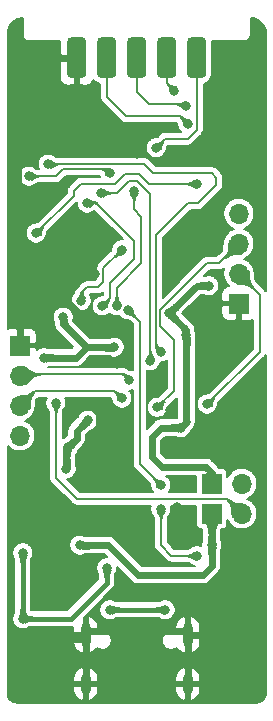
<source format=gbl>
%TF.GenerationSoftware,KiCad,Pcbnew,(5.1.12)-1*%
%TF.CreationDate,2021-12-13T16:15:40+08:00*%
%TF.ProjectId,PCB_EK-Link_Lite,5043425f-454b-42d4-9c69-6e6b5f4c6974,rev?*%
%TF.SameCoordinates,Original*%
%TF.FileFunction,Copper,L2,Bot*%
%TF.FilePolarity,Positive*%
%FSLAX46Y46*%
G04 Gerber Fmt 4.6, Leading zero omitted, Abs format (unit mm)*
G04 Created by KiCad (PCBNEW (5.1.12)-1) date 2021-12-13 16:15:40*
%MOMM*%
%LPD*%
G01*
G04 APERTURE LIST*
%TA.AperFunction,ComponentPad*%
%ADD10O,1.700000X1.700000*%
%TD*%
%TA.AperFunction,ComponentPad*%
%ADD11R,1.700000X1.700000*%
%TD*%
%TA.AperFunction,ComponentPad*%
%ADD12O,0.900000X1.700000*%
%TD*%
%TA.AperFunction,ComponentPad*%
%ADD13O,0.900000X2.000000*%
%TD*%
%TA.AperFunction,ViaPad*%
%ADD14C,0.800000*%
%TD*%
%TA.AperFunction,Conductor*%
%ADD15C,0.609600*%
%TD*%
%TA.AperFunction,Conductor*%
%ADD16C,0.203200*%
%TD*%
%TA.AperFunction,Conductor*%
%ADD17C,0.457200*%
%TD*%
%TA.AperFunction,Conductor*%
%ADD18C,0.100000*%
%TD*%
%TA.AperFunction,Conductor*%
%ADD19C,0.025400*%
%TD*%
G04 APERTURE END LIST*
D10*
%TO.P,J6,2*%
%TO.N,/BOOT1*%
X85090000Y-89408000D03*
D11*
%TO.P,J6,1*%
%TO.N,+3V3*%
X82550000Y-89408000D03*
%TD*%
D10*
%TO.P,J5,2*%
%TO.N,/BOOT0*%
X85090000Y-86868000D03*
D11*
%TO.P,J5,1*%
%TO.N,+3V3*%
X82550000Y-86868000D03*
%TD*%
D10*
%TO.P,J4,4*%
%TO.N,+3V3*%
X84836000Y-64008000D03*
%TO.P,J4,3*%
%TO.N,/SWDIO*%
X84836000Y-66548000D03*
%TO.P,J4,2*%
%TO.N,/SWCLK*%
X84836000Y-69088000D03*
D11*
%TO.P,J4,1*%
%TO.N,GND*%
X84836000Y-71628000D03*
%TD*%
%TO.P,J3,2*%
%TO.N,GND*%
%TA.AperFunction,SMDPad,CuDef*%
G36*
G01*
X70300000Y-52140000D02*
X70300000Y-49460000D01*
G75*
G02*
X70710000Y-49050000I410000J0D01*
G01*
X71530000Y-49050000D01*
G75*
G02*
X71940000Y-49460000I0J-410000D01*
G01*
X71940000Y-52140000D01*
G75*
G02*
X71530000Y-52550000I-410000J0D01*
G01*
X70710000Y-52550000D01*
G75*
G02*
X70300000Y-52140000I0J410000D01*
G01*
G37*
%TD.AperFunction*%
%TO.P,J3,4*%
%TO.N,Net-(J3-Pad4)*%
%TA.AperFunction,SMDPad,CuDef*%
G36*
G01*
X72840000Y-52140000D02*
X72840000Y-49460000D01*
G75*
G02*
X73250000Y-49050000I410000J0D01*
G01*
X74070000Y-49050000D01*
G75*
G02*
X74480000Y-49460000I0J-410000D01*
G01*
X74480000Y-52140000D01*
G75*
G02*
X74070000Y-52550000I-410000J0D01*
G01*
X73250000Y-52550000D01*
G75*
G02*
X72840000Y-52140000I0J410000D01*
G01*
G37*
%TD.AperFunction*%
%TO.P,J3,6*%
%TO.N,Net-(J3-Pad6)*%
%TA.AperFunction,SMDPad,CuDef*%
G36*
G01*
X75380000Y-52140000D02*
X75380000Y-49460000D01*
G75*
G02*
X75790000Y-49050000I410000J0D01*
G01*
X76610000Y-49050000D01*
G75*
G02*
X77020000Y-49460000I0J-410000D01*
G01*
X77020000Y-52140000D01*
G75*
G02*
X76610000Y-52550000I-410000J0D01*
G01*
X75790000Y-52550000D01*
G75*
G02*
X75380000Y-52140000I0J410000D01*
G01*
G37*
%TD.AperFunction*%
%TO.P,J3,8*%
%TO.N,Net-(J3-Pad8)*%
%TA.AperFunction,SMDPad,CuDef*%
G36*
G01*
X77920000Y-52140000D02*
X77920000Y-49460000D01*
G75*
G02*
X78330000Y-49050000I410000J0D01*
G01*
X79150000Y-49050000D01*
G75*
G02*
X79560000Y-49460000I0J-410000D01*
G01*
X79560000Y-52140000D01*
G75*
G02*
X79150000Y-52550000I-410000J0D01*
G01*
X78330000Y-52550000D01*
G75*
G02*
X77920000Y-52140000I0J410000D01*
G01*
G37*
%TD.AperFunction*%
%TO.P,J3,10*%
%TO.N,Net-(J3-Pad10)*%
%TA.AperFunction,SMDPad,CuDef*%
G36*
G01*
X80460000Y-52140000D02*
X80460000Y-49460000D01*
G75*
G02*
X80870000Y-49050000I410000J0D01*
G01*
X81690000Y-49050000D01*
G75*
G02*
X82100000Y-49460000I0J-410000D01*
G01*
X82100000Y-52140000D01*
G75*
G02*
X81690000Y-52550000I-410000J0D01*
G01*
X80870000Y-52550000D01*
G75*
G02*
X80460000Y-52140000I0J410000D01*
G01*
G37*
%TD.AperFunction*%
%TD*%
D10*
%TO.P,J2,4*%
%TO.N,+3V3*%
X66294000Y-82804000D03*
%TO.P,J2,3*%
%TO.N,/UART1_TX*%
X66294000Y-80264000D03*
%TO.P,J2,2*%
%TO.N,/UART1_RX*%
X66294000Y-77724000D03*
D11*
%TO.P,J2,1*%
%TO.N,GND*%
X66294000Y-75184000D03*
%TD*%
D12*
%TO.P,J1,S1*%
%TO.N,GND*%
X80520000Y-103840000D03*
X71880000Y-103840000D03*
D13*
X80520000Y-99670000D03*
X71880000Y-99670000D03*
%TD*%
D14*
%TO.N,GND*%
X79629000Y-66548000D03*
X67818000Y-95885000D03*
X67310000Y-85979000D03*
X73025000Y-85471000D03*
X86360000Y-95250000D03*
X78740000Y-83820000D03*
X75565000Y-75692000D03*
X72263000Y-73914000D03*
X72644000Y-69088000D03*
X68580000Y-69088000D03*
X82042000Y-75311000D03*
X70548500Y-80327500D03*
X86550500Y-85344000D03*
X73914000Y-80264000D03*
X77470000Y-78740000D03*
X78994000Y-80645000D03*
X74549000Y-76708000D03*
X86106000Y-57404000D03*
X83629500Y-57404000D03*
X68453000Y-57404000D03*
X66929000Y-57404000D03*
X83820000Y-50927000D03*
X66929000Y-50927000D03*
X86106000Y-50927000D03*
X68453000Y-50927000D03*
X76200000Y-58928000D03*
X72136000Y-53975000D03*
X73406000Y-55499000D03*
X68580000Y-71247000D03*
X84836000Y-74549000D03*
X83693000Y-83947000D03*
X74422000Y-89789000D03*
X66040000Y-91186000D03*
X69088000Y-92964000D03*
X76200000Y-103124000D03*
X75184000Y-103124000D03*
X77216000Y-103124000D03*
X77216000Y-104140000D03*
X76200000Y-104140000D03*
X75184000Y-104140000D03*
X85344000Y-103124000D03*
X67056000Y-103124000D03*
X86360000Y-100076000D03*
X66294000Y-100076000D03*
X67056000Y-62992000D03*
X75438000Y-96012000D03*
X77724000Y-96012000D03*
X79629000Y-84328000D03*
X79629000Y-86614000D03*
X79629000Y-88839600D03*
X82169000Y-96520000D03*
X83629500Y-62420500D03*
X86106000Y-62420500D03*
X86550500Y-80118001D03*
X65659000Y-73279000D03*
%TO.N,+5V*%
X66548000Y-98298000D03*
X73660000Y-93980000D03*
X66548000Y-92710000D03*
%TO.N,Net-(F1-Pad2)*%
X78613000Y-97536000D03*
X73914000Y-97536000D03*
%TO.N,+3V3*%
X79911500Y-82140500D03*
X74295000Y-75311000D03*
X69977000Y-72771000D03*
X80362500Y-74323500D03*
X78950000Y-72434000D03*
X72037500Y-81505500D03*
X71374000Y-92075000D03*
X70231000Y-85598000D03*
X82550000Y-92075000D03*
X70421500Y-83756500D03*
X68326000Y-76200000D03*
X82296000Y-70104000D03*
%TO.N,/NRST*%
X75438000Y-72136000D03*
X81280000Y-92964000D03*
X78232000Y-89027000D03*
X78232000Y-86995000D03*
%TO.N,/LINK_TRST*%
X74488708Y-71821600D03*
X75946000Y-62103000D03*
%TO.N,/LINK_TCK*%
X73279000Y-71821600D03*
X72009000Y-63119000D03*
%TO.N,/LINK_TXD*%
X71505791Y-71369209D03*
X74930000Y-67056000D03*
%TO.N,/LINK_RXD*%
X67691000Y-65659000D03*
X81280000Y-61468000D03*
%TO.N,/LINK_TMS*%
X67056000Y-60833000D03*
X73914000Y-60579000D03*
%TO.N,Net-(J3-Pad4)*%
X80518000Y-56388000D03*
%TO.N,Net-(J3-Pad6)*%
X80391000Y-54864000D03*
%TO.N,Net-(J3-Pad8)*%
X79375000Y-53594000D03*
%TO.N,Net-(J3-Pad10)*%
X77851000Y-58420000D03*
%TO.N,/UART1_TX*%
X74930000Y-79629000D03*
%TO.N,/UART1_RX*%
X75565000Y-78105000D03*
%TO.N,/LINK_nRST*%
X77343000Y-76454000D03*
X73152000Y-62230000D03*
%TO.N,/LINK_TDI*%
X78232000Y-75692000D03*
X68707000Y-59817000D03*
%TO.N,/SWDIO*%
X77950000Y-80419000D03*
%TO.N,/SWCLK*%
X82169000Y-80137000D03*
%TO.N,/BOOT1*%
X69342000Y-80010000D03*
%TD*%
D15*
%TO.N,GND*%
X80195199Y-99345199D02*
X80520000Y-99670000D01*
X72204801Y-99345199D02*
X80195199Y-99345199D01*
X71880000Y-99670000D02*
X72204801Y-99345199D01*
X80520000Y-99670000D02*
X80520000Y-103840000D01*
X71880000Y-99670000D02*
X71880000Y-103840000D01*
X80520000Y-99670000D02*
X85242000Y-99670000D01*
X86360000Y-98552000D02*
X86360000Y-95250000D01*
X85242000Y-99670000D02*
X86360000Y-98552000D01*
D16*
X72390000Y-73914000D02*
X72263000Y-73914000D01*
X72644000Y-69088000D02*
X68580000Y-69088000D01*
D15*
X86759999Y-94850001D02*
X86759999Y-85362999D01*
X86360000Y-95250000D02*
X86759999Y-94850001D01*
X85217000Y-83820000D02*
X80010000Y-83820000D01*
X86759999Y-85362999D02*
X85217000Y-83820000D01*
X75565000Y-74930000D02*
X74549000Y-73914000D01*
X75565000Y-75692000D02*
X75565000Y-74930000D01*
X74549000Y-73914000D02*
X72263000Y-73914000D01*
X72263000Y-73914000D02*
X71628000Y-73279000D01*
X71628000Y-73279000D02*
X71628000Y-72771000D01*
X71628000Y-72771000D02*
X70358000Y-71501000D01*
X66294000Y-73724400D02*
X66294000Y-75184000D01*
X68517400Y-71501000D02*
X66294000Y-73724400D01*
X70358000Y-71501000D02*
X68517400Y-71501000D01*
X68580000Y-71438400D02*
X68517400Y-71501000D01*
X68580000Y-69088000D02*
X68580000Y-71247000D01*
X70548500Y-80327500D02*
X72580500Y-80327500D01*
X73025000Y-80772000D02*
X73025000Y-85471000D01*
X72580500Y-80327500D02*
X73025000Y-80772000D01*
X73406000Y-80772000D02*
X73025000Y-80772000D01*
X73914000Y-80264000D02*
X73406000Y-80772000D01*
X66151199Y-66659199D02*
X66151199Y-54371801D01*
X68580000Y-69088000D02*
X66151199Y-66659199D01*
X69723000Y-50800000D02*
X71120000Y-50800000D01*
X66151199Y-54371801D02*
X69723000Y-50800000D01*
X80010000Y-83820000D02*
X79629000Y-84328000D01*
X68580000Y-71247000D02*
X68580000Y-71438400D01*
X79629000Y-84328000D02*
X78740000Y-83820000D01*
D17*
X71880000Y-99670000D02*
X71880000Y-99697000D01*
X71501000Y-100076000D02*
X66294000Y-100076000D01*
X71880000Y-99697000D02*
X71501000Y-100076000D01*
%TO.N,+5V*%
X66548000Y-98298000D02*
X69088000Y-98298000D01*
X69088000Y-98298000D02*
X70358000Y-98298000D01*
X70358000Y-98298000D02*
X70612000Y-98298000D01*
X70612000Y-98298000D02*
X73660000Y-95250000D01*
X73660000Y-95250000D02*
X73660000Y-93980000D01*
X66548000Y-98298000D02*
X66548000Y-92710000D01*
%TO.N,Net-(F1-Pad2)*%
X78613000Y-97536000D02*
X73940000Y-97536000D01*
D15*
%TO.N,+3V3*%
X71374000Y-92075000D02*
X73787000Y-92075000D01*
X73787000Y-92075000D02*
X76327000Y-94615000D01*
X76327000Y-94615000D02*
X81788000Y-94615000D01*
X82550000Y-93853000D02*
X82550000Y-92075000D01*
X81788000Y-94615000D02*
X82550000Y-93853000D01*
X82550000Y-92075000D02*
X82550000Y-89408000D01*
X77470000Y-84582000D02*
X77470000Y-82931000D01*
X78260500Y-82140500D02*
X79911500Y-82140500D01*
X77470000Y-82931000D02*
X78260500Y-82140500D01*
X82550000Y-86868000D02*
X82550000Y-85979000D01*
X82042000Y-85471000D02*
X78359000Y-85471000D01*
X82550000Y-85979000D02*
X82042000Y-85471000D01*
X78359000Y-85471000D02*
X77470000Y-84582000D01*
X79911500Y-82140500D02*
X80391000Y-81661000D01*
X80391000Y-74352000D02*
X80362500Y-74323500D01*
X80391000Y-81661000D02*
X80391000Y-74352000D01*
X80362500Y-73846500D02*
X78950000Y-72434000D01*
X80362500Y-74323500D02*
X80362500Y-73846500D01*
X71951315Y-75311000D02*
X74295000Y-75311000D01*
X69977000Y-73336685D02*
X71951315Y-75311000D01*
X69977000Y-72771000D02*
X69977000Y-73336685D01*
X71374000Y-82169000D02*
X72037500Y-81505500D01*
X71120000Y-82423000D02*
X71374000Y-82169000D01*
X71120000Y-83058000D02*
X71120000Y-82423000D01*
X70231000Y-83947000D02*
X70421500Y-83756500D01*
X70231000Y-85598000D02*
X70231000Y-83947000D01*
X70421500Y-83756500D02*
X71120000Y-83058000D01*
X71062315Y-76200000D02*
X71951315Y-75311000D01*
X68326000Y-76200000D02*
X71062315Y-76200000D01*
X81280000Y-70104000D02*
X78950000Y-72434000D01*
X82296000Y-70104000D02*
X81280000Y-70104000D01*
D16*
%TO.N,/NRST*%
X81280000Y-92964000D02*
X79121000Y-92964000D01*
X78232000Y-92075000D02*
X78232000Y-89027000D01*
X79121000Y-92964000D02*
X78232000Y-92075000D01*
X78232000Y-86995000D02*
X76454000Y-85217000D01*
X76454000Y-73152000D02*
X75438000Y-72136000D01*
X76454000Y-85217000D02*
X76454000Y-73152000D01*
%TO.N,/LINK_TRST*%
X76581000Y-68199000D02*
X76581000Y-64262000D01*
X75946000Y-63627000D02*
X75946000Y-62738000D01*
X74488708Y-70291292D02*
X76581000Y-68199000D01*
X76581000Y-64262000D02*
X75946000Y-63627000D01*
X74488708Y-71821600D02*
X74488708Y-70291292D01*
X75946000Y-62738000D02*
X75946000Y-62103000D01*
%TO.N,/LINK_TCK*%
X73914000Y-69850000D02*
X75946000Y-67818000D01*
X73914000Y-71186600D02*
X73914000Y-69850000D01*
X73279000Y-71821600D02*
X73914000Y-71186600D01*
X72771000Y-63119000D02*
X75946000Y-66294000D01*
X72009000Y-63119000D02*
X72771000Y-63119000D01*
X75946000Y-67818000D02*
X75946000Y-66294000D01*
%TO.N,/LINK_TXD*%
X73345601Y-69783399D02*
X73345601Y-69021399D01*
X71505791Y-70734209D02*
X72009000Y-70231000D01*
X72009000Y-70231000D02*
X72898000Y-70231000D01*
X74930000Y-67056000D02*
X73345601Y-68640399D01*
X71505791Y-71369209D02*
X71505791Y-70734209D01*
X73345601Y-68640399D02*
X73345601Y-69021399D01*
X72898000Y-70231000D02*
X73345601Y-69783399D01*
%TO.N,/LINK_RXD*%
X77216000Y-61468000D02*
X81280000Y-61468000D01*
X70866000Y-62484000D02*
X70866000Y-62103000D01*
X76371420Y-60623420D02*
X77216000Y-61468000D01*
X67691000Y-65659000D02*
X70866000Y-62484000D01*
X74383840Y-61468000D02*
X75228420Y-60623420D01*
X71501000Y-61468000D02*
X74383840Y-61468000D01*
X75228420Y-60623420D02*
X76371420Y-60623420D01*
X70866000Y-62103000D02*
X71501000Y-61468000D01*
%TO.N,/LINK_TMS*%
X69342000Y-60833000D02*
X69954790Y-60220210D01*
X67056000Y-60833000D02*
X69088000Y-60833000D01*
X69088000Y-60833000D02*
X69342000Y-60833000D01*
X73555210Y-60220210D02*
X73914000Y-60579000D01*
X72793210Y-60220210D02*
X73555210Y-60220210D01*
X69954790Y-60220210D02*
X72793210Y-60220210D01*
%TO.N,Net-(J3-Pad4)*%
X73660000Y-54102000D02*
X73660000Y-50800000D01*
X75311000Y-55753000D02*
X73660000Y-54102000D01*
X79883000Y-55753000D02*
X75311000Y-55753000D01*
X80518000Y-56388000D02*
X79883000Y-55753000D01*
%TO.N,Net-(J3-Pad6)*%
X76200000Y-53721000D02*
X76200000Y-50800000D01*
X77216000Y-54737000D02*
X76200000Y-53721000D01*
X80391000Y-54737000D02*
X77216000Y-54737000D01*
X80391000Y-54864000D02*
X80391000Y-54737000D01*
%TO.N,Net-(J3-Pad8)*%
X78740000Y-52451000D02*
X78740000Y-50800000D01*
X78740000Y-52959000D02*
X78740000Y-50800000D01*
X78740000Y-52959000D02*
X79375000Y-53594000D01*
%TO.N,Net-(J3-Pad10)*%
X77851000Y-58420000D02*
X78613000Y-57658000D01*
X78613000Y-57658000D02*
X80518000Y-57658000D01*
X81280000Y-56896000D02*
X81280000Y-50800000D01*
X80518000Y-57658000D02*
X81280000Y-56896000D01*
%TO.N,/UART1_TX*%
X74930000Y-79629000D02*
X74295000Y-78994000D01*
X67564000Y-78994000D02*
X66294000Y-80264000D01*
X74295000Y-78994000D02*
X67564000Y-78994000D01*
%TO.N,/UART1_RX*%
X75565000Y-78105000D02*
X75057000Y-77597000D01*
X66421000Y-77597000D02*
X66294000Y-77724000D01*
X75057000Y-77597000D02*
X66421000Y-77597000D01*
%TO.N,/LINK_nRST*%
X76200000Y-61214000D02*
X77343000Y-62357000D01*
X77343000Y-76454000D02*
X77343000Y-62357000D01*
X74549000Y-62230000D02*
X75565000Y-61214000D01*
X73152000Y-62230000D02*
X74549000Y-62230000D01*
X76200000Y-61214000D02*
X75565000Y-61214000D01*
%TO.N,/LINK_TDI*%
X77800790Y-75260790D02*
X78232000Y-75692000D01*
X77800790Y-65836210D02*
X77800790Y-75260790D01*
X80518000Y-63119000D02*
X77800790Y-65836210D01*
X81407000Y-63119000D02*
X80518000Y-63119000D01*
X82931000Y-61595000D02*
X81407000Y-63119000D01*
X82931000Y-60960000D02*
X82931000Y-61595000D01*
X82550000Y-60579000D02*
X82931000Y-60960000D01*
X77597000Y-60579000D02*
X82550000Y-60579000D01*
X76835000Y-59817000D02*
X77597000Y-60579000D01*
X68707000Y-59817000D02*
X76835000Y-59817000D01*
%TO.N,/SWDIO*%
X83185000Y-68199000D02*
X84836000Y-66548000D01*
X82146630Y-68199000D02*
X83185000Y-68199000D01*
X78204000Y-72141630D02*
X82146630Y-68199000D01*
X78204000Y-73505000D02*
X78204000Y-72141630D01*
X79375000Y-74676000D02*
X78204000Y-73505000D01*
X79375000Y-78994000D02*
X79375000Y-74676000D01*
X77950000Y-80419000D02*
X79375000Y-78994000D01*
%TO.N,/SWCLK*%
X82169000Y-80137000D02*
X86614000Y-75692000D01*
X86614000Y-70866000D02*
X84836000Y-69088000D01*
X86614000Y-75692000D02*
X86614000Y-70866000D01*
%TO.N,/BOOT1*%
X85090000Y-89408000D02*
X83820000Y-88138000D01*
X83820000Y-88138000D02*
X80137000Y-88138000D01*
X71120000Y-88138000D02*
X69342000Y-86360000D01*
X69342000Y-86360000D02*
X69342000Y-80010000D01*
X80137000Y-88138000D02*
X71120000Y-88138000D01*
%TD*%
%TO.N,GND*%
X83554611Y-68699295D02*
X83503400Y-68956750D01*
X83503400Y-69219250D01*
X83554611Y-69476705D01*
X83655065Y-69719223D01*
X83800902Y-69937483D01*
X83986517Y-70123098D01*
X84050423Y-70165799D01*
X83986000Y-70165450D01*
X83866497Y-70177220D01*
X83751587Y-70212078D01*
X83645685Y-70268683D01*
X83552862Y-70344862D01*
X83476683Y-70437685D01*
X83420078Y-70543587D01*
X83385220Y-70658497D01*
X83373450Y-70778000D01*
X83376400Y-71323200D01*
X83528800Y-71475600D01*
X84683600Y-71475600D01*
X84683600Y-71455600D01*
X84988400Y-71455600D01*
X84988400Y-71475600D01*
X85008400Y-71475600D01*
X85008400Y-71780400D01*
X84988400Y-71780400D01*
X84988400Y-72935200D01*
X85140800Y-73087600D01*
X85686000Y-73090550D01*
X85805503Y-73078780D01*
X85920413Y-73043922D01*
X86026315Y-72987317D01*
X86029801Y-72984456D01*
X86029800Y-75450017D01*
X82321686Y-79158131D01*
X82279832Y-79196613D01*
X82261324Y-79210456D01*
X82255973Y-79213532D01*
X82254711Y-79214057D01*
X82244637Y-79216968D01*
X82215061Y-79223080D01*
X82164312Y-79231910D01*
X82158355Y-79232985D01*
X82095523Y-79244731D01*
X82073621Y-79249354D01*
X82004434Y-79265641D01*
X81973239Y-79274096D01*
X81955242Y-79279627D01*
X81911555Y-79288317D01*
X81750932Y-79354850D01*
X81606375Y-79451439D01*
X81483439Y-79574375D01*
X81386850Y-79718932D01*
X81320317Y-79879555D01*
X81286400Y-80050071D01*
X81286400Y-80223929D01*
X81320317Y-80394445D01*
X81386850Y-80555068D01*
X81483439Y-80699625D01*
X81606375Y-80822561D01*
X81750932Y-80919150D01*
X81911555Y-80985683D01*
X82082071Y-81019600D01*
X82255929Y-81019600D01*
X82426445Y-80985683D01*
X82587068Y-80919150D01*
X82731625Y-80822561D01*
X82854561Y-80699625D01*
X82951150Y-80555068D01*
X83017683Y-80394445D01*
X83026375Y-80350748D01*
X83031905Y-80332753D01*
X83040358Y-80301565D01*
X83056645Y-80232378D01*
X83061268Y-80210476D01*
X83073014Y-80147644D01*
X83074089Y-80141687D01*
X83082919Y-80090938D01*
X83089031Y-80061362D01*
X83091942Y-80051288D01*
X83092467Y-80050026D01*
X83095543Y-80044675D01*
X83109386Y-80026168D01*
X83147863Y-79984320D01*
X87006803Y-76125380D01*
X87029090Y-76107090D01*
X87102094Y-76018134D01*
X87122401Y-75980143D01*
X87122400Y-104623179D01*
X87105493Y-104795609D01*
X87062623Y-104937599D01*
X86992990Y-105068560D01*
X86899249Y-105183498D01*
X86784967Y-105278041D01*
X86654498Y-105348585D01*
X86512811Y-105392445D01*
X86341973Y-105410400D01*
X66064709Y-105410400D01*
X65892386Y-105393504D01*
X65750395Y-105350634D01*
X65619437Y-105281002D01*
X65504496Y-105187259D01*
X65409950Y-105072973D01*
X65339405Y-104942502D01*
X65295546Y-104800815D01*
X65277589Y-104629968D01*
X65277584Y-103992400D01*
X70820400Y-103992400D01*
X70820400Y-104392400D01*
X70870492Y-104596189D01*
X70959378Y-104786290D01*
X71083643Y-104955398D01*
X71238512Y-105097013D01*
X71418033Y-105205694D01*
X71565442Y-105251833D01*
X71727600Y-105134308D01*
X71727600Y-103992400D01*
X72032400Y-103992400D01*
X72032400Y-105134308D01*
X72194558Y-105251833D01*
X72341967Y-105205694D01*
X72521488Y-105097013D01*
X72676357Y-104955398D01*
X72800622Y-104786290D01*
X72889508Y-104596189D01*
X72939600Y-104392400D01*
X72939600Y-103992400D01*
X79460400Y-103992400D01*
X79460400Y-104392400D01*
X79510492Y-104596189D01*
X79599378Y-104786290D01*
X79723643Y-104955398D01*
X79878512Y-105097013D01*
X80058033Y-105205694D01*
X80205442Y-105251833D01*
X80367600Y-105134308D01*
X80367600Y-103992400D01*
X80672400Y-103992400D01*
X80672400Y-105134308D01*
X80834558Y-105251833D01*
X80981967Y-105205694D01*
X81161488Y-105097013D01*
X81316357Y-104955398D01*
X81440622Y-104786290D01*
X81529508Y-104596189D01*
X81579600Y-104392400D01*
X81579600Y-103992400D01*
X80672400Y-103992400D01*
X80367600Y-103992400D01*
X79460400Y-103992400D01*
X72939600Y-103992400D01*
X72032400Y-103992400D01*
X71727600Y-103992400D01*
X70820400Y-103992400D01*
X65277584Y-103992400D01*
X65277579Y-103287600D01*
X70820400Y-103287600D01*
X70820400Y-103687600D01*
X71727600Y-103687600D01*
X71727600Y-102545692D01*
X72032400Y-102545692D01*
X72032400Y-103687600D01*
X72939600Y-103687600D01*
X72939600Y-103287600D01*
X79460400Y-103287600D01*
X79460400Y-103687600D01*
X80367600Y-103687600D01*
X80367600Y-102545692D01*
X80672400Y-102545692D01*
X80672400Y-103687600D01*
X81579600Y-103687600D01*
X81579600Y-103287600D01*
X81529508Y-103083811D01*
X81440622Y-102893710D01*
X81316357Y-102724602D01*
X81161488Y-102582987D01*
X80981967Y-102474306D01*
X80834558Y-102428167D01*
X80672400Y-102545692D01*
X80367600Y-102545692D01*
X80205442Y-102428167D01*
X80058033Y-102474306D01*
X79878512Y-102582987D01*
X79723643Y-102724602D01*
X79599378Y-102893710D01*
X79510492Y-103083811D01*
X79460400Y-103287600D01*
X72939600Y-103287600D01*
X72889508Y-103083811D01*
X72800622Y-102893710D01*
X72676357Y-102724602D01*
X72521488Y-102582987D01*
X72341967Y-102474306D01*
X72194558Y-102428167D01*
X72032400Y-102545692D01*
X71727600Y-102545692D01*
X71565442Y-102428167D01*
X71418033Y-102474306D01*
X71238512Y-102582987D01*
X71083643Y-102724602D01*
X70959378Y-102893710D01*
X70870492Y-103083811D01*
X70820400Y-103287600D01*
X65277579Y-103287600D01*
X65277550Y-99822400D01*
X70820400Y-99822400D01*
X70820400Y-100372400D01*
X70870492Y-100576189D01*
X70959378Y-100766290D01*
X71083643Y-100935398D01*
X71238512Y-101077013D01*
X71418033Y-101185694D01*
X71565442Y-101231833D01*
X71727600Y-101114308D01*
X71727600Y-99822400D01*
X70820400Y-99822400D01*
X65277550Y-99822400D01*
X65277414Y-83671995D01*
X65444517Y-83839098D01*
X65662777Y-83984935D01*
X65905295Y-84085389D01*
X66162750Y-84136600D01*
X66425250Y-84136600D01*
X66682705Y-84085389D01*
X66925223Y-83984935D01*
X67143483Y-83839098D01*
X67329098Y-83653483D01*
X67474935Y-83435223D01*
X67575389Y-83192705D01*
X67626600Y-82935250D01*
X67626600Y-82672750D01*
X67575389Y-82415295D01*
X67474935Y-82172777D01*
X67329098Y-81954517D01*
X67143483Y-81768902D01*
X66925223Y-81623065D01*
X66710201Y-81534000D01*
X66925223Y-81444935D01*
X67143483Y-81299098D01*
X67329098Y-81113483D01*
X67474935Y-80895223D01*
X67575389Y-80652705D01*
X67592144Y-80568470D01*
X67611361Y-80502493D01*
X67622378Y-80456319D01*
X67651896Y-80298604D01*
X67657299Y-80262044D01*
X67672943Y-80118323D01*
X67674567Y-80100260D01*
X67683771Y-79970557D01*
X67692866Y-79865572D01*
X67705195Y-79789955D01*
X67722749Y-79730960D01*
X67752124Y-79669448D01*
X67807196Y-79588930D01*
X67816822Y-79578200D01*
X68569025Y-79578200D01*
X68559850Y-79591932D01*
X68493317Y-79752555D01*
X68459400Y-79923071D01*
X68459400Y-80096929D01*
X68493317Y-80267445D01*
X68559850Y-80428068D01*
X68584595Y-80465101D01*
X68593413Y-80481745D01*
X68609489Y-80509775D01*
X68646895Y-80570215D01*
X68659113Y-80588970D01*
X68695236Y-80641705D01*
X68698687Y-80646676D01*
X68728313Y-80688784D01*
X68744926Y-80714052D01*
X68749986Y-80723224D01*
X68750513Y-80724502D01*
X68752117Y-80730441D01*
X68755416Y-80753324D01*
X68757801Y-80810152D01*
X68757800Y-86331316D01*
X68754975Y-86360000D01*
X68757800Y-86388684D01*
X68757800Y-86388691D01*
X68758049Y-86391214D01*
X68766254Y-86474523D01*
X68770340Y-86487993D01*
X68799659Y-86584644D01*
X68853906Y-86686133D01*
X68926910Y-86775090D01*
X68949199Y-86793382D01*
X70686622Y-88530806D01*
X70704910Y-88553090D01*
X70727194Y-88571378D01*
X70727196Y-88571380D01*
X70793866Y-88626094D01*
X70895355Y-88680341D01*
X71005477Y-88713746D01*
X71120000Y-88725026D01*
X71148692Y-88722200D01*
X77402932Y-88722200D01*
X77383317Y-88769555D01*
X77349400Y-88940071D01*
X77349400Y-89113929D01*
X77383317Y-89284445D01*
X77449850Y-89445068D01*
X77474595Y-89482101D01*
X77483413Y-89498745D01*
X77499489Y-89526775D01*
X77536895Y-89587215D01*
X77549113Y-89605970D01*
X77585236Y-89658705D01*
X77588687Y-89663676D01*
X77618313Y-89705784D01*
X77634926Y-89731052D01*
X77639986Y-89740224D01*
X77640513Y-89741502D01*
X77642117Y-89747441D01*
X77645416Y-89770324D01*
X77647801Y-89827149D01*
X77647800Y-92046316D01*
X77644975Y-92075000D01*
X77647800Y-92103684D01*
X77647800Y-92103691D01*
X77655157Y-92178383D01*
X77656254Y-92189523D01*
X77668337Y-92229356D01*
X77689659Y-92299644D01*
X77743906Y-92401133D01*
X77816910Y-92490090D01*
X77839199Y-92508382D01*
X78687622Y-93356806D01*
X78705910Y-93379090D01*
X78728194Y-93397378D01*
X78728196Y-93397380D01*
X78747751Y-93413428D01*
X78794866Y-93452094D01*
X78896355Y-93506341D01*
X79006477Y-93539746D01*
X79088004Y-93547776D01*
X79121000Y-93551026D01*
X79149692Y-93548200D01*
X80479876Y-93548200D01*
X80536675Y-93550583D01*
X80559558Y-93553882D01*
X80565497Y-93555486D01*
X80566775Y-93556013D01*
X80575947Y-93561073D01*
X80601215Y-93577686D01*
X80643323Y-93607312D01*
X80648294Y-93610763D01*
X80701029Y-93646886D01*
X80719784Y-93659104D01*
X80780224Y-93696510D01*
X80808252Y-93712585D01*
X80824897Y-93721404D01*
X80861932Y-93746150D01*
X81022555Y-93812683D01*
X81097549Y-93827600D01*
X76653152Y-93827600D01*
X74371128Y-91545578D01*
X74346469Y-91515531D01*
X74226572Y-91417134D01*
X74089783Y-91344018D01*
X73941357Y-91298994D01*
X73825673Y-91287600D01*
X73825663Y-91287600D01*
X73787000Y-91283792D01*
X73748337Y-91287600D01*
X71792745Y-91287600D01*
X71776460Y-91285456D01*
X71771788Y-91284450D01*
X71631445Y-91226317D01*
X71460929Y-91192400D01*
X71287071Y-91192400D01*
X71116555Y-91226317D01*
X70955932Y-91292850D01*
X70811375Y-91389439D01*
X70688439Y-91512375D01*
X70591850Y-91656932D01*
X70525317Y-91817555D01*
X70491400Y-91988071D01*
X70491400Y-92161929D01*
X70525317Y-92332445D01*
X70591850Y-92493068D01*
X70688439Y-92637625D01*
X70811375Y-92760561D01*
X70955932Y-92857150D01*
X71116555Y-92923683D01*
X71287071Y-92957600D01*
X71460929Y-92957600D01*
X71631445Y-92923683D01*
X71771793Y-92865548D01*
X71776460Y-92864543D01*
X71792737Y-92862400D01*
X73460850Y-92862400D01*
X73695850Y-93097400D01*
X73573071Y-93097400D01*
X73402555Y-93131317D01*
X73241932Y-93197850D01*
X73097375Y-93294439D01*
X72974439Y-93417375D01*
X72877850Y-93561932D01*
X72811317Y-93722555D01*
X72777400Y-93893071D01*
X72777400Y-94066929D01*
X72811317Y-94237445D01*
X72877850Y-94398068D01*
X72890488Y-94416982D01*
X72890831Y-94417704D01*
X72909255Y-94459048D01*
X72921358Y-94489469D01*
X72928913Y-94512062D01*
X72934089Y-94531821D01*
X72938480Y-94554967D01*
X72942522Y-94587163D01*
X72945868Y-94632391D01*
X72948043Y-94693096D01*
X72948800Y-94772352D01*
X72948800Y-94955412D01*
X70317413Y-97586800D01*
X67340312Y-97586800D01*
X67261096Y-97586043D01*
X67259995Y-97586004D01*
X67259956Y-97584904D01*
X67259200Y-97505697D01*
X67259200Y-93502303D01*
X67259956Y-93423095D01*
X67262131Y-93362391D01*
X67265477Y-93317163D01*
X67269519Y-93284967D01*
X67273910Y-93261821D01*
X67279086Y-93242062D01*
X67286641Y-93219469D01*
X67298744Y-93189048D01*
X67317176Y-93147686D01*
X67317507Y-93146990D01*
X67330150Y-93128068D01*
X67396683Y-92967445D01*
X67430600Y-92796929D01*
X67430600Y-92623071D01*
X67396683Y-92452555D01*
X67330150Y-92291932D01*
X67233561Y-92147375D01*
X67110625Y-92024439D01*
X66966068Y-91927850D01*
X66805445Y-91861317D01*
X66634929Y-91827400D01*
X66461071Y-91827400D01*
X66290555Y-91861317D01*
X66129932Y-91927850D01*
X65985375Y-92024439D01*
X65862439Y-92147375D01*
X65765850Y-92291932D01*
X65699317Y-92452555D01*
X65665400Y-92623071D01*
X65665400Y-92796929D01*
X65699317Y-92967445D01*
X65765850Y-93128068D01*
X65778488Y-93146982D01*
X65778831Y-93147704D01*
X65797255Y-93189048D01*
X65809358Y-93219469D01*
X65816913Y-93242062D01*
X65822089Y-93261821D01*
X65826480Y-93284967D01*
X65830522Y-93317163D01*
X65833868Y-93362391D01*
X65836043Y-93423096D01*
X65836801Y-93502401D01*
X65836800Y-97505673D01*
X65836043Y-97584903D01*
X65833868Y-97645608D01*
X65830522Y-97690836D01*
X65826480Y-97723032D01*
X65822089Y-97746178D01*
X65816913Y-97765937D01*
X65809358Y-97788530D01*
X65797255Y-97818951D01*
X65778824Y-97860311D01*
X65778488Y-97861017D01*
X65765850Y-97879932D01*
X65699317Y-98040555D01*
X65665400Y-98211071D01*
X65665400Y-98384929D01*
X65699317Y-98555445D01*
X65765850Y-98716068D01*
X65862439Y-98860625D01*
X65985375Y-98983561D01*
X66129932Y-99080150D01*
X66290555Y-99146683D01*
X66461071Y-99180600D01*
X66634929Y-99180600D01*
X66805445Y-99146683D01*
X66966068Y-99080150D01*
X66984990Y-99067507D01*
X66985686Y-99067176D01*
X67027048Y-99048744D01*
X67057469Y-99036641D01*
X67080062Y-99029086D01*
X67099821Y-99023910D01*
X67122967Y-99019519D01*
X67155163Y-99015477D01*
X67200391Y-99012131D01*
X67261095Y-99009956D01*
X67340303Y-99009200D01*
X70577074Y-99009200D01*
X70612000Y-99012640D01*
X70646926Y-99009200D01*
X70646936Y-99009200D01*
X70751420Y-98998909D01*
X70820400Y-98977984D01*
X70820400Y-99517600D01*
X71727600Y-99517600D01*
X71727600Y-98225692D01*
X72032400Y-98225692D01*
X72032400Y-99517600D01*
X72052400Y-99517600D01*
X72052400Y-99822400D01*
X72032400Y-99822400D01*
X72032400Y-101114308D01*
X72194558Y-101231833D01*
X72341967Y-101185694D01*
X72521488Y-101077013D01*
X72676357Y-100935398D01*
X72800622Y-100766290D01*
X72806645Y-100753409D01*
X72811121Y-100757885D01*
X72939300Y-100843531D01*
X73081724Y-100902525D01*
X73232921Y-100932600D01*
X73387079Y-100932600D01*
X73538276Y-100902525D01*
X73680700Y-100843531D01*
X73808879Y-100757885D01*
X73917885Y-100648879D01*
X74003531Y-100520700D01*
X74062525Y-100378276D01*
X74092600Y-100227079D01*
X74092600Y-100072921D01*
X78307400Y-100072921D01*
X78307400Y-100227079D01*
X78337475Y-100378276D01*
X78396469Y-100520700D01*
X78482115Y-100648879D01*
X78591121Y-100757885D01*
X78719300Y-100843531D01*
X78861724Y-100902525D01*
X79012921Y-100932600D01*
X79167079Y-100932600D01*
X79318276Y-100902525D01*
X79460700Y-100843531D01*
X79588879Y-100757885D01*
X79593355Y-100753409D01*
X79599378Y-100766290D01*
X79723643Y-100935398D01*
X79878512Y-101077013D01*
X80058033Y-101185694D01*
X80205442Y-101231833D01*
X80367600Y-101114308D01*
X80367600Y-99822400D01*
X80672400Y-99822400D01*
X80672400Y-101114308D01*
X80834558Y-101231833D01*
X80981967Y-101185694D01*
X81161488Y-101077013D01*
X81316357Y-100935398D01*
X81440622Y-100766290D01*
X81529508Y-100576189D01*
X81579600Y-100372400D01*
X81579600Y-99822400D01*
X80672400Y-99822400D01*
X80367600Y-99822400D01*
X80347600Y-99822400D01*
X80347600Y-99517600D01*
X80367600Y-99517600D01*
X80367600Y-98225692D01*
X80672400Y-98225692D01*
X80672400Y-99517600D01*
X81579600Y-99517600D01*
X81579600Y-98967600D01*
X81529508Y-98763811D01*
X81440622Y-98573710D01*
X81316357Y-98404602D01*
X81161488Y-98262987D01*
X80981967Y-98154306D01*
X80834558Y-98108167D01*
X80672400Y-98225692D01*
X80367600Y-98225692D01*
X80205442Y-98108167D01*
X80058033Y-98154306D01*
X79878512Y-98262987D01*
X79723643Y-98404602D01*
X79599378Y-98573710D01*
X79510492Y-98763811D01*
X79460400Y-98967600D01*
X79460400Y-99456345D01*
X79318276Y-99397475D01*
X79167079Y-99367400D01*
X79012921Y-99367400D01*
X78861724Y-99397475D01*
X78719300Y-99456469D01*
X78591121Y-99542115D01*
X78482115Y-99651121D01*
X78396469Y-99779300D01*
X78337475Y-99921724D01*
X78307400Y-100072921D01*
X74092600Y-100072921D01*
X74062525Y-99921724D01*
X74003531Y-99779300D01*
X73917885Y-99651121D01*
X73808879Y-99542115D01*
X73680700Y-99456469D01*
X73538276Y-99397475D01*
X73387079Y-99367400D01*
X73232921Y-99367400D01*
X73081724Y-99397475D01*
X72939600Y-99456345D01*
X72939600Y-98967600D01*
X72889508Y-98763811D01*
X72800622Y-98573710D01*
X72676357Y-98404602D01*
X72521488Y-98262987D01*
X72341967Y-98154306D01*
X72194558Y-98108167D01*
X72032400Y-98225692D01*
X71727600Y-98225692D01*
X71705855Y-98209932D01*
X72466716Y-97449071D01*
X73031400Y-97449071D01*
X73031400Y-97622929D01*
X73065317Y-97793445D01*
X73131850Y-97954068D01*
X73228439Y-98098625D01*
X73351375Y-98221561D01*
X73495932Y-98318150D01*
X73656555Y-98384683D01*
X73827071Y-98418600D01*
X74000929Y-98418600D01*
X74171445Y-98384683D01*
X74332068Y-98318150D01*
X74350531Y-98305813D01*
X74352092Y-98305074D01*
X74393735Y-98286715D01*
X74424495Y-98274705D01*
X74447749Y-98267142D01*
X74468711Y-98261854D01*
X74493671Y-98257345D01*
X74528186Y-98253270D01*
X74576207Y-98249977D01*
X74639865Y-98247900D01*
X74722003Y-98247200D01*
X77820697Y-98247200D01*
X77899904Y-98247956D01*
X77960608Y-98250131D01*
X78005836Y-98253477D01*
X78038032Y-98257519D01*
X78061178Y-98261910D01*
X78080937Y-98267086D01*
X78103530Y-98274641D01*
X78133951Y-98286744D01*
X78175279Y-98305161D01*
X78176018Y-98305512D01*
X78194932Y-98318150D01*
X78355555Y-98384683D01*
X78526071Y-98418600D01*
X78699929Y-98418600D01*
X78870445Y-98384683D01*
X79031068Y-98318150D01*
X79175625Y-98221561D01*
X79298561Y-98098625D01*
X79395150Y-97954068D01*
X79461683Y-97793445D01*
X79495600Y-97622929D01*
X79495600Y-97449071D01*
X79461683Y-97278555D01*
X79395150Y-97117932D01*
X79298561Y-96973375D01*
X79175625Y-96850439D01*
X79031068Y-96753850D01*
X78870445Y-96687317D01*
X78699929Y-96653400D01*
X78526071Y-96653400D01*
X78355555Y-96687317D01*
X78194932Y-96753850D01*
X78176017Y-96766488D01*
X78175311Y-96766824D01*
X78133951Y-96785255D01*
X78103530Y-96797358D01*
X78080937Y-96804913D01*
X78061178Y-96810089D01*
X78038032Y-96814480D01*
X78005836Y-96818522D01*
X77960608Y-96821868D01*
X77899903Y-96824043D01*
X77820688Y-96824800D01*
X74722011Y-96824800D01*
X74639866Y-96824099D01*
X74576207Y-96822022D01*
X74528186Y-96818729D01*
X74493671Y-96814654D01*
X74468711Y-96810145D01*
X74447749Y-96804857D01*
X74424495Y-96797294D01*
X74393735Y-96785284D01*
X74352109Y-96766933D01*
X74350526Y-96766183D01*
X74332068Y-96753850D01*
X74171445Y-96687317D01*
X74000929Y-96653400D01*
X73827071Y-96653400D01*
X73656555Y-96687317D01*
X73495932Y-96753850D01*
X73351375Y-96850439D01*
X73228439Y-96973375D01*
X73131850Y-97117932D01*
X73065317Y-97278555D01*
X73031400Y-97449071D01*
X72466716Y-97449071D01*
X74138195Y-95777593D01*
X74165326Y-95755327D01*
X74187593Y-95728195D01*
X74187597Y-95728191D01*
X74254202Y-95647033D01*
X74320241Y-95523482D01*
X74320242Y-95523481D01*
X74360909Y-95389420D01*
X74371200Y-95284936D01*
X74371200Y-95284929D01*
X74374640Y-95250000D01*
X74371200Y-95215072D01*
X74371200Y-94772303D01*
X74371956Y-94693095D01*
X74374131Y-94632391D01*
X74377477Y-94587163D01*
X74381519Y-94554967D01*
X74385910Y-94531821D01*
X74391086Y-94512062D01*
X74398641Y-94489469D01*
X74410744Y-94459048D01*
X74429176Y-94417686D01*
X74429507Y-94416990D01*
X74442150Y-94398068D01*
X74508683Y-94237445D01*
X74542600Y-94066929D01*
X74542600Y-93944151D01*
X75742881Y-95144433D01*
X75767531Y-95174469D01*
X75797567Y-95199119D01*
X75797569Y-95199121D01*
X75851435Y-95243327D01*
X75887428Y-95272866D01*
X76024217Y-95345982D01*
X76172643Y-95391006D01*
X76288327Y-95402400D01*
X76288336Y-95402400D01*
X76326999Y-95406208D01*
X76365662Y-95402400D01*
X81749337Y-95402400D01*
X81788000Y-95406208D01*
X81826663Y-95402400D01*
X81826673Y-95402400D01*
X81942357Y-95391006D01*
X82090783Y-95345982D01*
X82227572Y-95272866D01*
X82347469Y-95174469D01*
X82372127Y-95144423D01*
X83079434Y-94437118D01*
X83109469Y-94412469D01*
X83134119Y-94382433D01*
X83134122Y-94382430D01*
X83207866Y-94292573D01*
X83280982Y-94155783D01*
X83326006Y-94007357D01*
X83329271Y-93974204D01*
X83337400Y-93891673D01*
X83337400Y-93891665D01*
X83341208Y-93853000D01*
X83337400Y-93814335D01*
X83337400Y-92493737D01*
X83339543Y-92477460D01*
X83340548Y-92472793D01*
X83398683Y-92332445D01*
X83432600Y-92161929D01*
X83432600Y-91988071D01*
X83398683Y-91817555D01*
X83340549Y-91677208D01*
X83339543Y-91672539D01*
X83337400Y-91656262D01*
X83337400Y-91105457D01*
X83342555Y-90938590D01*
X83355544Y-90816374D01*
X83370224Y-90742935D01*
X83400000Y-90742935D01*
X83494606Y-90733617D01*
X83585577Y-90706022D01*
X83669415Y-90661209D01*
X83742901Y-90600901D01*
X83803209Y-90527415D01*
X83848022Y-90443577D01*
X83875617Y-90352606D01*
X83884935Y-90258000D01*
X83884935Y-89980968D01*
X83909065Y-90039223D01*
X84054902Y-90257483D01*
X84240517Y-90443098D01*
X84458777Y-90588935D01*
X84701295Y-90689389D01*
X84958750Y-90740600D01*
X85221250Y-90740600D01*
X85478705Y-90689389D01*
X85721223Y-90588935D01*
X85939483Y-90443098D01*
X86125098Y-90257483D01*
X86270935Y-90039223D01*
X86371389Y-89796705D01*
X86422600Y-89539250D01*
X86422600Y-89276750D01*
X86371389Y-89019295D01*
X86270935Y-88776777D01*
X86125098Y-88558517D01*
X85939483Y-88372902D01*
X85721223Y-88227065D01*
X85506201Y-88138000D01*
X85721223Y-88048935D01*
X85939483Y-87903098D01*
X86125098Y-87717483D01*
X86270935Y-87499223D01*
X86371389Y-87256705D01*
X86422600Y-86999250D01*
X86422600Y-86736750D01*
X86371389Y-86479295D01*
X86270935Y-86236777D01*
X86125098Y-86018517D01*
X85939483Y-85832902D01*
X85721223Y-85687065D01*
X85478705Y-85586611D01*
X85221250Y-85535400D01*
X84958750Y-85535400D01*
X84701295Y-85586611D01*
X84458777Y-85687065D01*
X84240517Y-85832902D01*
X84054902Y-86018517D01*
X83909065Y-86236777D01*
X83884935Y-86295032D01*
X83884935Y-86018000D01*
X83875617Y-85923394D01*
X83848022Y-85832423D01*
X83803209Y-85748585D01*
X83742901Y-85675099D01*
X83669415Y-85614791D01*
X83585577Y-85569978D01*
X83494606Y-85542383D01*
X83400000Y-85533065D01*
X83202644Y-85533065D01*
X83109469Y-85419531D01*
X83079427Y-85394876D01*
X82626127Y-84941577D01*
X82601469Y-84911531D01*
X82481572Y-84813134D01*
X82344783Y-84740018D01*
X82196357Y-84694994D01*
X82080673Y-84683600D01*
X82080663Y-84683600D01*
X82042000Y-84679792D01*
X82003337Y-84683600D01*
X78685151Y-84683600D01*
X78257400Y-84255850D01*
X78257400Y-83257150D01*
X78586651Y-82927900D01*
X79492762Y-82927900D01*
X79509039Y-82930043D01*
X79513708Y-82931049D01*
X79654055Y-82989183D01*
X79824571Y-83023100D01*
X79998429Y-83023100D01*
X80168945Y-82989183D01*
X80329568Y-82922650D01*
X80474125Y-82826061D01*
X80597061Y-82703125D01*
X80693650Y-82558568D01*
X80754934Y-82410616D01*
X80920428Y-82245122D01*
X80950469Y-82220469D01*
X81048866Y-82100572D01*
X81121982Y-81963783D01*
X81167006Y-81815357D01*
X81178400Y-81699673D01*
X81178400Y-81699664D01*
X81182208Y-81661001D01*
X81178400Y-81622338D01*
X81178400Y-74663102D01*
X81178503Y-74662685D01*
X81184759Y-74644738D01*
X81211183Y-74580945D01*
X81245100Y-74410429D01*
X81245100Y-74236571D01*
X81211183Y-74066055D01*
X81149900Y-73918106D01*
X81149900Y-73885165D01*
X81153708Y-73846500D01*
X81149900Y-73807835D01*
X81149900Y-73807828D01*
X81138506Y-73692143D01*
X81093482Y-73543717D01*
X81020366Y-73406928D01*
X80946622Y-73317070D01*
X80946619Y-73317067D01*
X80921969Y-73287031D01*
X80891933Y-73262381D01*
X80107552Y-72478000D01*
X83373450Y-72478000D01*
X83385220Y-72597503D01*
X83420078Y-72712413D01*
X83476683Y-72818315D01*
X83552862Y-72911138D01*
X83645685Y-72987317D01*
X83751587Y-73043922D01*
X83866497Y-73078780D01*
X83986000Y-73090550D01*
X84531200Y-73087600D01*
X84683600Y-72935200D01*
X84683600Y-71780400D01*
X83528800Y-71780400D01*
X83376400Y-71932800D01*
X83373450Y-72478000D01*
X80107552Y-72478000D01*
X80063551Y-72434000D01*
X81606152Y-70891400D01*
X81877262Y-70891400D01*
X81893539Y-70893543D01*
X81898208Y-70894549D01*
X82038555Y-70952683D01*
X82209071Y-70986600D01*
X82382929Y-70986600D01*
X82553445Y-70952683D01*
X82714068Y-70886150D01*
X82858625Y-70789561D01*
X82981561Y-70666625D01*
X83078150Y-70522068D01*
X83144683Y-70361445D01*
X83178600Y-70190929D01*
X83178600Y-70017071D01*
X83144683Y-69846555D01*
X83078150Y-69685932D01*
X82981561Y-69541375D01*
X82858625Y-69418439D01*
X82714068Y-69321850D01*
X82553445Y-69255317D01*
X82382929Y-69221400D01*
X82209071Y-69221400D01*
X82038555Y-69255317D01*
X81898213Y-69313449D01*
X81893539Y-69314456D01*
X81877254Y-69316600D01*
X81855214Y-69316600D01*
X82388614Y-68783200D01*
X83156316Y-68783200D01*
X83185000Y-68786025D01*
X83213684Y-68783200D01*
X83213692Y-68783200D01*
X83299523Y-68774746D01*
X83409645Y-68741341D01*
X83511134Y-68687094D01*
X83584658Y-68626755D01*
X83554611Y-68699295D01*
%TA.AperFunction,Conductor*%
D18*
G36*
X83554611Y-68699295D02*
G01*
X83503400Y-68956750D01*
X83503400Y-69219250D01*
X83554611Y-69476705D01*
X83655065Y-69719223D01*
X83800902Y-69937483D01*
X83986517Y-70123098D01*
X84050423Y-70165799D01*
X83986000Y-70165450D01*
X83866497Y-70177220D01*
X83751587Y-70212078D01*
X83645685Y-70268683D01*
X83552862Y-70344862D01*
X83476683Y-70437685D01*
X83420078Y-70543587D01*
X83385220Y-70658497D01*
X83373450Y-70778000D01*
X83376400Y-71323200D01*
X83528800Y-71475600D01*
X84683600Y-71475600D01*
X84683600Y-71455600D01*
X84988400Y-71455600D01*
X84988400Y-71475600D01*
X85008400Y-71475600D01*
X85008400Y-71780400D01*
X84988400Y-71780400D01*
X84988400Y-72935200D01*
X85140800Y-73087600D01*
X85686000Y-73090550D01*
X85805503Y-73078780D01*
X85920413Y-73043922D01*
X86026315Y-72987317D01*
X86029801Y-72984456D01*
X86029800Y-75450017D01*
X82321686Y-79158131D01*
X82279832Y-79196613D01*
X82261324Y-79210456D01*
X82255973Y-79213532D01*
X82254711Y-79214057D01*
X82244637Y-79216968D01*
X82215061Y-79223080D01*
X82164312Y-79231910D01*
X82158355Y-79232985D01*
X82095523Y-79244731D01*
X82073621Y-79249354D01*
X82004434Y-79265641D01*
X81973239Y-79274096D01*
X81955242Y-79279627D01*
X81911555Y-79288317D01*
X81750932Y-79354850D01*
X81606375Y-79451439D01*
X81483439Y-79574375D01*
X81386850Y-79718932D01*
X81320317Y-79879555D01*
X81286400Y-80050071D01*
X81286400Y-80223929D01*
X81320317Y-80394445D01*
X81386850Y-80555068D01*
X81483439Y-80699625D01*
X81606375Y-80822561D01*
X81750932Y-80919150D01*
X81911555Y-80985683D01*
X82082071Y-81019600D01*
X82255929Y-81019600D01*
X82426445Y-80985683D01*
X82587068Y-80919150D01*
X82731625Y-80822561D01*
X82854561Y-80699625D01*
X82951150Y-80555068D01*
X83017683Y-80394445D01*
X83026375Y-80350748D01*
X83031905Y-80332753D01*
X83040358Y-80301565D01*
X83056645Y-80232378D01*
X83061268Y-80210476D01*
X83073014Y-80147644D01*
X83074089Y-80141687D01*
X83082919Y-80090938D01*
X83089031Y-80061362D01*
X83091942Y-80051288D01*
X83092467Y-80050026D01*
X83095543Y-80044675D01*
X83109386Y-80026168D01*
X83147863Y-79984320D01*
X87006803Y-76125380D01*
X87029090Y-76107090D01*
X87102094Y-76018134D01*
X87122401Y-75980143D01*
X87122400Y-104623179D01*
X87105493Y-104795609D01*
X87062623Y-104937599D01*
X86992990Y-105068560D01*
X86899249Y-105183498D01*
X86784967Y-105278041D01*
X86654498Y-105348585D01*
X86512811Y-105392445D01*
X86341973Y-105410400D01*
X66064709Y-105410400D01*
X65892386Y-105393504D01*
X65750395Y-105350634D01*
X65619437Y-105281002D01*
X65504496Y-105187259D01*
X65409950Y-105072973D01*
X65339405Y-104942502D01*
X65295546Y-104800815D01*
X65277589Y-104629968D01*
X65277584Y-103992400D01*
X70820400Y-103992400D01*
X70820400Y-104392400D01*
X70870492Y-104596189D01*
X70959378Y-104786290D01*
X71083643Y-104955398D01*
X71238512Y-105097013D01*
X71418033Y-105205694D01*
X71565442Y-105251833D01*
X71727600Y-105134308D01*
X71727600Y-103992400D01*
X72032400Y-103992400D01*
X72032400Y-105134308D01*
X72194558Y-105251833D01*
X72341967Y-105205694D01*
X72521488Y-105097013D01*
X72676357Y-104955398D01*
X72800622Y-104786290D01*
X72889508Y-104596189D01*
X72939600Y-104392400D01*
X72939600Y-103992400D01*
X79460400Y-103992400D01*
X79460400Y-104392400D01*
X79510492Y-104596189D01*
X79599378Y-104786290D01*
X79723643Y-104955398D01*
X79878512Y-105097013D01*
X80058033Y-105205694D01*
X80205442Y-105251833D01*
X80367600Y-105134308D01*
X80367600Y-103992400D01*
X80672400Y-103992400D01*
X80672400Y-105134308D01*
X80834558Y-105251833D01*
X80981967Y-105205694D01*
X81161488Y-105097013D01*
X81316357Y-104955398D01*
X81440622Y-104786290D01*
X81529508Y-104596189D01*
X81579600Y-104392400D01*
X81579600Y-103992400D01*
X80672400Y-103992400D01*
X80367600Y-103992400D01*
X79460400Y-103992400D01*
X72939600Y-103992400D01*
X72032400Y-103992400D01*
X71727600Y-103992400D01*
X70820400Y-103992400D01*
X65277584Y-103992400D01*
X65277579Y-103287600D01*
X70820400Y-103287600D01*
X70820400Y-103687600D01*
X71727600Y-103687600D01*
X71727600Y-102545692D01*
X72032400Y-102545692D01*
X72032400Y-103687600D01*
X72939600Y-103687600D01*
X72939600Y-103287600D01*
X79460400Y-103287600D01*
X79460400Y-103687600D01*
X80367600Y-103687600D01*
X80367600Y-102545692D01*
X80672400Y-102545692D01*
X80672400Y-103687600D01*
X81579600Y-103687600D01*
X81579600Y-103287600D01*
X81529508Y-103083811D01*
X81440622Y-102893710D01*
X81316357Y-102724602D01*
X81161488Y-102582987D01*
X80981967Y-102474306D01*
X80834558Y-102428167D01*
X80672400Y-102545692D01*
X80367600Y-102545692D01*
X80205442Y-102428167D01*
X80058033Y-102474306D01*
X79878512Y-102582987D01*
X79723643Y-102724602D01*
X79599378Y-102893710D01*
X79510492Y-103083811D01*
X79460400Y-103287600D01*
X72939600Y-103287600D01*
X72889508Y-103083811D01*
X72800622Y-102893710D01*
X72676357Y-102724602D01*
X72521488Y-102582987D01*
X72341967Y-102474306D01*
X72194558Y-102428167D01*
X72032400Y-102545692D01*
X71727600Y-102545692D01*
X71565442Y-102428167D01*
X71418033Y-102474306D01*
X71238512Y-102582987D01*
X71083643Y-102724602D01*
X70959378Y-102893710D01*
X70870492Y-103083811D01*
X70820400Y-103287600D01*
X65277579Y-103287600D01*
X65277550Y-99822400D01*
X70820400Y-99822400D01*
X70820400Y-100372400D01*
X70870492Y-100576189D01*
X70959378Y-100766290D01*
X71083643Y-100935398D01*
X71238512Y-101077013D01*
X71418033Y-101185694D01*
X71565442Y-101231833D01*
X71727600Y-101114308D01*
X71727600Y-99822400D01*
X70820400Y-99822400D01*
X65277550Y-99822400D01*
X65277414Y-83671995D01*
X65444517Y-83839098D01*
X65662777Y-83984935D01*
X65905295Y-84085389D01*
X66162750Y-84136600D01*
X66425250Y-84136600D01*
X66682705Y-84085389D01*
X66925223Y-83984935D01*
X67143483Y-83839098D01*
X67329098Y-83653483D01*
X67474935Y-83435223D01*
X67575389Y-83192705D01*
X67626600Y-82935250D01*
X67626600Y-82672750D01*
X67575389Y-82415295D01*
X67474935Y-82172777D01*
X67329098Y-81954517D01*
X67143483Y-81768902D01*
X66925223Y-81623065D01*
X66710201Y-81534000D01*
X66925223Y-81444935D01*
X67143483Y-81299098D01*
X67329098Y-81113483D01*
X67474935Y-80895223D01*
X67575389Y-80652705D01*
X67592144Y-80568470D01*
X67611361Y-80502493D01*
X67622378Y-80456319D01*
X67651896Y-80298604D01*
X67657299Y-80262044D01*
X67672943Y-80118323D01*
X67674567Y-80100260D01*
X67683771Y-79970557D01*
X67692866Y-79865572D01*
X67705195Y-79789955D01*
X67722749Y-79730960D01*
X67752124Y-79669448D01*
X67807196Y-79588930D01*
X67816822Y-79578200D01*
X68569025Y-79578200D01*
X68559850Y-79591932D01*
X68493317Y-79752555D01*
X68459400Y-79923071D01*
X68459400Y-80096929D01*
X68493317Y-80267445D01*
X68559850Y-80428068D01*
X68584595Y-80465101D01*
X68593413Y-80481745D01*
X68609489Y-80509775D01*
X68646895Y-80570215D01*
X68659113Y-80588970D01*
X68695236Y-80641705D01*
X68698687Y-80646676D01*
X68728313Y-80688784D01*
X68744926Y-80714052D01*
X68749986Y-80723224D01*
X68750513Y-80724502D01*
X68752117Y-80730441D01*
X68755416Y-80753324D01*
X68757801Y-80810152D01*
X68757800Y-86331316D01*
X68754975Y-86360000D01*
X68757800Y-86388684D01*
X68757800Y-86388691D01*
X68758049Y-86391214D01*
X68766254Y-86474523D01*
X68770340Y-86487993D01*
X68799659Y-86584644D01*
X68853906Y-86686133D01*
X68926910Y-86775090D01*
X68949199Y-86793382D01*
X70686622Y-88530806D01*
X70704910Y-88553090D01*
X70727194Y-88571378D01*
X70727196Y-88571380D01*
X70793866Y-88626094D01*
X70895355Y-88680341D01*
X71005477Y-88713746D01*
X71120000Y-88725026D01*
X71148692Y-88722200D01*
X77402932Y-88722200D01*
X77383317Y-88769555D01*
X77349400Y-88940071D01*
X77349400Y-89113929D01*
X77383317Y-89284445D01*
X77449850Y-89445068D01*
X77474595Y-89482101D01*
X77483413Y-89498745D01*
X77499489Y-89526775D01*
X77536895Y-89587215D01*
X77549113Y-89605970D01*
X77585236Y-89658705D01*
X77588687Y-89663676D01*
X77618313Y-89705784D01*
X77634926Y-89731052D01*
X77639986Y-89740224D01*
X77640513Y-89741502D01*
X77642117Y-89747441D01*
X77645416Y-89770324D01*
X77647801Y-89827149D01*
X77647800Y-92046316D01*
X77644975Y-92075000D01*
X77647800Y-92103684D01*
X77647800Y-92103691D01*
X77655157Y-92178383D01*
X77656254Y-92189523D01*
X77668337Y-92229356D01*
X77689659Y-92299644D01*
X77743906Y-92401133D01*
X77816910Y-92490090D01*
X77839199Y-92508382D01*
X78687622Y-93356806D01*
X78705910Y-93379090D01*
X78728194Y-93397378D01*
X78728196Y-93397380D01*
X78747751Y-93413428D01*
X78794866Y-93452094D01*
X78896355Y-93506341D01*
X79006477Y-93539746D01*
X79088004Y-93547776D01*
X79121000Y-93551026D01*
X79149692Y-93548200D01*
X80479876Y-93548200D01*
X80536675Y-93550583D01*
X80559558Y-93553882D01*
X80565497Y-93555486D01*
X80566775Y-93556013D01*
X80575947Y-93561073D01*
X80601215Y-93577686D01*
X80643323Y-93607312D01*
X80648294Y-93610763D01*
X80701029Y-93646886D01*
X80719784Y-93659104D01*
X80780224Y-93696510D01*
X80808252Y-93712585D01*
X80824897Y-93721404D01*
X80861932Y-93746150D01*
X81022555Y-93812683D01*
X81097549Y-93827600D01*
X76653152Y-93827600D01*
X74371128Y-91545578D01*
X74346469Y-91515531D01*
X74226572Y-91417134D01*
X74089783Y-91344018D01*
X73941357Y-91298994D01*
X73825673Y-91287600D01*
X73825663Y-91287600D01*
X73787000Y-91283792D01*
X73748337Y-91287600D01*
X71792745Y-91287600D01*
X71776460Y-91285456D01*
X71771788Y-91284450D01*
X71631445Y-91226317D01*
X71460929Y-91192400D01*
X71287071Y-91192400D01*
X71116555Y-91226317D01*
X70955932Y-91292850D01*
X70811375Y-91389439D01*
X70688439Y-91512375D01*
X70591850Y-91656932D01*
X70525317Y-91817555D01*
X70491400Y-91988071D01*
X70491400Y-92161929D01*
X70525317Y-92332445D01*
X70591850Y-92493068D01*
X70688439Y-92637625D01*
X70811375Y-92760561D01*
X70955932Y-92857150D01*
X71116555Y-92923683D01*
X71287071Y-92957600D01*
X71460929Y-92957600D01*
X71631445Y-92923683D01*
X71771793Y-92865548D01*
X71776460Y-92864543D01*
X71792737Y-92862400D01*
X73460850Y-92862400D01*
X73695850Y-93097400D01*
X73573071Y-93097400D01*
X73402555Y-93131317D01*
X73241932Y-93197850D01*
X73097375Y-93294439D01*
X72974439Y-93417375D01*
X72877850Y-93561932D01*
X72811317Y-93722555D01*
X72777400Y-93893071D01*
X72777400Y-94066929D01*
X72811317Y-94237445D01*
X72877850Y-94398068D01*
X72890488Y-94416982D01*
X72890831Y-94417704D01*
X72909255Y-94459048D01*
X72921358Y-94489469D01*
X72928913Y-94512062D01*
X72934089Y-94531821D01*
X72938480Y-94554967D01*
X72942522Y-94587163D01*
X72945868Y-94632391D01*
X72948043Y-94693096D01*
X72948800Y-94772352D01*
X72948800Y-94955412D01*
X70317413Y-97586800D01*
X67340312Y-97586800D01*
X67261096Y-97586043D01*
X67259995Y-97586004D01*
X67259956Y-97584904D01*
X67259200Y-97505697D01*
X67259200Y-93502303D01*
X67259956Y-93423095D01*
X67262131Y-93362391D01*
X67265477Y-93317163D01*
X67269519Y-93284967D01*
X67273910Y-93261821D01*
X67279086Y-93242062D01*
X67286641Y-93219469D01*
X67298744Y-93189048D01*
X67317176Y-93147686D01*
X67317507Y-93146990D01*
X67330150Y-93128068D01*
X67396683Y-92967445D01*
X67430600Y-92796929D01*
X67430600Y-92623071D01*
X67396683Y-92452555D01*
X67330150Y-92291932D01*
X67233561Y-92147375D01*
X67110625Y-92024439D01*
X66966068Y-91927850D01*
X66805445Y-91861317D01*
X66634929Y-91827400D01*
X66461071Y-91827400D01*
X66290555Y-91861317D01*
X66129932Y-91927850D01*
X65985375Y-92024439D01*
X65862439Y-92147375D01*
X65765850Y-92291932D01*
X65699317Y-92452555D01*
X65665400Y-92623071D01*
X65665400Y-92796929D01*
X65699317Y-92967445D01*
X65765850Y-93128068D01*
X65778488Y-93146982D01*
X65778831Y-93147704D01*
X65797255Y-93189048D01*
X65809358Y-93219469D01*
X65816913Y-93242062D01*
X65822089Y-93261821D01*
X65826480Y-93284967D01*
X65830522Y-93317163D01*
X65833868Y-93362391D01*
X65836043Y-93423096D01*
X65836801Y-93502401D01*
X65836800Y-97505673D01*
X65836043Y-97584903D01*
X65833868Y-97645608D01*
X65830522Y-97690836D01*
X65826480Y-97723032D01*
X65822089Y-97746178D01*
X65816913Y-97765937D01*
X65809358Y-97788530D01*
X65797255Y-97818951D01*
X65778824Y-97860311D01*
X65778488Y-97861017D01*
X65765850Y-97879932D01*
X65699317Y-98040555D01*
X65665400Y-98211071D01*
X65665400Y-98384929D01*
X65699317Y-98555445D01*
X65765850Y-98716068D01*
X65862439Y-98860625D01*
X65985375Y-98983561D01*
X66129932Y-99080150D01*
X66290555Y-99146683D01*
X66461071Y-99180600D01*
X66634929Y-99180600D01*
X66805445Y-99146683D01*
X66966068Y-99080150D01*
X66984990Y-99067507D01*
X66985686Y-99067176D01*
X67027048Y-99048744D01*
X67057469Y-99036641D01*
X67080062Y-99029086D01*
X67099821Y-99023910D01*
X67122967Y-99019519D01*
X67155163Y-99015477D01*
X67200391Y-99012131D01*
X67261095Y-99009956D01*
X67340303Y-99009200D01*
X70577074Y-99009200D01*
X70612000Y-99012640D01*
X70646926Y-99009200D01*
X70646936Y-99009200D01*
X70751420Y-98998909D01*
X70820400Y-98977984D01*
X70820400Y-99517600D01*
X71727600Y-99517600D01*
X71727600Y-98225692D01*
X72032400Y-98225692D01*
X72032400Y-99517600D01*
X72052400Y-99517600D01*
X72052400Y-99822400D01*
X72032400Y-99822400D01*
X72032400Y-101114308D01*
X72194558Y-101231833D01*
X72341967Y-101185694D01*
X72521488Y-101077013D01*
X72676357Y-100935398D01*
X72800622Y-100766290D01*
X72806645Y-100753409D01*
X72811121Y-100757885D01*
X72939300Y-100843531D01*
X73081724Y-100902525D01*
X73232921Y-100932600D01*
X73387079Y-100932600D01*
X73538276Y-100902525D01*
X73680700Y-100843531D01*
X73808879Y-100757885D01*
X73917885Y-100648879D01*
X74003531Y-100520700D01*
X74062525Y-100378276D01*
X74092600Y-100227079D01*
X74092600Y-100072921D01*
X78307400Y-100072921D01*
X78307400Y-100227079D01*
X78337475Y-100378276D01*
X78396469Y-100520700D01*
X78482115Y-100648879D01*
X78591121Y-100757885D01*
X78719300Y-100843531D01*
X78861724Y-100902525D01*
X79012921Y-100932600D01*
X79167079Y-100932600D01*
X79318276Y-100902525D01*
X79460700Y-100843531D01*
X79588879Y-100757885D01*
X79593355Y-100753409D01*
X79599378Y-100766290D01*
X79723643Y-100935398D01*
X79878512Y-101077013D01*
X80058033Y-101185694D01*
X80205442Y-101231833D01*
X80367600Y-101114308D01*
X80367600Y-99822400D01*
X80672400Y-99822400D01*
X80672400Y-101114308D01*
X80834558Y-101231833D01*
X80981967Y-101185694D01*
X81161488Y-101077013D01*
X81316357Y-100935398D01*
X81440622Y-100766290D01*
X81529508Y-100576189D01*
X81579600Y-100372400D01*
X81579600Y-99822400D01*
X80672400Y-99822400D01*
X80367600Y-99822400D01*
X80347600Y-99822400D01*
X80347600Y-99517600D01*
X80367600Y-99517600D01*
X80367600Y-98225692D01*
X80672400Y-98225692D01*
X80672400Y-99517600D01*
X81579600Y-99517600D01*
X81579600Y-98967600D01*
X81529508Y-98763811D01*
X81440622Y-98573710D01*
X81316357Y-98404602D01*
X81161488Y-98262987D01*
X80981967Y-98154306D01*
X80834558Y-98108167D01*
X80672400Y-98225692D01*
X80367600Y-98225692D01*
X80205442Y-98108167D01*
X80058033Y-98154306D01*
X79878512Y-98262987D01*
X79723643Y-98404602D01*
X79599378Y-98573710D01*
X79510492Y-98763811D01*
X79460400Y-98967600D01*
X79460400Y-99456345D01*
X79318276Y-99397475D01*
X79167079Y-99367400D01*
X79012921Y-99367400D01*
X78861724Y-99397475D01*
X78719300Y-99456469D01*
X78591121Y-99542115D01*
X78482115Y-99651121D01*
X78396469Y-99779300D01*
X78337475Y-99921724D01*
X78307400Y-100072921D01*
X74092600Y-100072921D01*
X74062525Y-99921724D01*
X74003531Y-99779300D01*
X73917885Y-99651121D01*
X73808879Y-99542115D01*
X73680700Y-99456469D01*
X73538276Y-99397475D01*
X73387079Y-99367400D01*
X73232921Y-99367400D01*
X73081724Y-99397475D01*
X72939600Y-99456345D01*
X72939600Y-98967600D01*
X72889508Y-98763811D01*
X72800622Y-98573710D01*
X72676357Y-98404602D01*
X72521488Y-98262987D01*
X72341967Y-98154306D01*
X72194558Y-98108167D01*
X72032400Y-98225692D01*
X71727600Y-98225692D01*
X71705855Y-98209932D01*
X72466716Y-97449071D01*
X73031400Y-97449071D01*
X73031400Y-97622929D01*
X73065317Y-97793445D01*
X73131850Y-97954068D01*
X73228439Y-98098625D01*
X73351375Y-98221561D01*
X73495932Y-98318150D01*
X73656555Y-98384683D01*
X73827071Y-98418600D01*
X74000929Y-98418600D01*
X74171445Y-98384683D01*
X74332068Y-98318150D01*
X74350531Y-98305813D01*
X74352092Y-98305074D01*
X74393735Y-98286715D01*
X74424495Y-98274705D01*
X74447749Y-98267142D01*
X74468711Y-98261854D01*
X74493671Y-98257345D01*
X74528186Y-98253270D01*
X74576207Y-98249977D01*
X74639865Y-98247900D01*
X74722003Y-98247200D01*
X77820697Y-98247200D01*
X77899904Y-98247956D01*
X77960608Y-98250131D01*
X78005836Y-98253477D01*
X78038032Y-98257519D01*
X78061178Y-98261910D01*
X78080937Y-98267086D01*
X78103530Y-98274641D01*
X78133951Y-98286744D01*
X78175279Y-98305161D01*
X78176018Y-98305512D01*
X78194932Y-98318150D01*
X78355555Y-98384683D01*
X78526071Y-98418600D01*
X78699929Y-98418600D01*
X78870445Y-98384683D01*
X79031068Y-98318150D01*
X79175625Y-98221561D01*
X79298561Y-98098625D01*
X79395150Y-97954068D01*
X79461683Y-97793445D01*
X79495600Y-97622929D01*
X79495600Y-97449071D01*
X79461683Y-97278555D01*
X79395150Y-97117932D01*
X79298561Y-96973375D01*
X79175625Y-96850439D01*
X79031068Y-96753850D01*
X78870445Y-96687317D01*
X78699929Y-96653400D01*
X78526071Y-96653400D01*
X78355555Y-96687317D01*
X78194932Y-96753850D01*
X78176017Y-96766488D01*
X78175311Y-96766824D01*
X78133951Y-96785255D01*
X78103530Y-96797358D01*
X78080937Y-96804913D01*
X78061178Y-96810089D01*
X78038032Y-96814480D01*
X78005836Y-96818522D01*
X77960608Y-96821868D01*
X77899903Y-96824043D01*
X77820688Y-96824800D01*
X74722011Y-96824800D01*
X74639866Y-96824099D01*
X74576207Y-96822022D01*
X74528186Y-96818729D01*
X74493671Y-96814654D01*
X74468711Y-96810145D01*
X74447749Y-96804857D01*
X74424495Y-96797294D01*
X74393735Y-96785284D01*
X74352109Y-96766933D01*
X74350526Y-96766183D01*
X74332068Y-96753850D01*
X74171445Y-96687317D01*
X74000929Y-96653400D01*
X73827071Y-96653400D01*
X73656555Y-96687317D01*
X73495932Y-96753850D01*
X73351375Y-96850439D01*
X73228439Y-96973375D01*
X73131850Y-97117932D01*
X73065317Y-97278555D01*
X73031400Y-97449071D01*
X72466716Y-97449071D01*
X74138195Y-95777593D01*
X74165326Y-95755327D01*
X74187593Y-95728195D01*
X74187597Y-95728191D01*
X74254202Y-95647033D01*
X74320241Y-95523482D01*
X74320242Y-95523481D01*
X74360909Y-95389420D01*
X74371200Y-95284936D01*
X74371200Y-95284929D01*
X74374640Y-95250000D01*
X74371200Y-95215072D01*
X74371200Y-94772303D01*
X74371956Y-94693095D01*
X74374131Y-94632391D01*
X74377477Y-94587163D01*
X74381519Y-94554967D01*
X74385910Y-94531821D01*
X74391086Y-94512062D01*
X74398641Y-94489469D01*
X74410744Y-94459048D01*
X74429176Y-94417686D01*
X74429507Y-94416990D01*
X74442150Y-94398068D01*
X74508683Y-94237445D01*
X74542600Y-94066929D01*
X74542600Y-93944151D01*
X75742881Y-95144433D01*
X75767531Y-95174469D01*
X75797567Y-95199119D01*
X75797569Y-95199121D01*
X75851435Y-95243327D01*
X75887428Y-95272866D01*
X76024217Y-95345982D01*
X76172643Y-95391006D01*
X76288327Y-95402400D01*
X76288336Y-95402400D01*
X76326999Y-95406208D01*
X76365662Y-95402400D01*
X81749337Y-95402400D01*
X81788000Y-95406208D01*
X81826663Y-95402400D01*
X81826673Y-95402400D01*
X81942357Y-95391006D01*
X82090783Y-95345982D01*
X82227572Y-95272866D01*
X82347469Y-95174469D01*
X82372127Y-95144423D01*
X83079434Y-94437118D01*
X83109469Y-94412469D01*
X83134119Y-94382433D01*
X83134122Y-94382430D01*
X83207866Y-94292573D01*
X83280982Y-94155783D01*
X83326006Y-94007357D01*
X83329271Y-93974204D01*
X83337400Y-93891673D01*
X83337400Y-93891665D01*
X83341208Y-93853000D01*
X83337400Y-93814335D01*
X83337400Y-92493737D01*
X83339543Y-92477460D01*
X83340548Y-92472793D01*
X83398683Y-92332445D01*
X83432600Y-92161929D01*
X83432600Y-91988071D01*
X83398683Y-91817555D01*
X83340549Y-91677208D01*
X83339543Y-91672539D01*
X83337400Y-91656262D01*
X83337400Y-91105457D01*
X83342555Y-90938590D01*
X83355544Y-90816374D01*
X83370224Y-90742935D01*
X83400000Y-90742935D01*
X83494606Y-90733617D01*
X83585577Y-90706022D01*
X83669415Y-90661209D01*
X83742901Y-90600901D01*
X83803209Y-90527415D01*
X83848022Y-90443577D01*
X83875617Y-90352606D01*
X83884935Y-90258000D01*
X83884935Y-89980968D01*
X83909065Y-90039223D01*
X84054902Y-90257483D01*
X84240517Y-90443098D01*
X84458777Y-90588935D01*
X84701295Y-90689389D01*
X84958750Y-90740600D01*
X85221250Y-90740600D01*
X85478705Y-90689389D01*
X85721223Y-90588935D01*
X85939483Y-90443098D01*
X86125098Y-90257483D01*
X86270935Y-90039223D01*
X86371389Y-89796705D01*
X86422600Y-89539250D01*
X86422600Y-89276750D01*
X86371389Y-89019295D01*
X86270935Y-88776777D01*
X86125098Y-88558517D01*
X85939483Y-88372902D01*
X85721223Y-88227065D01*
X85506201Y-88138000D01*
X85721223Y-88048935D01*
X85939483Y-87903098D01*
X86125098Y-87717483D01*
X86270935Y-87499223D01*
X86371389Y-87256705D01*
X86422600Y-86999250D01*
X86422600Y-86736750D01*
X86371389Y-86479295D01*
X86270935Y-86236777D01*
X86125098Y-86018517D01*
X85939483Y-85832902D01*
X85721223Y-85687065D01*
X85478705Y-85586611D01*
X85221250Y-85535400D01*
X84958750Y-85535400D01*
X84701295Y-85586611D01*
X84458777Y-85687065D01*
X84240517Y-85832902D01*
X84054902Y-86018517D01*
X83909065Y-86236777D01*
X83884935Y-86295032D01*
X83884935Y-86018000D01*
X83875617Y-85923394D01*
X83848022Y-85832423D01*
X83803209Y-85748585D01*
X83742901Y-85675099D01*
X83669415Y-85614791D01*
X83585577Y-85569978D01*
X83494606Y-85542383D01*
X83400000Y-85533065D01*
X83202644Y-85533065D01*
X83109469Y-85419531D01*
X83079427Y-85394876D01*
X82626127Y-84941577D01*
X82601469Y-84911531D01*
X82481572Y-84813134D01*
X82344783Y-84740018D01*
X82196357Y-84694994D01*
X82080673Y-84683600D01*
X82080663Y-84683600D01*
X82042000Y-84679792D01*
X82003337Y-84683600D01*
X78685151Y-84683600D01*
X78257400Y-84255850D01*
X78257400Y-83257150D01*
X78586651Y-82927900D01*
X79492762Y-82927900D01*
X79509039Y-82930043D01*
X79513708Y-82931049D01*
X79654055Y-82989183D01*
X79824571Y-83023100D01*
X79998429Y-83023100D01*
X80168945Y-82989183D01*
X80329568Y-82922650D01*
X80474125Y-82826061D01*
X80597061Y-82703125D01*
X80693650Y-82558568D01*
X80754934Y-82410616D01*
X80920428Y-82245122D01*
X80950469Y-82220469D01*
X81048866Y-82100572D01*
X81121982Y-81963783D01*
X81167006Y-81815357D01*
X81178400Y-81699673D01*
X81178400Y-81699664D01*
X81182208Y-81661001D01*
X81178400Y-81622338D01*
X81178400Y-74663102D01*
X81178503Y-74662685D01*
X81184759Y-74644738D01*
X81211183Y-74580945D01*
X81245100Y-74410429D01*
X81245100Y-74236571D01*
X81211183Y-74066055D01*
X81149900Y-73918106D01*
X81149900Y-73885165D01*
X81153708Y-73846500D01*
X81149900Y-73807835D01*
X81149900Y-73807828D01*
X81138506Y-73692143D01*
X81093482Y-73543717D01*
X81020366Y-73406928D01*
X80946622Y-73317070D01*
X80946619Y-73317067D01*
X80921969Y-73287031D01*
X80891933Y-73262381D01*
X80107552Y-72478000D01*
X83373450Y-72478000D01*
X83385220Y-72597503D01*
X83420078Y-72712413D01*
X83476683Y-72818315D01*
X83552862Y-72911138D01*
X83645685Y-72987317D01*
X83751587Y-73043922D01*
X83866497Y-73078780D01*
X83986000Y-73090550D01*
X84531200Y-73087600D01*
X84683600Y-72935200D01*
X84683600Y-71780400D01*
X83528800Y-71780400D01*
X83376400Y-71932800D01*
X83373450Y-72478000D01*
X80107552Y-72478000D01*
X80063551Y-72434000D01*
X81606152Y-70891400D01*
X81877262Y-70891400D01*
X81893539Y-70893543D01*
X81898208Y-70894549D01*
X82038555Y-70952683D01*
X82209071Y-70986600D01*
X82382929Y-70986600D01*
X82553445Y-70952683D01*
X82714068Y-70886150D01*
X82858625Y-70789561D01*
X82981561Y-70666625D01*
X83078150Y-70522068D01*
X83144683Y-70361445D01*
X83178600Y-70190929D01*
X83178600Y-70017071D01*
X83144683Y-69846555D01*
X83078150Y-69685932D01*
X82981561Y-69541375D01*
X82858625Y-69418439D01*
X82714068Y-69321850D01*
X82553445Y-69255317D01*
X82382929Y-69221400D01*
X82209071Y-69221400D01*
X82038555Y-69255317D01*
X81898213Y-69313449D01*
X81893539Y-69314456D01*
X81877254Y-69316600D01*
X81855214Y-69316600D01*
X82388614Y-68783200D01*
X83156316Y-68783200D01*
X83185000Y-68786025D01*
X83213684Y-68783200D01*
X83213692Y-68783200D01*
X83299523Y-68774746D01*
X83409645Y-68741341D01*
X83511134Y-68687094D01*
X83584658Y-68626755D01*
X83554611Y-68699295D01*
G37*
%TD.AperFunction*%
D16*
X81215065Y-90258000D02*
X81224383Y-90352606D01*
X81251978Y-90443577D01*
X81296791Y-90527415D01*
X81357099Y-90600901D01*
X81430585Y-90661209D01*
X81514423Y-90706022D01*
X81605394Y-90733617D01*
X81700000Y-90742935D01*
X81729775Y-90742935D01*
X81744455Y-90816374D01*
X81757444Y-90938590D01*
X81762600Y-91105473D01*
X81762600Y-91656253D01*
X81760456Y-91672539D01*
X81759449Y-91677213D01*
X81701317Y-91817555D01*
X81667400Y-91988071D01*
X81667400Y-92161929D01*
X81668965Y-92169795D01*
X81537445Y-92115317D01*
X81366929Y-92081400D01*
X81193071Y-92081400D01*
X81022555Y-92115317D01*
X80861932Y-92181850D01*
X80824901Y-92206593D01*
X80808256Y-92215412D01*
X80780224Y-92231489D01*
X80719784Y-92268895D01*
X80701029Y-92281113D01*
X80648294Y-92317236D01*
X80643323Y-92320687D01*
X80601215Y-92350313D01*
X80575947Y-92366926D01*
X80566775Y-92371986D01*
X80565497Y-92372513D01*
X80559558Y-92374117D01*
X80536674Y-92377416D01*
X80479868Y-92379800D01*
X79362984Y-92379800D01*
X78816200Y-91833017D01*
X78816200Y-89827124D01*
X78818583Y-89770324D01*
X78821882Y-89747441D01*
X78823486Y-89741502D01*
X78824013Y-89740224D01*
X78829073Y-89731052D01*
X78845686Y-89705784D01*
X78875312Y-89663676D01*
X78878763Y-89658705D01*
X78914886Y-89605970D01*
X78927104Y-89587215D01*
X78964510Y-89526775D01*
X78980583Y-89498750D01*
X78989400Y-89482109D01*
X79014150Y-89445068D01*
X79080683Y-89284445D01*
X79114600Y-89113929D01*
X79114600Y-88940071D01*
X79080683Y-88769555D01*
X79061068Y-88722200D01*
X81215065Y-88722200D01*
X81215065Y-90258000D01*
%TA.AperFunction,Conductor*%
D18*
G36*
X81215065Y-90258000D02*
G01*
X81224383Y-90352606D01*
X81251978Y-90443577D01*
X81296791Y-90527415D01*
X81357099Y-90600901D01*
X81430585Y-90661209D01*
X81514423Y-90706022D01*
X81605394Y-90733617D01*
X81700000Y-90742935D01*
X81729775Y-90742935D01*
X81744455Y-90816374D01*
X81757444Y-90938590D01*
X81762600Y-91105473D01*
X81762600Y-91656253D01*
X81760456Y-91672539D01*
X81759449Y-91677213D01*
X81701317Y-91817555D01*
X81667400Y-91988071D01*
X81667400Y-92161929D01*
X81668965Y-92169795D01*
X81537445Y-92115317D01*
X81366929Y-92081400D01*
X81193071Y-92081400D01*
X81022555Y-92115317D01*
X80861932Y-92181850D01*
X80824901Y-92206593D01*
X80808256Y-92215412D01*
X80780224Y-92231489D01*
X80719784Y-92268895D01*
X80701029Y-92281113D01*
X80648294Y-92317236D01*
X80643323Y-92320687D01*
X80601215Y-92350313D01*
X80575947Y-92366926D01*
X80566775Y-92371986D01*
X80565497Y-92372513D01*
X80559558Y-92374117D01*
X80536674Y-92377416D01*
X80479868Y-92379800D01*
X79362984Y-92379800D01*
X78816200Y-91833017D01*
X78816200Y-89827124D01*
X78818583Y-89770324D01*
X78821882Y-89747441D01*
X78823486Y-89741502D01*
X78824013Y-89740224D01*
X78829073Y-89731052D01*
X78845686Y-89705784D01*
X78875312Y-89663676D01*
X78878763Y-89658705D01*
X78914886Y-89605970D01*
X78927104Y-89587215D01*
X78964510Y-89526775D01*
X78980583Y-89498750D01*
X78989400Y-89482109D01*
X79014150Y-89445068D01*
X79080683Y-89284445D01*
X79114600Y-89113929D01*
X79114600Y-88940071D01*
X79080683Y-88769555D01*
X79061068Y-88722200D01*
X81215065Y-88722200D01*
X81215065Y-90258000D01*
G37*
%TD.AperFunction*%
D16*
X81215065Y-87553800D02*
X78920117Y-87553800D01*
X79014150Y-87413068D01*
X79080683Y-87252445D01*
X79114600Y-87081929D01*
X79114600Y-86908071D01*
X79080683Y-86737555D01*
X79014150Y-86576932D01*
X78917561Y-86432375D01*
X78794625Y-86309439D01*
X78718239Y-86258400D01*
X81215065Y-86258400D01*
X81215065Y-87553800D01*
%TA.AperFunction,Conductor*%
D18*
G36*
X81215065Y-87553800D02*
G01*
X78920117Y-87553800D01*
X79014150Y-87413068D01*
X79080683Y-87252445D01*
X79114600Y-87081929D01*
X79114600Y-86908071D01*
X79080683Y-86737555D01*
X79014150Y-86576932D01*
X78917561Y-86432375D01*
X78794625Y-86309439D01*
X78718239Y-86258400D01*
X81215065Y-86258400D01*
X81215065Y-87553800D01*
G37*
%TD.AperFunction*%
D16*
X75869800Y-85188316D02*
X75866975Y-85217000D01*
X75869800Y-85245684D01*
X75869800Y-85245691D01*
X75877145Y-85320262D01*
X75878254Y-85331523D01*
X75895100Y-85387055D01*
X75911659Y-85441644D01*
X75965906Y-85543133D01*
X76038910Y-85632090D01*
X76061199Y-85650382D01*
X77253141Y-86842324D01*
X77291613Y-86884168D01*
X77305456Y-86902675D01*
X77308532Y-86908026D01*
X77309057Y-86909288D01*
X77311968Y-86919362D01*
X77318080Y-86948938D01*
X77326910Y-86999687D01*
X77327985Y-87005644D01*
X77339731Y-87068476D01*
X77344354Y-87090378D01*
X77360641Y-87159565D01*
X77369095Y-87190758D01*
X77374628Y-87208760D01*
X77383317Y-87252445D01*
X77449850Y-87413068D01*
X77543883Y-87553800D01*
X71361984Y-87553800D01*
X70288783Y-86480600D01*
X70317929Y-86480600D01*
X70488445Y-86446683D01*
X70649068Y-86380150D01*
X70793625Y-86283561D01*
X70916561Y-86160625D01*
X71013150Y-86016068D01*
X71079683Y-85855445D01*
X71113600Y-85684929D01*
X71113600Y-85511071D01*
X71079683Y-85340555D01*
X71021549Y-85200208D01*
X71020543Y-85195539D01*
X71018400Y-85179262D01*
X71018400Y-84519025D01*
X71018891Y-84461601D01*
X71020382Y-84416408D01*
X71021181Y-84405005D01*
X71107061Y-84319125D01*
X71203650Y-84174568D01*
X71261788Y-84034212D01*
X71264371Y-84030212D01*
X71274370Y-84017181D01*
X71649434Y-83642118D01*
X71679469Y-83617469D01*
X71731833Y-83553664D01*
X71777865Y-83497573D01*
X71777867Y-83497571D01*
X71850982Y-83360783D01*
X71896006Y-83212357D01*
X71907400Y-83096673D01*
X71907400Y-83096664D01*
X71911208Y-83058001D01*
X71907400Y-83019338D01*
X71907400Y-82749151D01*
X71958121Y-82698430D01*
X71958125Y-82698425D01*
X72298182Y-82358369D01*
X72311212Y-82348371D01*
X72315212Y-82345788D01*
X72455568Y-82287650D01*
X72600125Y-82191061D01*
X72723061Y-82068125D01*
X72819650Y-81923568D01*
X72886183Y-81762945D01*
X72920100Y-81592429D01*
X72920100Y-81418571D01*
X72886183Y-81248055D01*
X72819650Y-81087432D01*
X72723061Y-80942875D01*
X72600125Y-80819939D01*
X72455568Y-80723350D01*
X72294945Y-80656817D01*
X72124429Y-80622900D01*
X71950571Y-80622900D01*
X71780055Y-80656817D01*
X71619432Y-80723350D01*
X71474875Y-80819939D01*
X71351939Y-80942875D01*
X71255350Y-81087432D01*
X71197215Y-81227781D01*
X71194628Y-81231787D01*
X71184623Y-81244826D01*
X70844575Y-81584875D01*
X70844570Y-81584879D01*
X70590572Y-81838878D01*
X70560532Y-81863531D01*
X70462135Y-81983428D01*
X70389018Y-82120217D01*
X70343994Y-82268643D01*
X70332600Y-82384327D01*
X70332600Y-82384337D01*
X70328792Y-82423000D01*
X70332600Y-82461663D01*
X70332600Y-82731849D01*
X70160827Y-82903622D01*
X70147787Y-82913628D01*
X70143781Y-82916215D01*
X70003432Y-82974350D01*
X69926200Y-83025954D01*
X69926200Y-80810124D01*
X69928583Y-80753324D01*
X69931882Y-80730441D01*
X69933486Y-80724502D01*
X69934013Y-80723224D01*
X69939073Y-80714052D01*
X69955686Y-80688784D01*
X69985312Y-80646676D01*
X69988763Y-80641705D01*
X70024886Y-80588970D01*
X70037104Y-80570215D01*
X70074510Y-80509775D01*
X70090583Y-80481750D01*
X70099400Y-80465109D01*
X70124150Y-80428068D01*
X70190683Y-80267445D01*
X70224600Y-80096929D01*
X70224600Y-79923071D01*
X70190683Y-79752555D01*
X70124150Y-79591932D01*
X70114975Y-79578200D01*
X74015101Y-79578200D01*
X74016080Y-79582938D01*
X74024910Y-79633687D01*
X74025985Y-79639644D01*
X74037731Y-79702476D01*
X74042354Y-79724378D01*
X74058641Y-79793565D01*
X74067095Y-79824758D01*
X74072628Y-79842760D01*
X74081317Y-79886445D01*
X74147850Y-80047068D01*
X74244439Y-80191625D01*
X74367375Y-80314561D01*
X74511932Y-80411150D01*
X74672555Y-80477683D01*
X74843071Y-80511600D01*
X75016929Y-80511600D01*
X75187445Y-80477683D01*
X75348068Y-80411150D01*
X75492625Y-80314561D01*
X75615561Y-80191625D01*
X75712150Y-80047068D01*
X75778683Y-79886445D01*
X75812600Y-79715929D01*
X75812600Y-79542071D01*
X75778683Y-79371555D01*
X75712150Y-79210932D01*
X75615561Y-79066375D01*
X75536786Y-78987600D01*
X75651929Y-78987600D01*
X75822445Y-78953683D01*
X75869801Y-78934067D01*
X75869800Y-85188316D01*
%TA.AperFunction,Conductor*%
D18*
G36*
X75869800Y-85188316D02*
G01*
X75866975Y-85217000D01*
X75869800Y-85245684D01*
X75869800Y-85245691D01*
X75877145Y-85320262D01*
X75878254Y-85331523D01*
X75895100Y-85387055D01*
X75911659Y-85441644D01*
X75965906Y-85543133D01*
X76038910Y-85632090D01*
X76061199Y-85650382D01*
X77253141Y-86842324D01*
X77291613Y-86884168D01*
X77305456Y-86902675D01*
X77308532Y-86908026D01*
X77309057Y-86909288D01*
X77311968Y-86919362D01*
X77318080Y-86948938D01*
X77326910Y-86999687D01*
X77327985Y-87005644D01*
X77339731Y-87068476D01*
X77344354Y-87090378D01*
X77360641Y-87159565D01*
X77369095Y-87190758D01*
X77374628Y-87208760D01*
X77383317Y-87252445D01*
X77449850Y-87413068D01*
X77543883Y-87553800D01*
X71361984Y-87553800D01*
X70288783Y-86480600D01*
X70317929Y-86480600D01*
X70488445Y-86446683D01*
X70649068Y-86380150D01*
X70793625Y-86283561D01*
X70916561Y-86160625D01*
X71013150Y-86016068D01*
X71079683Y-85855445D01*
X71113600Y-85684929D01*
X71113600Y-85511071D01*
X71079683Y-85340555D01*
X71021549Y-85200208D01*
X71020543Y-85195539D01*
X71018400Y-85179262D01*
X71018400Y-84519025D01*
X71018891Y-84461601D01*
X71020382Y-84416408D01*
X71021181Y-84405005D01*
X71107061Y-84319125D01*
X71203650Y-84174568D01*
X71261788Y-84034212D01*
X71264371Y-84030212D01*
X71274370Y-84017181D01*
X71649434Y-83642118D01*
X71679469Y-83617469D01*
X71731833Y-83553664D01*
X71777865Y-83497573D01*
X71777867Y-83497571D01*
X71850982Y-83360783D01*
X71896006Y-83212357D01*
X71907400Y-83096673D01*
X71907400Y-83096664D01*
X71911208Y-83058001D01*
X71907400Y-83019338D01*
X71907400Y-82749151D01*
X71958121Y-82698430D01*
X71958125Y-82698425D01*
X72298182Y-82358369D01*
X72311212Y-82348371D01*
X72315212Y-82345788D01*
X72455568Y-82287650D01*
X72600125Y-82191061D01*
X72723061Y-82068125D01*
X72819650Y-81923568D01*
X72886183Y-81762945D01*
X72920100Y-81592429D01*
X72920100Y-81418571D01*
X72886183Y-81248055D01*
X72819650Y-81087432D01*
X72723061Y-80942875D01*
X72600125Y-80819939D01*
X72455568Y-80723350D01*
X72294945Y-80656817D01*
X72124429Y-80622900D01*
X71950571Y-80622900D01*
X71780055Y-80656817D01*
X71619432Y-80723350D01*
X71474875Y-80819939D01*
X71351939Y-80942875D01*
X71255350Y-81087432D01*
X71197215Y-81227781D01*
X71194628Y-81231787D01*
X71184623Y-81244826D01*
X70844575Y-81584875D01*
X70844570Y-81584879D01*
X70590572Y-81838878D01*
X70560532Y-81863531D01*
X70462135Y-81983428D01*
X70389018Y-82120217D01*
X70343994Y-82268643D01*
X70332600Y-82384327D01*
X70332600Y-82384337D01*
X70328792Y-82423000D01*
X70332600Y-82461663D01*
X70332600Y-82731849D01*
X70160827Y-82903622D01*
X70147787Y-82913628D01*
X70143781Y-82916215D01*
X70003432Y-82974350D01*
X69926200Y-83025954D01*
X69926200Y-80810124D01*
X69928583Y-80753324D01*
X69931882Y-80730441D01*
X69933486Y-80724502D01*
X69934013Y-80723224D01*
X69939073Y-80714052D01*
X69955686Y-80688784D01*
X69985312Y-80646676D01*
X69988763Y-80641705D01*
X70024886Y-80588970D01*
X70037104Y-80570215D01*
X70074510Y-80509775D01*
X70090583Y-80481750D01*
X70099400Y-80465109D01*
X70124150Y-80428068D01*
X70190683Y-80267445D01*
X70224600Y-80096929D01*
X70224600Y-79923071D01*
X70190683Y-79752555D01*
X70124150Y-79591932D01*
X70114975Y-79578200D01*
X74015101Y-79578200D01*
X74016080Y-79582938D01*
X74024910Y-79633687D01*
X74025985Y-79639644D01*
X74037731Y-79702476D01*
X74042354Y-79724378D01*
X74058641Y-79793565D01*
X74067095Y-79824758D01*
X74072628Y-79842760D01*
X74081317Y-79886445D01*
X74147850Y-80047068D01*
X74244439Y-80191625D01*
X74367375Y-80314561D01*
X74511932Y-80411150D01*
X74672555Y-80477683D01*
X74843071Y-80511600D01*
X75016929Y-80511600D01*
X75187445Y-80477683D01*
X75348068Y-80411150D01*
X75492625Y-80314561D01*
X75615561Y-80191625D01*
X75712150Y-80047068D01*
X75778683Y-79886445D01*
X75812600Y-79715929D01*
X75812600Y-79542071D01*
X75778683Y-79371555D01*
X75712150Y-79210932D01*
X75615561Y-79066375D01*
X75536786Y-78987600D01*
X75651929Y-78987600D01*
X75822445Y-78953683D01*
X75869801Y-78934067D01*
X75869800Y-85188316D01*
G37*
%TD.AperFunction*%
D16*
X78790800Y-78752017D02*
X78102686Y-79440131D01*
X78060832Y-79478613D01*
X78042324Y-79492456D01*
X78036973Y-79495532D01*
X78035711Y-79496057D01*
X78025637Y-79498968D01*
X77996061Y-79505080D01*
X77945312Y-79513910D01*
X77939355Y-79514985D01*
X77876523Y-79526731D01*
X77854621Y-79531354D01*
X77785434Y-79547641D01*
X77754239Y-79556096D01*
X77736242Y-79561627D01*
X77692555Y-79570317D01*
X77531932Y-79636850D01*
X77387375Y-79733439D01*
X77264439Y-79856375D01*
X77167850Y-80000932D01*
X77101317Y-80161555D01*
X77067400Y-80332071D01*
X77067400Y-80505929D01*
X77101317Y-80676445D01*
X77167850Y-80837068D01*
X77264439Y-80981625D01*
X77387375Y-81104561D01*
X77531932Y-81201150D01*
X77692555Y-81267683D01*
X77863071Y-81301600D01*
X78036929Y-81301600D01*
X78207445Y-81267683D01*
X78368068Y-81201150D01*
X78512625Y-81104561D01*
X78635561Y-80981625D01*
X78732150Y-80837068D01*
X78798683Y-80676445D01*
X78807375Y-80632748D01*
X78812905Y-80614753D01*
X78821358Y-80583565D01*
X78837645Y-80514378D01*
X78842268Y-80492476D01*
X78854014Y-80429644D01*
X78855089Y-80423687D01*
X78863919Y-80372938D01*
X78870031Y-80343362D01*
X78872942Y-80333288D01*
X78873467Y-80332026D01*
X78876543Y-80326675D01*
X78890386Y-80308168D01*
X78928863Y-80266320D01*
X79603600Y-79591583D01*
X79603600Y-81312716D01*
X79513713Y-81349949D01*
X79509039Y-81350956D01*
X79492754Y-81353100D01*
X78299163Y-81353100D01*
X78260500Y-81349292D01*
X78221837Y-81353100D01*
X78221827Y-81353100D01*
X78106143Y-81364494D01*
X77957717Y-81409518D01*
X77820927Y-81482634D01*
X77786199Y-81511135D01*
X77701031Y-81581031D01*
X77676378Y-81611071D01*
X77038200Y-82249250D01*
X77038200Y-77283068D01*
X77085555Y-77302683D01*
X77256071Y-77336600D01*
X77429929Y-77336600D01*
X77600445Y-77302683D01*
X77761068Y-77236150D01*
X77905625Y-77139561D01*
X78028561Y-77016625D01*
X78125150Y-76872068D01*
X78191683Y-76711445D01*
X78218903Y-76574600D01*
X78318929Y-76574600D01*
X78489445Y-76540683D01*
X78650068Y-76474150D01*
X78790801Y-76380116D01*
X78790800Y-78752017D01*
%TA.AperFunction,Conductor*%
D18*
G36*
X78790800Y-78752017D02*
G01*
X78102686Y-79440131D01*
X78060832Y-79478613D01*
X78042324Y-79492456D01*
X78036973Y-79495532D01*
X78035711Y-79496057D01*
X78025637Y-79498968D01*
X77996061Y-79505080D01*
X77945312Y-79513910D01*
X77939355Y-79514985D01*
X77876523Y-79526731D01*
X77854621Y-79531354D01*
X77785434Y-79547641D01*
X77754239Y-79556096D01*
X77736242Y-79561627D01*
X77692555Y-79570317D01*
X77531932Y-79636850D01*
X77387375Y-79733439D01*
X77264439Y-79856375D01*
X77167850Y-80000932D01*
X77101317Y-80161555D01*
X77067400Y-80332071D01*
X77067400Y-80505929D01*
X77101317Y-80676445D01*
X77167850Y-80837068D01*
X77264439Y-80981625D01*
X77387375Y-81104561D01*
X77531932Y-81201150D01*
X77692555Y-81267683D01*
X77863071Y-81301600D01*
X78036929Y-81301600D01*
X78207445Y-81267683D01*
X78368068Y-81201150D01*
X78512625Y-81104561D01*
X78635561Y-80981625D01*
X78732150Y-80837068D01*
X78798683Y-80676445D01*
X78807375Y-80632748D01*
X78812905Y-80614753D01*
X78821358Y-80583565D01*
X78837645Y-80514378D01*
X78842268Y-80492476D01*
X78854014Y-80429644D01*
X78855089Y-80423687D01*
X78863919Y-80372938D01*
X78870031Y-80343362D01*
X78872942Y-80333288D01*
X78873467Y-80332026D01*
X78876543Y-80326675D01*
X78890386Y-80308168D01*
X78928863Y-80266320D01*
X79603600Y-79591583D01*
X79603600Y-81312716D01*
X79513713Y-81349949D01*
X79509039Y-81350956D01*
X79492754Y-81353100D01*
X78299163Y-81353100D01*
X78260500Y-81349292D01*
X78221837Y-81353100D01*
X78221827Y-81353100D01*
X78106143Y-81364494D01*
X77957717Y-81409518D01*
X77820927Y-81482634D01*
X77786199Y-81511135D01*
X77701031Y-81581031D01*
X77676378Y-81611071D01*
X77038200Y-82249250D01*
X77038200Y-77283068D01*
X77085555Y-77302683D01*
X77256071Y-77336600D01*
X77429929Y-77336600D01*
X77600445Y-77302683D01*
X77761068Y-77236150D01*
X77905625Y-77139561D01*
X78028561Y-77016625D01*
X78125150Y-76872068D01*
X78191683Y-76711445D01*
X78218903Y-76574600D01*
X78318929Y-76574600D01*
X78489445Y-76540683D01*
X78650068Y-76474150D01*
X78790801Y-76380116D01*
X78790800Y-78752017D01*
G37*
%TD.AperFunction*%
D16*
X86007760Y-47477781D02*
X86277098Y-47554531D01*
X86526395Y-47682132D01*
X86746160Y-47855724D01*
X86928023Y-48068697D01*
X87067768Y-48317773D01*
X87122401Y-48473473D01*
X87122401Y-70577857D01*
X87102094Y-70539866D01*
X87047380Y-70473196D01*
X87047378Y-70473194D01*
X87029090Y-70450910D01*
X87006806Y-70432622D01*
X86453343Y-69879159D01*
X86349196Y-69763070D01*
X86294124Y-69682551D01*
X86264749Y-69621039D01*
X86247195Y-69562044D01*
X86234866Y-69486427D01*
X86225771Y-69381442D01*
X86216567Y-69251739D01*
X86214943Y-69233676D01*
X86199299Y-69089955D01*
X86193896Y-69053395D01*
X86164378Y-68895680D01*
X86153361Y-68849506D01*
X86134144Y-68783528D01*
X86117389Y-68699295D01*
X86016935Y-68456777D01*
X85871098Y-68238517D01*
X85685483Y-68052902D01*
X85467223Y-67907065D01*
X85252201Y-67818000D01*
X85467223Y-67728935D01*
X85685483Y-67583098D01*
X85871098Y-67397483D01*
X86016935Y-67179223D01*
X86117389Y-66936705D01*
X86168600Y-66679250D01*
X86168600Y-66416750D01*
X86117389Y-66159295D01*
X86016935Y-65916777D01*
X85871098Y-65698517D01*
X85685483Y-65512902D01*
X85467223Y-65367065D01*
X85252201Y-65278000D01*
X85467223Y-65188935D01*
X85685483Y-65043098D01*
X85871098Y-64857483D01*
X86016935Y-64639223D01*
X86117389Y-64396705D01*
X86168600Y-64139250D01*
X86168600Y-63876750D01*
X86117389Y-63619295D01*
X86016935Y-63376777D01*
X85871098Y-63158517D01*
X85685483Y-62972902D01*
X85467223Y-62827065D01*
X85224705Y-62726611D01*
X84967250Y-62675400D01*
X84704750Y-62675400D01*
X84447295Y-62726611D01*
X84204777Y-62827065D01*
X83986517Y-62972902D01*
X83800902Y-63158517D01*
X83655065Y-63376777D01*
X83554611Y-63619295D01*
X83503400Y-63876750D01*
X83503400Y-64139250D01*
X83554611Y-64396705D01*
X83655065Y-64639223D01*
X83800902Y-64857483D01*
X83986517Y-65043098D01*
X84204777Y-65188935D01*
X84419799Y-65278000D01*
X84204777Y-65367065D01*
X83986517Y-65512902D01*
X83800902Y-65698517D01*
X83655065Y-65916777D01*
X83554611Y-66159295D01*
X83537857Y-66243523D01*
X83518639Y-66309503D01*
X83507621Y-66355680D01*
X83478103Y-66513395D01*
X83472700Y-66549955D01*
X83457056Y-66693676D01*
X83455432Y-66711739D01*
X83446228Y-66841442D01*
X83437133Y-66946427D01*
X83424804Y-67022044D01*
X83407250Y-67081039D01*
X83377875Y-67142551D01*
X83322803Y-67223069D01*
X83218651Y-67339166D01*
X82943017Y-67614800D01*
X82175322Y-67614800D01*
X82146630Y-67611974D01*
X82032107Y-67623254D01*
X81921985Y-67656659D01*
X81820496Y-67710906D01*
X81753826Y-67765620D01*
X81753824Y-67765622D01*
X81731540Y-67783910D01*
X81713252Y-67806194D01*
X78384990Y-71134457D01*
X78384990Y-66078193D01*
X80759983Y-63703200D01*
X81378316Y-63703200D01*
X81407000Y-63706025D01*
X81435684Y-63703200D01*
X81435692Y-63703200D01*
X81521523Y-63694746D01*
X81631645Y-63661341D01*
X81733134Y-63607094D01*
X81822090Y-63534090D01*
X81840382Y-63511801D01*
X83323801Y-62028382D01*
X83346090Y-62010090D01*
X83419094Y-61921134D01*
X83473341Y-61819645D01*
X83506746Y-61709523D01*
X83515200Y-61623692D01*
X83515200Y-61623683D01*
X83518025Y-61595001D01*
X83515200Y-61566319D01*
X83515200Y-60988681D01*
X83518025Y-60959999D01*
X83515200Y-60931317D01*
X83515200Y-60931308D01*
X83506746Y-60845477D01*
X83473341Y-60735355D01*
X83419094Y-60633866D01*
X83346090Y-60544910D01*
X83323797Y-60526615D01*
X82983380Y-60186197D01*
X82965090Y-60163910D01*
X82876134Y-60090906D01*
X82774645Y-60036659D01*
X82664523Y-60003254D01*
X82578692Y-59994800D01*
X82578684Y-59994800D01*
X82550000Y-59991975D01*
X82521316Y-59994800D01*
X77838984Y-59994800D01*
X77268382Y-59424199D01*
X77250090Y-59401910D01*
X77161134Y-59328906D01*
X77059645Y-59274659D01*
X76949523Y-59241254D01*
X76863692Y-59232800D01*
X76863684Y-59232800D01*
X76835000Y-59229975D01*
X76806316Y-59232800D01*
X69507132Y-59232800D01*
X69450324Y-59230416D01*
X69427441Y-59227117D01*
X69421502Y-59225513D01*
X69420224Y-59224986D01*
X69411052Y-59219926D01*
X69385784Y-59203313D01*
X69343676Y-59173687D01*
X69338705Y-59170236D01*
X69285970Y-59134113D01*
X69267215Y-59121895D01*
X69206775Y-59084489D01*
X69178745Y-59068413D01*
X69162101Y-59059595D01*
X69125068Y-59034850D01*
X68964445Y-58968317D01*
X68793929Y-58934400D01*
X68620071Y-58934400D01*
X68449555Y-58968317D01*
X68288932Y-59034850D01*
X68144375Y-59131439D01*
X68021439Y-59254375D01*
X67924850Y-59398932D01*
X67858317Y-59559555D01*
X67824400Y-59730071D01*
X67824400Y-59903929D01*
X67858317Y-60074445D01*
X67924850Y-60235068D01*
X67934025Y-60248800D01*
X67856132Y-60248800D01*
X67799324Y-60246416D01*
X67776441Y-60243117D01*
X67770502Y-60241513D01*
X67769224Y-60240986D01*
X67760052Y-60235926D01*
X67734784Y-60219313D01*
X67692676Y-60189687D01*
X67687705Y-60186236D01*
X67634970Y-60150113D01*
X67616215Y-60137895D01*
X67555775Y-60100489D01*
X67527745Y-60084413D01*
X67511101Y-60075595D01*
X67474068Y-60050850D01*
X67313445Y-59984317D01*
X67142929Y-59950400D01*
X66969071Y-59950400D01*
X66798555Y-59984317D01*
X66637932Y-60050850D01*
X66493375Y-60147439D01*
X66370439Y-60270375D01*
X66273850Y-60414932D01*
X66207317Y-60575555D01*
X66173400Y-60746071D01*
X66173400Y-60919929D01*
X66207317Y-61090445D01*
X66273850Y-61251068D01*
X66370439Y-61395625D01*
X66493375Y-61518561D01*
X66637932Y-61615150D01*
X66798555Y-61681683D01*
X66969071Y-61715600D01*
X67142929Y-61715600D01*
X67313445Y-61681683D01*
X67474068Y-61615150D01*
X67511109Y-61590400D01*
X67527750Y-61581583D01*
X67555775Y-61565510D01*
X67616215Y-61528104D01*
X67634970Y-61515886D01*
X67687705Y-61479763D01*
X67692676Y-61476312D01*
X67734784Y-61446686D01*
X67760052Y-61430073D01*
X67769224Y-61425013D01*
X67770502Y-61424486D01*
X67776441Y-61422882D01*
X67799324Y-61419583D01*
X67856124Y-61417200D01*
X69313316Y-61417200D01*
X69342000Y-61420025D01*
X69370684Y-61417200D01*
X69370692Y-61417200D01*
X69456523Y-61408746D01*
X69566645Y-61375341D01*
X69668134Y-61321094D01*
X69757090Y-61248090D01*
X69775382Y-61225801D01*
X70196774Y-60804410D01*
X73058945Y-60804410D01*
X73065317Y-60836445D01*
X73084932Y-60883800D01*
X71529692Y-60883800D01*
X71501000Y-60880974D01*
X71472308Y-60883800D01*
X71431027Y-60887866D01*
X71386477Y-60892254D01*
X71276355Y-60925659D01*
X71174866Y-60979906D01*
X71108196Y-61034620D01*
X71108194Y-61034622D01*
X71085910Y-61052910D01*
X71067622Y-61075194D01*
X70473194Y-61669623D01*
X70450911Y-61687910D01*
X70432623Y-61710194D01*
X70432620Y-61710197D01*
X70428186Y-61715600D01*
X70377907Y-61776866D01*
X70323659Y-61878355D01*
X70290254Y-61988477D01*
X70281800Y-62074308D01*
X70281800Y-62074316D01*
X70278975Y-62103000D01*
X70281800Y-62131684D01*
X70281800Y-62242016D01*
X67843683Y-64680133D01*
X67801832Y-64718613D01*
X67783324Y-64732456D01*
X67777973Y-64735532D01*
X67776711Y-64736057D01*
X67766637Y-64738968D01*
X67737061Y-64745080D01*
X67686312Y-64753910D01*
X67680355Y-64754985D01*
X67617523Y-64766731D01*
X67595621Y-64771354D01*
X67526434Y-64787641D01*
X67495239Y-64796096D01*
X67477242Y-64801627D01*
X67433555Y-64810317D01*
X67272932Y-64876850D01*
X67128375Y-64973439D01*
X67005439Y-65096375D01*
X66908850Y-65240932D01*
X66842317Y-65401555D01*
X66808400Y-65572071D01*
X66808400Y-65745929D01*
X66842317Y-65916445D01*
X66908850Y-66077068D01*
X67005439Y-66221625D01*
X67128375Y-66344561D01*
X67272932Y-66441150D01*
X67433555Y-66507683D01*
X67604071Y-66541600D01*
X67777929Y-66541600D01*
X67948445Y-66507683D01*
X68109068Y-66441150D01*
X68253625Y-66344561D01*
X68376561Y-66221625D01*
X68473150Y-66077068D01*
X68539683Y-65916445D01*
X68548375Y-65872748D01*
X68553905Y-65854753D01*
X68562358Y-65823565D01*
X68578645Y-65754378D01*
X68583268Y-65732476D01*
X68595014Y-65669644D01*
X68596089Y-65663687D01*
X68604919Y-65612938D01*
X68611031Y-65583362D01*
X68613942Y-65573288D01*
X68614467Y-65572026D01*
X68617543Y-65566675D01*
X68631386Y-65548168D01*
X68669861Y-65506323D01*
X71126400Y-63049784D01*
X71126400Y-63205929D01*
X71160317Y-63376445D01*
X71226850Y-63537068D01*
X71323439Y-63681625D01*
X71446375Y-63804561D01*
X71590932Y-63901150D01*
X71751555Y-63967683D01*
X71922071Y-64001600D01*
X72095929Y-64001600D01*
X72266445Y-63967683D01*
X72427068Y-63901150D01*
X72571625Y-63804561D01*
X72601001Y-63775185D01*
X74999216Y-66173400D01*
X74843071Y-66173400D01*
X74672555Y-66207317D01*
X74511932Y-66273850D01*
X74367375Y-66370439D01*
X74244439Y-66493375D01*
X74147850Y-66637932D01*
X74081317Y-66798555D01*
X74072627Y-66842242D01*
X74067096Y-66860239D01*
X74058641Y-66891434D01*
X74042354Y-66960621D01*
X74037731Y-66982523D01*
X74025985Y-67045355D01*
X74024910Y-67051312D01*
X74016080Y-67102061D01*
X74009968Y-67131637D01*
X74007057Y-67141711D01*
X74006532Y-67142973D01*
X74003456Y-67148324D01*
X73989613Y-67166832D01*
X73951139Y-67208678D01*
X72952800Y-68207017D01*
X72930511Y-68225309D01*
X72857507Y-68314266D01*
X72816209Y-68391530D01*
X72803260Y-68415755D01*
X72770081Y-68525133D01*
X72769855Y-68525877D01*
X72761401Y-68611708D01*
X72761401Y-68611715D01*
X72758576Y-68640399D01*
X72761401Y-68669083D01*
X72761401Y-69541416D01*
X72656017Y-69646800D01*
X72037684Y-69646800D01*
X72009000Y-69643975D01*
X71980316Y-69646800D01*
X71980308Y-69646800D01*
X71904351Y-69654281D01*
X71894476Y-69655254D01*
X71804490Y-69682551D01*
X71784355Y-69688659D01*
X71682866Y-69742906D01*
X71636187Y-69781215D01*
X71616196Y-69797620D01*
X71616194Y-69797622D01*
X71593910Y-69815910D01*
X71575622Y-69838194D01*
X71112985Y-70300832D01*
X71090702Y-70319119D01*
X71072414Y-70341403D01*
X71072411Y-70341406D01*
X71049447Y-70369389D01*
X71017698Y-70408075D01*
X70963450Y-70509564D01*
X70930045Y-70619686D01*
X70927220Y-70648363D01*
X70923677Y-70657812D01*
X70922008Y-70662330D01*
X70907786Y-70701437D01*
X70899992Y-70720142D01*
X70897048Y-70725692D01*
X70893583Y-70730683D01*
X70872152Y-70754662D01*
X70820230Y-70806584D01*
X70723641Y-70951141D01*
X70657108Y-71111764D01*
X70623191Y-71282280D01*
X70623191Y-71456138D01*
X70657108Y-71626654D01*
X70723641Y-71787277D01*
X70820230Y-71931834D01*
X70943166Y-72054770D01*
X71087723Y-72151359D01*
X71248346Y-72217892D01*
X71418862Y-72251809D01*
X71592720Y-72251809D01*
X71763236Y-72217892D01*
X71923859Y-72151359D01*
X72068416Y-72054770D01*
X72191352Y-71931834D01*
X72287941Y-71787277D01*
X72354474Y-71626654D01*
X72388391Y-71456138D01*
X72388391Y-71282280D01*
X72354474Y-71111764D01*
X72287941Y-70951141D01*
X72232412Y-70868035D01*
X72220152Y-70849270D01*
X72218779Y-70847404D01*
X72250984Y-70815200D01*
X72869316Y-70815200D01*
X72898000Y-70818025D01*
X72926684Y-70815200D01*
X72926692Y-70815200D01*
X73012523Y-70806746D01*
X73122645Y-70773341D01*
X73224134Y-70719094D01*
X73313090Y-70646090D01*
X73329800Y-70625728D01*
X73329800Y-70906701D01*
X73325061Y-70907680D01*
X73274312Y-70916510D01*
X73268355Y-70917585D01*
X73205523Y-70929331D01*
X73183621Y-70933954D01*
X73114434Y-70950241D01*
X73083239Y-70958696D01*
X73065242Y-70964227D01*
X73021555Y-70972917D01*
X72860932Y-71039450D01*
X72716375Y-71136039D01*
X72593439Y-71258975D01*
X72496850Y-71403532D01*
X72430317Y-71564155D01*
X72396400Y-71734671D01*
X72396400Y-71908529D01*
X72430317Y-72079045D01*
X72496850Y-72239668D01*
X72593439Y-72384225D01*
X72716375Y-72507161D01*
X72860932Y-72603750D01*
X73021555Y-72670283D01*
X73192071Y-72704200D01*
X73365929Y-72704200D01*
X73536445Y-72670283D01*
X73697068Y-72603750D01*
X73841625Y-72507161D01*
X73883854Y-72464932D01*
X73926083Y-72507161D01*
X74070640Y-72603750D01*
X74231263Y-72670283D01*
X74401779Y-72704200D01*
X74575637Y-72704200D01*
X74734986Y-72672504D01*
X74752439Y-72698625D01*
X74875375Y-72821561D01*
X75019932Y-72918150D01*
X75180555Y-72984683D01*
X75224244Y-72993373D01*
X75242244Y-72998905D01*
X75273434Y-73007358D01*
X75342621Y-73023645D01*
X75364523Y-73028268D01*
X75427355Y-73040014D01*
X75433312Y-73041089D01*
X75484061Y-73049919D01*
X75513637Y-73056031D01*
X75523711Y-73058942D01*
X75524973Y-73059467D01*
X75530324Y-73062543D01*
X75548826Y-73076382D01*
X75590688Y-73114871D01*
X75869801Y-73393985D01*
X75869801Y-77275933D01*
X75822445Y-77256317D01*
X75651929Y-77222400D01*
X75587939Y-77222400D01*
X75561519Y-77204022D01*
X75556355Y-77200479D01*
X75510501Y-77169458D01*
X75477153Y-77148821D01*
X75426608Y-77120315D01*
X75368817Y-77092609D01*
X75310147Y-77069134D01*
X75306743Y-77068074D01*
X75281645Y-77054659D01*
X75171523Y-77021254D01*
X75085692Y-77012800D01*
X75085684Y-77012800D01*
X75057000Y-77009975D01*
X75028316Y-77012800D01*
X68670073Y-77012800D01*
X68723793Y-76990548D01*
X68728460Y-76989543D01*
X68744737Y-76987400D01*
X71023652Y-76987400D01*
X71062315Y-76991208D01*
X71100978Y-76987400D01*
X71100988Y-76987400D01*
X71216672Y-76976006D01*
X71365098Y-76930982D01*
X71501887Y-76857866D01*
X71621784Y-76759469D01*
X71646442Y-76729423D01*
X72277466Y-76098400D01*
X73876262Y-76098400D01*
X73892539Y-76100543D01*
X73897208Y-76101549D01*
X74037555Y-76159683D01*
X74208071Y-76193600D01*
X74381929Y-76193600D01*
X74552445Y-76159683D01*
X74713068Y-76093150D01*
X74857625Y-75996561D01*
X74980561Y-75873625D01*
X75077150Y-75729068D01*
X75143683Y-75568445D01*
X75177600Y-75397929D01*
X75177600Y-75224071D01*
X75143683Y-75053555D01*
X75077150Y-74892932D01*
X74980561Y-74748375D01*
X74857625Y-74625439D01*
X74713068Y-74528850D01*
X74552445Y-74462317D01*
X74381929Y-74428400D01*
X74208071Y-74428400D01*
X74037555Y-74462317D01*
X73897213Y-74520449D01*
X73892539Y-74521456D01*
X73876254Y-74523600D01*
X72277466Y-74523600D01*
X70812979Y-73059114D01*
X70825683Y-73028445D01*
X70859600Y-72857929D01*
X70859600Y-72684071D01*
X70825683Y-72513555D01*
X70759150Y-72352932D01*
X70662561Y-72208375D01*
X70539625Y-72085439D01*
X70395068Y-71988850D01*
X70234445Y-71922317D01*
X70063929Y-71888400D01*
X69890071Y-71888400D01*
X69719555Y-71922317D01*
X69558932Y-71988850D01*
X69414375Y-72085439D01*
X69291439Y-72208375D01*
X69194850Y-72352932D01*
X69128317Y-72513555D01*
X69094400Y-72684071D01*
X69094400Y-72857929D01*
X69128317Y-73028445D01*
X69189600Y-73176394D01*
X69189600Y-73298022D01*
X69185792Y-73336685D01*
X69189600Y-73375348D01*
X69189600Y-73375358D01*
X69200994Y-73491042D01*
X69246018Y-73639468D01*
X69319135Y-73776257D01*
X69417532Y-73896154D01*
X69447573Y-73920808D01*
X70837764Y-75311000D01*
X70736165Y-75412600D01*
X68744745Y-75412600D01*
X68728460Y-75410456D01*
X68723788Y-75409450D01*
X68583445Y-75351317D01*
X68412929Y-75317400D01*
X68239071Y-75317400D01*
X68068555Y-75351317D01*
X67907932Y-75417850D01*
X67763375Y-75514439D01*
X67753791Y-75524023D01*
X67753600Y-75488800D01*
X67601200Y-75336400D01*
X66446400Y-75336400D01*
X66446400Y-75356400D01*
X66141600Y-75356400D01*
X66141600Y-75336400D01*
X66121600Y-75336400D01*
X66121600Y-75031600D01*
X66141600Y-75031600D01*
X66141600Y-73876800D01*
X66446400Y-73876800D01*
X66446400Y-75031600D01*
X67601200Y-75031600D01*
X67753600Y-74879200D01*
X67756550Y-74334000D01*
X67744780Y-74214497D01*
X67709922Y-74099587D01*
X67653317Y-73993685D01*
X67577138Y-73900862D01*
X67484315Y-73824683D01*
X67378413Y-73768078D01*
X67263503Y-73733220D01*
X67144000Y-73721450D01*
X66598800Y-73724400D01*
X66446400Y-73876800D01*
X66141600Y-73876800D01*
X65989200Y-73724400D01*
X65444000Y-73721450D01*
X65324497Y-73733220D01*
X65277332Y-73747528D01*
X65277156Y-52550000D01*
X69687450Y-52550000D01*
X69699220Y-52669503D01*
X69734078Y-52784413D01*
X69790683Y-52890315D01*
X69866862Y-52983138D01*
X69959685Y-53059317D01*
X70065587Y-53115922D01*
X70180497Y-53150780D01*
X70300000Y-53162550D01*
X70815200Y-53159600D01*
X70967600Y-53007200D01*
X70967600Y-50952400D01*
X69842800Y-50952400D01*
X69690400Y-51104800D01*
X69687450Y-52550000D01*
X65277156Y-52550000D01*
X65277122Y-48481361D01*
X65360658Y-48258830D01*
X65508132Y-48020750D01*
X65699043Y-47815849D01*
X65926117Y-47651930D01*
X66180706Y-47535238D01*
X66453113Y-47470219D01*
X66548401Y-47466518D01*
X66548400Y-48870065D01*
X66545944Y-48895000D01*
X66555745Y-48994507D01*
X66584770Y-49090190D01*
X66599380Y-49117523D01*
X66631904Y-49178372D01*
X66695336Y-49255664D01*
X66772628Y-49319096D01*
X66860810Y-49366230D01*
X66956493Y-49395255D01*
X67056000Y-49405056D01*
X67080935Y-49402600D01*
X69688170Y-49402600D01*
X69690400Y-50495200D01*
X69842800Y-50647600D01*
X70967600Y-50647600D01*
X70967600Y-50627600D01*
X71272400Y-50627600D01*
X71272400Y-50647600D01*
X71292400Y-50647600D01*
X71292400Y-50952400D01*
X71272400Y-50952400D01*
X71272400Y-53007200D01*
X71424800Y-53159600D01*
X71940000Y-53162550D01*
X72059503Y-53150780D01*
X72174413Y-53115922D01*
X72280315Y-53059317D01*
X72373138Y-52983138D01*
X72449317Y-52890315D01*
X72505922Y-52784413D01*
X72538518Y-52676958D01*
X72617185Y-52772815D01*
X72752801Y-52884111D01*
X72907523Y-52966812D01*
X73075407Y-53017739D01*
X73075800Y-53017778D01*
X73075800Y-54073316D01*
X73072975Y-54102000D01*
X73075800Y-54130684D01*
X73075800Y-54130691D01*
X73080503Y-54178439D01*
X73084254Y-54216523D01*
X73109994Y-54301375D01*
X73117659Y-54326644D01*
X73171906Y-54428133D01*
X73244910Y-54517090D01*
X73267199Y-54535382D01*
X74877622Y-56145806D01*
X74895910Y-56168090D01*
X74918194Y-56186378D01*
X74918196Y-56186380D01*
X74984866Y-56241094D01*
X75086355Y-56295341D01*
X75196477Y-56328746D01*
X75311000Y-56340026D01*
X75339692Y-56337200D01*
X79603101Y-56337200D01*
X79604080Y-56341938D01*
X79612910Y-56392687D01*
X79613985Y-56398644D01*
X79625731Y-56461476D01*
X79630354Y-56483378D01*
X79646641Y-56552565D01*
X79655095Y-56583758D01*
X79660628Y-56601760D01*
X79669317Y-56645445D01*
X79735850Y-56806068D01*
X79832439Y-56950625D01*
X79955375Y-57073561D01*
X79955733Y-57073800D01*
X78641692Y-57073800D01*
X78613000Y-57070974D01*
X78498477Y-57082254D01*
X78388355Y-57115659D01*
X78286866Y-57169906D01*
X78220196Y-57224620D01*
X78220194Y-57224622D01*
X78197910Y-57242910D01*
X78179622Y-57265194D01*
X78003677Y-57441140D01*
X77961832Y-57479613D01*
X77943324Y-57493456D01*
X77937973Y-57496532D01*
X77936711Y-57497057D01*
X77926637Y-57499968D01*
X77897061Y-57506080D01*
X77846312Y-57514910D01*
X77840355Y-57515985D01*
X77777523Y-57527731D01*
X77755621Y-57532354D01*
X77686434Y-57548641D01*
X77655239Y-57557096D01*
X77637242Y-57562627D01*
X77593555Y-57571317D01*
X77432932Y-57637850D01*
X77288375Y-57734439D01*
X77165439Y-57857375D01*
X77068850Y-58001932D01*
X77002317Y-58162555D01*
X76968400Y-58333071D01*
X76968400Y-58506929D01*
X77002317Y-58677445D01*
X77068850Y-58838068D01*
X77165439Y-58982625D01*
X77288375Y-59105561D01*
X77432932Y-59202150D01*
X77593555Y-59268683D01*
X77764071Y-59302600D01*
X77937929Y-59302600D01*
X78108445Y-59268683D01*
X78269068Y-59202150D01*
X78413625Y-59105561D01*
X78536561Y-58982625D01*
X78633150Y-58838068D01*
X78699683Y-58677445D01*
X78708375Y-58633748D01*
X78713905Y-58615753D01*
X78722358Y-58584565D01*
X78738645Y-58515378D01*
X78743268Y-58493476D01*
X78755014Y-58430644D01*
X78756089Y-58424687D01*
X78764919Y-58373938D01*
X78771031Y-58344362D01*
X78773942Y-58334288D01*
X78774467Y-58333026D01*
X78777543Y-58327675D01*
X78791386Y-58309168D01*
X78829854Y-58267329D01*
X78854984Y-58242200D01*
X80489316Y-58242200D01*
X80518000Y-58245025D01*
X80546684Y-58242200D01*
X80546692Y-58242200D01*
X80632523Y-58233746D01*
X80742645Y-58200341D01*
X80844134Y-58146094D01*
X80933090Y-58073090D01*
X80951382Y-58050801D01*
X81672807Y-57329377D01*
X81695090Y-57311090D01*
X81732754Y-57265197D01*
X81768094Y-57222134D01*
X81822341Y-57120645D01*
X81855746Y-57010523D01*
X81867026Y-56896000D01*
X81864200Y-56867308D01*
X81864200Y-53017778D01*
X81864593Y-53017739D01*
X82032477Y-52966812D01*
X82187199Y-52884111D01*
X82322815Y-52772815D01*
X82434111Y-52637199D01*
X82516812Y-52482477D01*
X82567739Y-52314593D01*
X82584935Y-52140000D01*
X82584935Y-49460000D01*
X82579282Y-49402600D01*
X85319065Y-49402600D01*
X85344000Y-49405056D01*
X85368935Y-49402600D01*
X85443507Y-49395255D01*
X85539190Y-49366230D01*
X85627372Y-49319096D01*
X85704664Y-49255664D01*
X85768096Y-49178372D01*
X85815230Y-49090190D01*
X85844255Y-48994507D01*
X85854056Y-48895000D01*
X85851600Y-48870065D01*
X85851600Y-47464928D01*
X86007760Y-47477781D01*
%TA.AperFunction,Conductor*%
D18*
G36*
X86007760Y-47477781D02*
G01*
X86277098Y-47554531D01*
X86526395Y-47682132D01*
X86746160Y-47855724D01*
X86928023Y-48068697D01*
X87067768Y-48317773D01*
X87122401Y-48473473D01*
X87122401Y-70577857D01*
X87102094Y-70539866D01*
X87047380Y-70473196D01*
X87047378Y-70473194D01*
X87029090Y-70450910D01*
X87006806Y-70432622D01*
X86453343Y-69879159D01*
X86349196Y-69763070D01*
X86294124Y-69682551D01*
X86264749Y-69621039D01*
X86247195Y-69562044D01*
X86234866Y-69486427D01*
X86225771Y-69381442D01*
X86216567Y-69251739D01*
X86214943Y-69233676D01*
X86199299Y-69089955D01*
X86193896Y-69053395D01*
X86164378Y-68895680D01*
X86153361Y-68849506D01*
X86134144Y-68783528D01*
X86117389Y-68699295D01*
X86016935Y-68456777D01*
X85871098Y-68238517D01*
X85685483Y-68052902D01*
X85467223Y-67907065D01*
X85252201Y-67818000D01*
X85467223Y-67728935D01*
X85685483Y-67583098D01*
X85871098Y-67397483D01*
X86016935Y-67179223D01*
X86117389Y-66936705D01*
X86168600Y-66679250D01*
X86168600Y-66416750D01*
X86117389Y-66159295D01*
X86016935Y-65916777D01*
X85871098Y-65698517D01*
X85685483Y-65512902D01*
X85467223Y-65367065D01*
X85252201Y-65278000D01*
X85467223Y-65188935D01*
X85685483Y-65043098D01*
X85871098Y-64857483D01*
X86016935Y-64639223D01*
X86117389Y-64396705D01*
X86168600Y-64139250D01*
X86168600Y-63876750D01*
X86117389Y-63619295D01*
X86016935Y-63376777D01*
X85871098Y-63158517D01*
X85685483Y-62972902D01*
X85467223Y-62827065D01*
X85224705Y-62726611D01*
X84967250Y-62675400D01*
X84704750Y-62675400D01*
X84447295Y-62726611D01*
X84204777Y-62827065D01*
X83986517Y-62972902D01*
X83800902Y-63158517D01*
X83655065Y-63376777D01*
X83554611Y-63619295D01*
X83503400Y-63876750D01*
X83503400Y-64139250D01*
X83554611Y-64396705D01*
X83655065Y-64639223D01*
X83800902Y-64857483D01*
X83986517Y-65043098D01*
X84204777Y-65188935D01*
X84419799Y-65278000D01*
X84204777Y-65367065D01*
X83986517Y-65512902D01*
X83800902Y-65698517D01*
X83655065Y-65916777D01*
X83554611Y-66159295D01*
X83537857Y-66243523D01*
X83518639Y-66309503D01*
X83507621Y-66355680D01*
X83478103Y-66513395D01*
X83472700Y-66549955D01*
X83457056Y-66693676D01*
X83455432Y-66711739D01*
X83446228Y-66841442D01*
X83437133Y-66946427D01*
X83424804Y-67022044D01*
X83407250Y-67081039D01*
X83377875Y-67142551D01*
X83322803Y-67223069D01*
X83218651Y-67339166D01*
X82943017Y-67614800D01*
X82175322Y-67614800D01*
X82146630Y-67611974D01*
X82032107Y-67623254D01*
X81921985Y-67656659D01*
X81820496Y-67710906D01*
X81753826Y-67765620D01*
X81753824Y-67765622D01*
X81731540Y-67783910D01*
X81713252Y-67806194D01*
X78384990Y-71134457D01*
X78384990Y-66078193D01*
X80759983Y-63703200D01*
X81378316Y-63703200D01*
X81407000Y-63706025D01*
X81435684Y-63703200D01*
X81435692Y-63703200D01*
X81521523Y-63694746D01*
X81631645Y-63661341D01*
X81733134Y-63607094D01*
X81822090Y-63534090D01*
X81840382Y-63511801D01*
X83323801Y-62028382D01*
X83346090Y-62010090D01*
X83419094Y-61921134D01*
X83473341Y-61819645D01*
X83506746Y-61709523D01*
X83515200Y-61623692D01*
X83515200Y-61623683D01*
X83518025Y-61595001D01*
X83515200Y-61566319D01*
X83515200Y-60988681D01*
X83518025Y-60959999D01*
X83515200Y-60931317D01*
X83515200Y-60931308D01*
X83506746Y-60845477D01*
X83473341Y-60735355D01*
X83419094Y-60633866D01*
X83346090Y-60544910D01*
X83323797Y-60526615D01*
X82983380Y-60186197D01*
X82965090Y-60163910D01*
X82876134Y-60090906D01*
X82774645Y-60036659D01*
X82664523Y-60003254D01*
X82578692Y-59994800D01*
X82578684Y-59994800D01*
X82550000Y-59991975D01*
X82521316Y-59994800D01*
X77838984Y-59994800D01*
X77268382Y-59424199D01*
X77250090Y-59401910D01*
X77161134Y-59328906D01*
X77059645Y-59274659D01*
X76949523Y-59241254D01*
X76863692Y-59232800D01*
X76863684Y-59232800D01*
X76835000Y-59229975D01*
X76806316Y-59232800D01*
X69507132Y-59232800D01*
X69450324Y-59230416D01*
X69427441Y-59227117D01*
X69421502Y-59225513D01*
X69420224Y-59224986D01*
X69411052Y-59219926D01*
X69385784Y-59203313D01*
X69343676Y-59173687D01*
X69338705Y-59170236D01*
X69285970Y-59134113D01*
X69267215Y-59121895D01*
X69206775Y-59084489D01*
X69178745Y-59068413D01*
X69162101Y-59059595D01*
X69125068Y-59034850D01*
X68964445Y-58968317D01*
X68793929Y-58934400D01*
X68620071Y-58934400D01*
X68449555Y-58968317D01*
X68288932Y-59034850D01*
X68144375Y-59131439D01*
X68021439Y-59254375D01*
X67924850Y-59398932D01*
X67858317Y-59559555D01*
X67824400Y-59730071D01*
X67824400Y-59903929D01*
X67858317Y-60074445D01*
X67924850Y-60235068D01*
X67934025Y-60248800D01*
X67856132Y-60248800D01*
X67799324Y-60246416D01*
X67776441Y-60243117D01*
X67770502Y-60241513D01*
X67769224Y-60240986D01*
X67760052Y-60235926D01*
X67734784Y-60219313D01*
X67692676Y-60189687D01*
X67687705Y-60186236D01*
X67634970Y-60150113D01*
X67616215Y-60137895D01*
X67555775Y-60100489D01*
X67527745Y-60084413D01*
X67511101Y-60075595D01*
X67474068Y-60050850D01*
X67313445Y-59984317D01*
X67142929Y-59950400D01*
X66969071Y-59950400D01*
X66798555Y-59984317D01*
X66637932Y-60050850D01*
X66493375Y-60147439D01*
X66370439Y-60270375D01*
X66273850Y-60414932D01*
X66207317Y-60575555D01*
X66173400Y-60746071D01*
X66173400Y-60919929D01*
X66207317Y-61090445D01*
X66273850Y-61251068D01*
X66370439Y-61395625D01*
X66493375Y-61518561D01*
X66637932Y-61615150D01*
X66798555Y-61681683D01*
X66969071Y-61715600D01*
X67142929Y-61715600D01*
X67313445Y-61681683D01*
X67474068Y-61615150D01*
X67511109Y-61590400D01*
X67527750Y-61581583D01*
X67555775Y-61565510D01*
X67616215Y-61528104D01*
X67634970Y-61515886D01*
X67687705Y-61479763D01*
X67692676Y-61476312D01*
X67734784Y-61446686D01*
X67760052Y-61430073D01*
X67769224Y-61425013D01*
X67770502Y-61424486D01*
X67776441Y-61422882D01*
X67799324Y-61419583D01*
X67856124Y-61417200D01*
X69313316Y-61417200D01*
X69342000Y-61420025D01*
X69370684Y-61417200D01*
X69370692Y-61417200D01*
X69456523Y-61408746D01*
X69566645Y-61375341D01*
X69668134Y-61321094D01*
X69757090Y-61248090D01*
X69775382Y-61225801D01*
X70196774Y-60804410D01*
X73058945Y-60804410D01*
X73065317Y-60836445D01*
X73084932Y-60883800D01*
X71529692Y-60883800D01*
X71501000Y-60880974D01*
X71472308Y-60883800D01*
X71431027Y-60887866D01*
X71386477Y-60892254D01*
X71276355Y-60925659D01*
X71174866Y-60979906D01*
X71108196Y-61034620D01*
X71108194Y-61034622D01*
X71085910Y-61052910D01*
X71067622Y-61075194D01*
X70473194Y-61669623D01*
X70450911Y-61687910D01*
X70432623Y-61710194D01*
X70432620Y-61710197D01*
X70428186Y-61715600D01*
X70377907Y-61776866D01*
X70323659Y-61878355D01*
X70290254Y-61988477D01*
X70281800Y-62074308D01*
X70281800Y-62074316D01*
X70278975Y-62103000D01*
X70281800Y-62131684D01*
X70281800Y-62242016D01*
X67843683Y-64680133D01*
X67801832Y-64718613D01*
X67783324Y-64732456D01*
X67777973Y-64735532D01*
X67776711Y-64736057D01*
X67766637Y-64738968D01*
X67737061Y-64745080D01*
X67686312Y-64753910D01*
X67680355Y-64754985D01*
X67617523Y-64766731D01*
X67595621Y-64771354D01*
X67526434Y-64787641D01*
X67495239Y-64796096D01*
X67477242Y-64801627D01*
X67433555Y-64810317D01*
X67272932Y-64876850D01*
X67128375Y-64973439D01*
X67005439Y-65096375D01*
X66908850Y-65240932D01*
X66842317Y-65401555D01*
X66808400Y-65572071D01*
X66808400Y-65745929D01*
X66842317Y-65916445D01*
X66908850Y-66077068D01*
X67005439Y-66221625D01*
X67128375Y-66344561D01*
X67272932Y-66441150D01*
X67433555Y-66507683D01*
X67604071Y-66541600D01*
X67777929Y-66541600D01*
X67948445Y-66507683D01*
X68109068Y-66441150D01*
X68253625Y-66344561D01*
X68376561Y-66221625D01*
X68473150Y-66077068D01*
X68539683Y-65916445D01*
X68548375Y-65872748D01*
X68553905Y-65854753D01*
X68562358Y-65823565D01*
X68578645Y-65754378D01*
X68583268Y-65732476D01*
X68595014Y-65669644D01*
X68596089Y-65663687D01*
X68604919Y-65612938D01*
X68611031Y-65583362D01*
X68613942Y-65573288D01*
X68614467Y-65572026D01*
X68617543Y-65566675D01*
X68631386Y-65548168D01*
X68669861Y-65506323D01*
X71126400Y-63049784D01*
X71126400Y-63205929D01*
X71160317Y-63376445D01*
X71226850Y-63537068D01*
X71323439Y-63681625D01*
X71446375Y-63804561D01*
X71590932Y-63901150D01*
X71751555Y-63967683D01*
X71922071Y-64001600D01*
X72095929Y-64001600D01*
X72266445Y-63967683D01*
X72427068Y-63901150D01*
X72571625Y-63804561D01*
X72601001Y-63775185D01*
X74999216Y-66173400D01*
X74843071Y-66173400D01*
X74672555Y-66207317D01*
X74511932Y-66273850D01*
X74367375Y-66370439D01*
X74244439Y-66493375D01*
X74147850Y-66637932D01*
X74081317Y-66798555D01*
X74072627Y-66842242D01*
X74067096Y-66860239D01*
X74058641Y-66891434D01*
X74042354Y-66960621D01*
X74037731Y-66982523D01*
X74025985Y-67045355D01*
X74024910Y-67051312D01*
X74016080Y-67102061D01*
X74009968Y-67131637D01*
X74007057Y-67141711D01*
X74006532Y-67142973D01*
X74003456Y-67148324D01*
X73989613Y-67166832D01*
X73951139Y-67208678D01*
X72952800Y-68207017D01*
X72930511Y-68225309D01*
X72857507Y-68314266D01*
X72816209Y-68391530D01*
X72803260Y-68415755D01*
X72770081Y-68525133D01*
X72769855Y-68525877D01*
X72761401Y-68611708D01*
X72761401Y-68611715D01*
X72758576Y-68640399D01*
X72761401Y-68669083D01*
X72761401Y-69541416D01*
X72656017Y-69646800D01*
X72037684Y-69646800D01*
X72009000Y-69643975D01*
X71980316Y-69646800D01*
X71980308Y-69646800D01*
X71904351Y-69654281D01*
X71894476Y-69655254D01*
X71804490Y-69682551D01*
X71784355Y-69688659D01*
X71682866Y-69742906D01*
X71636187Y-69781215D01*
X71616196Y-69797620D01*
X71616194Y-69797622D01*
X71593910Y-69815910D01*
X71575622Y-69838194D01*
X71112985Y-70300832D01*
X71090702Y-70319119D01*
X71072414Y-70341403D01*
X71072411Y-70341406D01*
X71049447Y-70369389D01*
X71017698Y-70408075D01*
X70963450Y-70509564D01*
X70930045Y-70619686D01*
X70927220Y-70648363D01*
X70923677Y-70657812D01*
X70922008Y-70662330D01*
X70907786Y-70701437D01*
X70899992Y-70720142D01*
X70897048Y-70725692D01*
X70893583Y-70730683D01*
X70872152Y-70754662D01*
X70820230Y-70806584D01*
X70723641Y-70951141D01*
X70657108Y-71111764D01*
X70623191Y-71282280D01*
X70623191Y-71456138D01*
X70657108Y-71626654D01*
X70723641Y-71787277D01*
X70820230Y-71931834D01*
X70943166Y-72054770D01*
X71087723Y-72151359D01*
X71248346Y-72217892D01*
X71418862Y-72251809D01*
X71592720Y-72251809D01*
X71763236Y-72217892D01*
X71923859Y-72151359D01*
X72068416Y-72054770D01*
X72191352Y-71931834D01*
X72287941Y-71787277D01*
X72354474Y-71626654D01*
X72388391Y-71456138D01*
X72388391Y-71282280D01*
X72354474Y-71111764D01*
X72287941Y-70951141D01*
X72232412Y-70868035D01*
X72220152Y-70849270D01*
X72218779Y-70847404D01*
X72250984Y-70815200D01*
X72869316Y-70815200D01*
X72898000Y-70818025D01*
X72926684Y-70815200D01*
X72926692Y-70815200D01*
X73012523Y-70806746D01*
X73122645Y-70773341D01*
X73224134Y-70719094D01*
X73313090Y-70646090D01*
X73329800Y-70625728D01*
X73329800Y-70906701D01*
X73325061Y-70907680D01*
X73274312Y-70916510D01*
X73268355Y-70917585D01*
X73205523Y-70929331D01*
X73183621Y-70933954D01*
X73114434Y-70950241D01*
X73083239Y-70958696D01*
X73065242Y-70964227D01*
X73021555Y-70972917D01*
X72860932Y-71039450D01*
X72716375Y-71136039D01*
X72593439Y-71258975D01*
X72496850Y-71403532D01*
X72430317Y-71564155D01*
X72396400Y-71734671D01*
X72396400Y-71908529D01*
X72430317Y-72079045D01*
X72496850Y-72239668D01*
X72593439Y-72384225D01*
X72716375Y-72507161D01*
X72860932Y-72603750D01*
X73021555Y-72670283D01*
X73192071Y-72704200D01*
X73365929Y-72704200D01*
X73536445Y-72670283D01*
X73697068Y-72603750D01*
X73841625Y-72507161D01*
X73883854Y-72464932D01*
X73926083Y-72507161D01*
X74070640Y-72603750D01*
X74231263Y-72670283D01*
X74401779Y-72704200D01*
X74575637Y-72704200D01*
X74734986Y-72672504D01*
X74752439Y-72698625D01*
X74875375Y-72821561D01*
X75019932Y-72918150D01*
X75180555Y-72984683D01*
X75224244Y-72993373D01*
X75242244Y-72998905D01*
X75273434Y-73007358D01*
X75342621Y-73023645D01*
X75364523Y-73028268D01*
X75427355Y-73040014D01*
X75433312Y-73041089D01*
X75484061Y-73049919D01*
X75513637Y-73056031D01*
X75523711Y-73058942D01*
X75524973Y-73059467D01*
X75530324Y-73062543D01*
X75548826Y-73076382D01*
X75590688Y-73114871D01*
X75869801Y-73393985D01*
X75869801Y-77275933D01*
X75822445Y-77256317D01*
X75651929Y-77222400D01*
X75587939Y-77222400D01*
X75561519Y-77204022D01*
X75556355Y-77200479D01*
X75510501Y-77169458D01*
X75477153Y-77148821D01*
X75426608Y-77120315D01*
X75368817Y-77092609D01*
X75310147Y-77069134D01*
X75306743Y-77068074D01*
X75281645Y-77054659D01*
X75171523Y-77021254D01*
X75085692Y-77012800D01*
X75085684Y-77012800D01*
X75057000Y-77009975D01*
X75028316Y-77012800D01*
X68670073Y-77012800D01*
X68723793Y-76990548D01*
X68728460Y-76989543D01*
X68744737Y-76987400D01*
X71023652Y-76987400D01*
X71062315Y-76991208D01*
X71100978Y-76987400D01*
X71100988Y-76987400D01*
X71216672Y-76976006D01*
X71365098Y-76930982D01*
X71501887Y-76857866D01*
X71621784Y-76759469D01*
X71646442Y-76729423D01*
X72277466Y-76098400D01*
X73876262Y-76098400D01*
X73892539Y-76100543D01*
X73897208Y-76101549D01*
X74037555Y-76159683D01*
X74208071Y-76193600D01*
X74381929Y-76193600D01*
X74552445Y-76159683D01*
X74713068Y-76093150D01*
X74857625Y-75996561D01*
X74980561Y-75873625D01*
X75077150Y-75729068D01*
X75143683Y-75568445D01*
X75177600Y-75397929D01*
X75177600Y-75224071D01*
X75143683Y-75053555D01*
X75077150Y-74892932D01*
X74980561Y-74748375D01*
X74857625Y-74625439D01*
X74713068Y-74528850D01*
X74552445Y-74462317D01*
X74381929Y-74428400D01*
X74208071Y-74428400D01*
X74037555Y-74462317D01*
X73897213Y-74520449D01*
X73892539Y-74521456D01*
X73876254Y-74523600D01*
X72277466Y-74523600D01*
X70812979Y-73059114D01*
X70825683Y-73028445D01*
X70859600Y-72857929D01*
X70859600Y-72684071D01*
X70825683Y-72513555D01*
X70759150Y-72352932D01*
X70662561Y-72208375D01*
X70539625Y-72085439D01*
X70395068Y-71988850D01*
X70234445Y-71922317D01*
X70063929Y-71888400D01*
X69890071Y-71888400D01*
X69719555Y-71922317D01*
X69558932Y-71988850D01*
X69414375Y-72085439D01*
X69291439Y-72208375D01*
X69194850Y-72352932D01*
X69128317Y-72513555D01*
X69094400Y-72684071D01*
X69094400Y-72857929D01*
X69128317Y-73028445D01*
X69189600Y-73176394D01*
X69189600Y-73298022D01*
X69185792Y-73336685D01*
X69189600Y-73375348D01*
X69189600Y-73375358D01*
X69200994Y-73491042D01*
X69246018Y-73639468D01*
X69319135Y-73776257D01*
X69417532Y-73896154D01*
X69447573Y-73920808D01*
X70837764Y-75311000D01*
X70736165Y-75412600D01*
X68744745Y-75412600D01*
X68728460Y-75410456D01*
X68723788Y-75409450D01*
X68583445Y-75351317D01*
X68412929Y-75317400D01*
X68239071Y-75317400D01*
X68068555Y-75351317D01*
X67907932Y-75417850D01*
X67763375Y-75514439D01*
X67753791Y-75524023D01*
X67753600Y-75488800D01*
X67601200Y-75336400D01*
X66446400Y-75336400D01*
X66446400Y-75356400D01*
X66141600Y-75356400D01*
X66141600Y-75336400D01*
X66121600Y-75336400D01*
X66121600Y-75031600D01*
X66141600Y-75031600D01*
X66141600Y-73876800D01*
X66446400Y-73876800D01*
X66446400Y-75031600D01*
X67601200Y-75031600D01*
X67753600Y-74879200D01*
X67756550Y-74334000D01*
X67744780Y-74214497D01*
X67709922Y-74099587D01*
X67653317Y-73993685D01*
X67577138Y-73900862D01*
X67484315Y-73824683D01*
X67378413Y-73768078D01*
X67263503Y-73733220D01*
X67144000Y-73721450D01*
X66598800Y-73724400D01*
X66446400Y-73876800D01*
X66141600Y-73876800D01*
X65989200Y-73724400D01*
X65444000Y-73721450D01*
X65324497Y-73733220D01*
X65277332Y-73747528D01*
X65277156Y-52550000D01*
X69687450Y-52550000D01*
X69699220Y-52669503D01*
X69734078Y-52784413D01*
X69790683Y-52890315D01*
X69866862Y-52983138D01*
X69959685Y-53059317D01*
X70065587Y-53115922D01*
X70180497Y-53150780D01*
X70300000Y-53162550D01*
X70815200Y-53159600D01*
X70967600Y-53007200D01*
X70967600Y-50952400D01*
X69842800Y-50952400D01*
X69690400Y-51104800D01*
X69687450Y-52550000D01*
X65277156Y-52550000D01*
X65277122Y-48481361D01*
X65360658Y-48258830D01*
X65508132Y-48020750D01*
X65699043Y-47815849D01*
X65926117Y-47651930D01*
X66180706Y-47535238D01*
X66453113Y-47470219D01*
X66548401Y-47466518D01*
X66548400Y-48870065D01*
X66545944Y-48895000D01*
X66555745Y-48994507D01*
X66584770Y-49090190D01*
X66599380Y-49117523D01*
X66631904Y-49178372D01*
X66695336Y-49255664D01*
X66772628Y-49319096D01*
X66860810Y-49366230D01*
X66956493Y-49395255D01*
X67056000Y-49405056D01*
X67080935Y-49402600D01*
X69688170Y-49402600D01*
X69690400Y-50495200D01*
X69842800Y-50647600D01*
X70967600Y-50647600D01*
X70967600Y-50627600D01*
X71272400Y-50627600D01*
X71272400Y-50647600D01*
X71292400Y-50647600D01*
X71292400Y-50952400D01*
X71272400Y-50952400D01*
X71272400Y-53007200D01*
X71424800Y-53159600D01*
X71940000Y-53162550D01*
X72059503Y-53150780D01*
X72174413Y-53115922D01*
X72280315Y-53059317D01*
X72373138Y-52983138D01*
X72449317Y-52890315D01*
X72505922Y-52784413D01*
X72538518Y-52676958D01*
X72617185Y-52772815D01*
X72752801Y-52884111D01*
X72907523Y-52966812D01*
X73075407Y-53017739D01*
X73075800Y-53017778D01*
X73075800Y-54073316D01*
X73072975Y-54102000D01*
X73075800Y-54130684D01*
X73075800Y-54130691D01*
X73080503Y-54178439D01*
X73084254Y-54216523D01*
X73109994Y-54301375D01*
X73117659Y-54326644D01*
X73171906Y-54428133D01*
X73244910Y-54517090D01*
X73267199Y-54535382D01*
X74877622Y-56145806D01*
X74895910Y-56168090D01*
X74918194Y-56186378D01*
X74918196Y-56186380D01*
X74984866Y-56241094D01*
X75086355Y-56295341D01*
X75196477Y-56328746D01*
X75311000Y-56340026D01*
X75339692Y-56337200D01*
X79603101Y-56337200D01*
X79604080Y-56341938D01*
X79612910Y-56392687D01*
X79613985Y-56398644D01*
X79625731Y-56461476D01*
X79630354Y-56483378D01*
X79646641Y-56552565D01*
X79655095Y-56583758D01*
X79660628Y-56601760D01*
X79669317Y-56645445D01*
X79735850Y-56806068D01*
X79832439Y-56950625D01*
X79955375Y-57073561D01*
X79955733Y-57073800D01*
X78641692Y-57073800D01*
X78613000Y-57070974D01*
X78498477Y-57082254D01*
X78388355Y-57115659D01*
X78286866Y-57169906D01*
X78220196Y-57224620D01*
X78220194Y-57224622D01*
X78197910Y-57242910D01*
X78179622Y-57265194D01*
X78003677Y-57441140D01*
X77961832Y-57479613D01*
X77943324Y-57493456D01*
X77937973Y-57496532D01*
X77936711Y-57497057D01*
X77926637Y-57499968D01*
X77897061Y-57506080D01*
X77846312Y-57514910D01*
X77840355Y-57515985D01*
X77777523Y-57527731D01*
X77755621Y-57532354D01*
X77686434Y-57548641D01*
X77655239Y-57557096D01*
X77637242Y-57562627D01*
X77593555Y-57571317D01*
X77432932Y-57637850D01*
X77288375Y-57734439D01*
X77165439Y-57857375D01*
X77068850Y-58001932D01*
X77002317Y-58162555D01*
X76968400Y-58333071D01*
X76968400Y-58506929D01*
X77002317Y-58677445D01*
X77068850Y-58838068D01*
X77165439Y-58982625D01*
X77288375Y-59105561D01*
X77432932Y-59202150D01*
X77593555Y-59268683D01*
X77764071Y-59302600D01*
X77937929Y-59302600D01*
X78108445Y-59268683D01*
X78269068Y-59202150D01*
X78413625Y-59105561D01*
X78536561Y-58982625D01*
X78633150Y-58838068D01*
X78699683Y-58677445D01*
X78708375Y-58633748D01*
X78713905Y-58615753D01*
X78722358Y-58584565D01*
X78738645Y-58515378D01*
X78743268Y-58493476D01*
X78755014Y-58430644D01*
X78756089Y-58424687D01*
X78764919Y-58373938D01*
X78771031Y-58344362D01*
X78773942Y-58334288D01*
X78774467Y-58333026D01*
X78777543Y-58327675D01*
X78791386Y-58309168D01*
X78829854Y-58267329D01*
X78854984Y-58242200D01*
X80489316Y-58242200D01*
X80518000Y-58245025D01*
X80546684Y-58242200D01*
X80546692Y-58242200D01*
X80632523Y-58233746D01*
X80742645Y-58200341D01*
X80844134Y-58146094D01*
X80933090Y-58073090D01*
X80951382Y-58050801D01*
X81672807Y-57329377D01*
X81695090Y-57311090D01*
X81732754Y-57265197D01*
X81768094Y-57222134D01*
X81822341Y-57120645D01*
X81855746Y-57010523D01*
X81867026Y-56896000D01*
X81864200Y-56867308D01*
X81864200Y-53017778D01*
X81864593Y-53017739D01*
X82032477Y-52966812D01*
X82187199Y-52884111D01*
X82322815Y-52772815D01*
X82434111Y-52637199D01*
X82516812Y-52482477D01*
X82567739Y-52314593D01*
X82584935Y-52140000D01*
X82584935Y-49460000D01*
X82579282Y-49402600D01*
X85319065Y-49402600D01*
X85344000Y-49405056D01*
X85368935Y-49402600D01*
X85443507Y-49395255D01*
X85539190Y-49366230D01*
X85627372Y-49319096D01*
X85704664Y-49255664D01*
X85768096Y-49178372D01*
X85815230Y-49090190D01*
X85844255Y-48994507D01*
X85854056Y-48895000D01*
X85851600Y-48870065D01*
X85851600Y-47464928D01*
X86007760Y-47477781D01*
G37*
%TD.AperFunction*%
%TD*%
D19*
%TO.N,+5V*%
X66778415Y-97978707D02*
X66778698Y-97978837D01*
X66834389Y-98003654D01*
X66834863Y-98003854D01*
X66886922Y-98024566D01*
X66887590Y-98024810D01*
X66938203Y-98041734D01*
X66939012Y-98041975D01*
X66990365Y-98055427D01*
X66991216Y-98055619D01*
X67045496Y-98065916D01*
X67046281Y-98066040D01*
X67105676Y-98073497D01*
X67106321Y-98073561D01*
X67173018Y-98078496D01*
X67173500Y-98078523D01*
X67249684Y-98081252D01*
X67250018Y-98081259D01*
X67325300Y-98081979D01*
X67325300Y-98514021D01*
X67250018Y-98514740D01*
X67249684Y-98514747D01*
X67173500Y-98517476D01*
X67173018Y-98517503D01*
X67106321Y-98522438D01*
X67105676Y-98522502D01*
X67046281Y-98529959D01*
X67045496Y-98530083D01*
X66991216Y-98540380D01*
X66990365Y-98540572D01*
X66939012Y-98554024D01*
X66938203Y-98554265D01*
X66887590Y-98571189D01*
X66886922Y-98571433D01*
X66834863Y-98592145D01*
X66834389Y-98592345D01*
X66778698Y-98617162D01*
X66778415Y-98617292D01*
X66724831Y-98642762D01*
X66366322Y-98298000D01*
X66724831Y-97953238D01*
X66778415Y-97978707D01*
%TA.AperFunction,Conductor*%
D18*
G36*
X66778415Y-97978707D02*
G01*
X66778698Y-97978837D01*
X66834389Y-98003654D01*
X66834863Y-98003854D01*
X66886922Y-98024566D01*
X66887590Y-98024810D01*
X66938203Y-98041734D01*
X66939012Y-98041975D01*
X66990365Y-98055427D01*
X66991216Y-98055619D01*
X67045496Y-98065916D01*
X67046281Y-98066040D01*
X67105676Y-98073497D01*
X67106321Y-98073561D01*
X67173018Y-98078496D01*
X67173500Y-98078523D01*
X67249684Y-98081252D01*
X67250018Y-98081259D01*
X67325300Y-98081979D01*
X67325300Y-98514021D01*
X67250018Y-98514740D01*
X67249684Y-98514747D01*
X67173500Y-98517476D01*
X67173018Y-98517503D01*
X67106321Y-98522438D01*
X67105676Y-98522502D01*
X67046281Y-98529959D01*
X67045496Y-98530083D01*
X66991216Y-98540380D01*
X66990365Y-98540572D01*
X66939012Y-98554024D01*
X66938203Y-98554265D01*
X66887590Y-98571189D01*
X66886922Y-98571433D01*
X66834863Y-98592145D01*
X66834389Y-98592345D01*
X66778698Y-98617162D01*
X66778415Y-98617292D01*
X66724831Y-98642762D01*
X66366322Y-98298000D01*
X66724831Y-97953238D01*
X66778415Y-97978707D01*
G37*
%TD.AperFunction*%
%TD*%
D19*
%TO.N,+5V*%
X74004762Y-94156831D02*
X73979292Y-94210415D01*
X73979162Y-94210698D01*
X73954345Y-94266389D01*
X73954145Y-94266863D01*
X73933433Y-94318922D01*
X73933189Y-94319590D01*
X73916265Y-94370203D01*
X73916024Y-94371012D01*
X73902572Y-94422365D01*
X73902380Y-94423216D01*
X73892083Y-94477496D01*
X73891959Y-94478281D01*
X73884502Y-94537676D01*
X73884438Y-94538321D01*
X73879503Y-94605018D01*
X73879476Y-94605500D01*
X73876747Y-94681684D01*
X73876740Y-94682018D01*
X73876021Y-94757300D01*
X73443979Y-94757300D01*
X73443259Y-94682018D01*
X73443252Y-94681684D01*
X73440523Y-94605500D01*
X73440496Y-94605018D01*
X73435561Y-94538321D01*
X73435497Y-94537676D01*
X73428040Y-94478281D01*
X73427916Y-94477496D01*
X73417619Y-94423216D01*
X73417427Y-94422365D01*
X73403975Y-94371012D01*
X73403734Y-94370203D01*
X73386810Y-94319590D01*
X73386566Y-94318922D01*
X73365854Y-94266863D01*
X73365654Y-94266389D01*
X73340837Y-94210698D01*
X73340707Y-94210415D01*
X73315238Y-94156831D01*
X73660000Y-93798322D01*
X74004762Y-94156831D01*
%TA.AperFunction,Conductor*%
D18*
G36*
X74004762Y-94156831D02*
G01*
X73979292Y-94210415D01*
X73979162Y-94210698D01*
X73954345Y-94266389D01*
X73954145Y-94266863D01*
X73933433Y-94318922D01*
X73933189Y-94319590D01*
X73916265Y-94370203D01*
X73916024Y-94371012D01*
X73902572Y-94422365D01*
X73902380Y-94423216D01*
X73892083Y-94477496D01*
X73891959Y-94478281D01*
X73884502Y-94537676D01*
X73884438Y-94538321D01*
X73879503Y-94605018D01*
X73879476Y-94605500D01*
X73876747Y-94681684D01*
X73876740Y-94682018D01*
X73876021Y-94757300D01*
X73443979Y-94757300D01*
X73443259Y-94682018D01*
X73443252Y-94681684D01*
X73440523Y-94605500D01*
X73440496Y-94605018D01*
X73435561Y-94538321D01*
X73435497Y-94537676D01*
X73428040Y-94478281D01*
X73427916Y-94477496D01*
X73417619Y-94423216D01*
X73417427Y-94422365D01*
X73403975Y-94371012D01*
X73403734Y-94370203D01*
X73386810Y-94319590D01*
X73386566Y-94318922D01*
X73365854Y-94266863D01*
X73365654Y-94266389D01*
X73340837Y-94210698D01*
X73340707Y-94210415D01*
X73315238Y-94156831D01*
X73660000Y-93798322D01*
X74004762Y-94156831D01*
G37*
%TD.AperFunction*%
%TD*%
D19*
%TO.N,+5V*%
X66764740Y-97595981D02*
X66764747Y-97596315D01*
X66767476Y-97672499D01*
X66767503Y-97672981D01*
X66772438Y-97739678D01*
X66772502Y-97740323D01*
X66779959Y-97799718D01*
X66780083Y-97800503D01*
X66790380Y-97854783D01*
X66790572Y-97855634D01*
X66804024Y-97906987D01*
X66804265Y-97907796D01*
X66821189Y-97958409D01*
X66821433Y-97959077D01*
X66842145Y-98011136D01*
X66842345Y-98011610D01*
X66867162Y-98067301D01*
X66867292Y-98067584D01*
X66892762Y-98121169D01*
X66548000Y-98479678D01*
X66203238Y-98121169D01*
X66228707Y-98067584D01*
X66228837Y-98067301D01*
X66253654Y-98011610D01*
X66253854Y-98011136D01*
X66274566Y-97959077D01*
X66274810Y-97958409D01*
X66291734Y-97907796D01*
X66291975Y-97906987D01*
X66305427Y-97855634D01*
X66305619Y-97854783D01*
X66315916Y-97800503D01*
X66316040Y-97799718D01*
X66323497Y-97740323D01*
X66323561Y-97739678D01*
X66328496Y-97672981D01*
X66328523Y-97672499D01*
X66331252Y-97596315D01*
X66331259Y-97595981D01*
X66331979Y-97520700D01*
X66764021Y-97520700D01*
X66764740Y-97595981D01*
%TA.AperFunction,Conductor*%
D18*
G36*
X66764740Y-97595981D02*
G01*
X66764747Y-97596315D01*
X66767476Y-97672499D01*
X66767503Y-97672981D01*
X66772438Y-97739678D01*
X66772502Y-97740323D01*
X66779959Y-97799718D01*
X66780083Y-97800503D01*
X66790380Y-97854783D01*
X66790572Y-97855634D01*
X66804024Y-97906987D01*
X66804265Y-97907796D01*
X66821189Y-97958409D01*
X66821433Y-97959077D01*
X66842145Y-98011136D01*
X66842345Y-98011610D01*
X66867162Y-98067301D01*
X66867292Y-98067584D01*
X66892762Y-98121169D01*
X66548000Y-98479678D01*
X66203238Y-98121169D01*
X66228707Y-98067584D01*
X66228837Y-98067301D01*
X66253654Y-98011610D01*
X66253854Y-98011136D01*
X66274566Y-97959077D01*
X66274810Y-97958409D01*
X66291734Y-97907796D01*
X66291975Y-97906987D01*
X66305427Y-97855634D01*
X66305619Y-97854783D01*
X66315916Y-97800503D01*
X66316040Y-97799718D01*
X66323497Y-97740323D01*
X66323561Y-97739678D01*
X66328496Y-97672981D01*
X66328523Y-97672499D01*
X66331252Y-97596315D01*
X66331259Y-97595981D01*
X66331979Y-97520700D01*
X66764021Y-97520700D01*
X66764740Y-97595981D01*
G37*
%TD.AperFunction*%
%TD*%
D19*
%TO.N,+5V*%
X66892762Y-92886831D02*
X66867292Y-92940415D01*
X66867162Y-92940698D01*
X66842345Y-92996389D01*
X66842145Y-92996863D01*
X66821433Y-93048922D01*
X66821189Y-93049590D01*
X66804265Y-93100203D01*
X66804024Y-93101012D01*
X66790572Y-93152365D01*
X66790380Y-93153216D01*
X66780083Y-93207496D01*
X66779959Y-93208281D01*
X66772502Y-93267676D01*
X66772438Y-93268321D01*
X66767503Y-93335018D01*
X66767476Y-93335500D01*
X66764747Y-93411684D01*
X66764740Y-93412018D01*
X66764021Y-93487300D01*
X66331979Y-93487300D01*
X66331259Y-93412018D01*
X66331252Y-93411684D01*
X66328523Y-93335500D01*
X66328496Y-93335018D01*
X66323561Y-93268321D01*
X66323497Y-93267676D01*
X66316040Y-93208281D01*
X66315916Y-93207496D01*
X66305619Y-93153216D01*
X66305427Y-93152365D01*
X66291975Y-93101012D01*
X66291734Y-93100203D01*
X66274810Y-93049590D01*
X66274566Y-93048922D01*
X66253854Y-92996863D01*
X66253654Y-92996389D01*
X66228837Y-92940698D01*
X66228707Y-92940415D01*
X66203238Y-92886831D01*
X66548000Y-92528322D01*
X66892762Y-92886831D01*
%TA.AperFunction,Conductor*%
D18*
G36*
X66892762Y-92886831D02*
G01*
X66867292Y-92940415D01*
X66867162Y-92940698D01*
X66842345Y-92996389D01*
X66842145Y-92996863D01*
X66821433Y-93048922D01*
X66821189Y-93049590D01*
X66804265Y-93100203D01*
X66804024Y-93101012D01*
X66790572Y-93152365D01*
X66790380Y-93153216D01*
X66780083Y-93207496D01*
X66779959Y-93208281D01*
X66772502Y-93267676D01*
X66772438Y-93268321D01*
X66767503Y-93335018D01*
X66767476Y-93335500D01*
X66764747Y-93411684D01*
X66764740Y-93412018D01*
X66764021Y-93487300D01*
X66331979Y-93487300D01*
X66331259Y-93412018D01*
X66331252Y-93411684D01*
X66328523Y-93335500D01*
X66328496Y-93335018D01*
X66323561Y-93268321D01*
X66323497Y-93267676D01*
X66316040Y-93208281D01*
X66315916Y-93207496D01*
X66305619Y-93153216D01*
X66305427Y-93152365D01*
X66291975Y-93101012D01*
X66291734Y-93100203D01*
X66274810Y-93049590D01*
X66274566Y-93048922D01*
X66253854Y-92996863D01*
X66253654Y-92996389D01*
X66228837Y-92940698D01*
X66228707Y-92940415D01*
X66203238Y-92886831D01*
X66548000Y-92528322D01*
X66892762Y-92886831D01*
G37*
%TD.AperFunction*%
%TD*%
D19*
%TO.N,Net-(F1-Pad2)*%
X78794678Y-97536000D02*
X78436169Y-97880762D01*
X78382584Y-97855292D01*
X78382301Y-97855162D01*
X78326610Y-97830345D01*
X78326136Y-97830145D01*
X78274077Y-97809433D01*
X78273409Y-97809189D01*
X78222796Y-97792265D01*
X78221987Y-97792024D01*
X78170634Y-97778572D01*
X78169783Y-97778380D01*
X78115503Y-97768083D01*
X78114718Y-97767959D01*
X78055323Y-97760502D01*
X78054678Y-97760438D01*
X77987981Y-97755503D01*
X77987499Y-97755476D01*
X77911315Y-97752747D01*
X77910981Y-97752740D01*
X77835700Y-97752021D01*
X77835700Y-97319979D01*
X77910981Y-97319259D01*
X77911315Y-97319252D01*
X77987499Y-97316523D01*
X77987981Y-97316496D01*
X78054678Y-97311561D01*
X78055323Y-97311497D01*
X78114718Y-97304040D01*
X78115503Y-97303916D01*
X78169783Y-97293619D01*
X78170634Y-97293427D01*
X78221987Y-97279975D01*
X78222796Y-97279734D01*
X78273409Y-97262810D01*
X78274077Y-97262566D01*
X78326136Y-97241854D01*
X78326610Y-97241654D01*
X78382301Y-97216837D01*
X78382584Y-97216707D01*
X78436169Y-97191238D01*
X78794678Y-97536000D01*
%TA.AperFunction,Conductor*%
D18*
G36*
X78794678Y-97536000D02*
G01*
X78436169Y-97880762D01*
X78382584Y-97855292D01*
X78382301Y-97855162D01*
X78326610Y-97830345D01*
X78326136Y-97830145D01*
X78274077Y-97809433D01*
X78273409Y-97809189D01*
X78222796Y-97792265D01*
X78221987Y-97792024D01*
X78170634Y-97778572D01*
X78169783Y-97778380D01*
X78115503Y-97768083D01*
X78114718Y-97767959D01*
X78055323Y-97760502D01*
X78054678Y-97760438D01*
X77987981Y-97755503D01*
X77987499Y-97755476D01*
X77911315Y-97752747D01*
X77910981Y-97752740D01*
X77835700Y-97752021D01*
X77835700Y-97319979D01*
X77910981Y-97319259D01*
X77911315Y-97319252D01*
X77987499Y-97316523D01*
X77987981Y-97316496D01*
X78054678Y-97311561D01*
X78055323Y-97311497D01*
X78114718Y-97304040D01*
X78115503Y-97303916D01*
X78169783Y-97293619D01*
X78170634Y-97293427D01*
X78221987Y-97279975D01*
X78222796Y-97279734D01*
X78273409Y-97262810D01*
X78274077Y-97262566D01*
X78326136Y-97241854D01*
X78326610Y-97241654D01*
X78382301Y-97216837D01*
X78382584Y-97216707D01*
X78436169Y-97191238D01*
X78794678Y-97536000D01*
G37*
%TD.AperFunction*%
%TD*%
D19*
%TO.N,Net-(F1-Pad2)*%
X74145979Y-97217350D02*
X74146293Y-97217494D01*
X74203422Y-97242680D01*
X74203926Y-97242889D01*
X74257357Y-97263750D01*
X74258048Y-97263997D01*
X74310012Y-97280897D01*
X74310833Y-97281134D01*
X74363565Y-97294437D01*
X74364414Y-97294621D01*
X74420147Y-97304690D01*
X74420916Y-97304804D01*
X74481882Y-97312002D01*
X74482502Y-97312060D01*
X74550934Y-97316752D01*
X74551389Y-97316775D01*
X74629521Y-97319324D01*
X74629827Y-97319331D01*
X74707300Y-97319992D01*
X74707300Y-97752007D01*
X74629827Y-97752668D01*
X74629521Y-97752675D01*
X74551389Y-97755224D01*
X74550934Y-97755247D01*
X74482502Y-97759939D01*
X74481882Y-97759997D01*
X74420916Y-97767195D01*
X74420147Y-97767309D01*
X74364414Y-97777378D01*
X74363565Y-97777562D01*
X74310833Y-97790865D01*
X74310012Y-97791102D01*
X74258048Y-97808002D01*
X74257357Y-97808249D01*
X74203926Y-97829110D01*
X74203422Y-97829319D01*
X74146293Y-97854505D01*
X74145979Y-97854649D01*
X74090840Y-97880770D01*
X73732322Y-97536000D01*
X74090840Y-97191230D01*
X74145979Y-97217350D01*
%TA.AperFunction,Conductor*%
D18*
G36*
X74145979Y-97217350D02*
G01*
X74146293Y-97217494D01*
X74203422Y-97242680D01*
X74203926Y-97242889D01*
X74257357Y-97263750D01*
X74258048Y-97263997D01*
X74310012Y-97280897D01*
X74310833Y-97281134D01*
X74363565Y-97294437D01*
X74364414Y-97294621D01*
X74420147Y-97304690D01*
X74420916Y-97304804D01*
X74481882Y-97312002D01*
X74482502Y-97312060D01*
X74550934Y-97316752D01*
X74551389Y-97316775D01*
X74629521Y-97319324D01*
X74629827Y-97319331D01*
X74707300Y-97319992D01*
X74707300Y-97752007D01*
X74629827Y-97752668D01*
X74629521Y-97752675D01*
X74551389Y-97755224D01*
X74550934Y-97755247D01*
X74482502Y-97759939D01*
X74481882Y-97759997D01*
X74420916Y-97767195D01*
X74420147Y-97767309D01*
X74364414Y-97777378D01*
X74363565Y-97777562D01*
X74310833Y-97790865D01*
X74310012Y-97791102D01*
X74258048Y-97808002D01*
X74257357Y-97808249D01*
X74203926Y-97829110D01*
X74203422Y-97829319D01*
X74146293Y-97854505D01*
X74145979Y-97854649D01*
X74090840Y-97880770D01*
X73732322Y-97536000D01*
X74090840Y-97191230D01*
X74145979Y-97217350D01*
G37*
%TD.AperFunction*%
%TD*%
D19*
%TO.N,+3V3*%
X71591453Y-91747206D02*
X71592618Y-91747637D01*
X71640823Y-91762846D01*
X71641971Y-91763151D01*
X71691374Y-91773786D01*
X71692389Y-91773961D01*
X71744068Y-91780765D01*
X71744870Y-91780845D01*
X71799905Y-91784562D01*
X71800468Y-91784588D01*
X71859936Y-91785962D01*
X71860273Y-91785965D01*
X71925252Y-91785739D01*
X71925400Y-91785738D01*
X71996969Y-91784656D01*
X72076174Y-91783463D01*
X72151300Y-91782982D01*
X72151300Y-92367018D01*
X72076172Y-92366536D01*
X71996968Y-92365343D01*
X71925399Y-92364261D01*
X71925252Y-92364260D01*
X71860273Y-92364034D01*
X71859936Y-92364037D01*
X71800468Y-92365411D01*
X71799905Y-92365437D01*
X71744870Y-92369154D01*
X71744068Y-92369234D01*
X71692389Y-92376038D01*
X71691374Y-92376213D01*
X71641971Y-92386848D01*
X71640823Y-92387153D01*
X71592618Y-92402362D01*
X71591453Y-92402793D01*
X71551100Y-92420020D01*
X71192322Y-92075000D01*
X71551100Y-91729980D01*
X71591453Y-91747206D01*
%TA.AperFunction,Conductor*%
D18*
G36*
X71591453Y-91747206D02*
G01*
X71592618Y-91747637D01*
X71640823Y-91762846D01*
X71641971Y-91763151D01*
X71691374Y-91773786D01*
X71692389Y-91773961D01*
X71744068Y-91780765D01*
X71744870Y-91780845D01*
X71799905Y-91784562D01*
X71800468Y-91784588D01*
X71859936Y-91785962D01*
X71860273Y-91785965D01*
X71925252Y-91785739D01*
X71925400Y-91785738D01*
X71996969Y-91784656D01*
X72076174Y-91783463D01*
X72151300Y-91782982D01*
X72151300Y-92367018D01*
X72076172Y-92366536D01*
X71996968Y-92365343D01*
X71925399Y-92364261D01*
X71925252Y-92364260D01*
X71860273Y-92364034D01*
X71859936Y-92364037D01*
X71800468Y-92365411D01*
X71799905Y-92365437D01*
X71744870Y-92369154D01*
X71744068Y-92369234D01*
X71692389Y-92376038D01*
X71691374Y-92376213D01*
X71641971Y-92386848D01*
X71640823Y-92387153D01*
X71592618Y-92402362D01*
X71591453Y-92402793D01*
X71551100Y-92420020D01*
X71192322Y-92075000D01*
X71551100Y-91729980D01*
X71591453Y-91747206D01*
G37*
%TD.AperFunction*%
%TD*%
D19*
%TO.N,+3V3*%
X82895020Y-92252100D02*
X82877793Y-92292453D01*
X82877362Y-92293618D01*
X82862153Y-92341823D01*
X82861848Y-92342971D01*
X82851213Y-92392374D01*
X82851038Y-92393389D01*
X82844234Y-92445068D01*
X82844154Y-92445870D01*
X82840437Y-92500905D01*
X82840411Y-92501468D01*
X82839037Y-92560936D01*
X82839034Y-92561273D01*
X82839260Y-92626252D01*
X82839261Y-92626400D01*
X82840343Y-92697969D01*
X82841537Y-92777207D01*
X82842018Y-92852300D01*
X82257982Y-92852300D01*
X82258462Y-92777206D01*
X82259656Y-92697968D01*
X82260738Y-92626399D01*
X82260739Y-92626252D01*
X82260965Y-92561273D01*
X82260962Y-92560936D01*
X82259588Y-92501468D01*
X82259562Y-92500905D01*
X82255845Y-92445870D01*
X82255765Y-92445068D01*
X82248961Y-92393389D01*
X82248786Y-92392374D01*
X82238151Y-92342971D01*
X82237846Y-92341823D01*
X82222637Y-92293618D01*
X82222206Y-92292453D01*
X82204980Y-92252100D01*
X82550000Y-91893322D01*
X82895020Y-92252100D01*
%TA.AperFunction,Conductor*%
D18*
G36*
X82895020Y-92252100D02*
G01*
X82877793Y-92292453D01*
X82877362Y-92293618D01*
X82862153Y-92341823D01*
X82861848Y-92342971D01*
X82851213Y-92392374D01*
X82851038Y-92393389D01*
X82844234Y-92445068D01*
X82844154Y-92445870D01*
X82840437Y-92500905D01*
X82840411Y-92501468D01*
X82839037Y-92560936D01*
X82839034Y-92561273D01*
X82839260Y-92626252D01*
X82839261Y-92626400D01*
X82840343Y-92697969D01*
X82841537Y-92777207D01*
X82842018Y-92852300D01*
X82257982Y-92852300D01*
X82258462Y-92777206D01*
X82259656Y-92697968D01*
X82260738Y-92626399D01*
X82260739Y-92626252D01*
X82260965Y-92561273D01*
X82260962Y-92560936D01*
X82259588Y-92501468D01*
X82259562Y-92500905D01*
X82255845Y-92445870D01*
X82255765Y-92445068D01*
X82248961Y-92393389D01*
X82248786Y-92392374D01*
X82238151Y-92342971D01*
X82237846Y-92341823D01*
X82222637Y-92293618D01*
X82222206Y-92292453D01*
X82204980Y-92252100D01*
X82550000Y-91893322D01*
X82895020Y-92252100D01*
G37*
%TD.AperFunction*%
%TD*%
D19*
%TO.N,+3V3*%
X82841537Y-91372793D02*
X82840343Y-91452031D01*
X82839261Y-91523600D01*
X82839260Y-91523747D01*
X82839034Y-91588726D01*
X82839037Y-91589063D01*
X82840411Y-91648531D01*
X82840437Y-91649094D01*
X82844154Y-91704129D01*
X82844234Y-91704931D01*
X82851038Y-91756610D01*
X82851213Y-91757625D01*
X82861848Y-91807028D01*
X82862153Y-91808176D01*
X82877362Y-91856381D01*
X82877793Y-91857546D01*
X82895020Y-91897900D01*
X82550000Y-92256678D01*
X82204980Y-91897900D01*
X82222206Y-91857546D01*
X82222637Y-91856381D01*
X82237846Y-91808176D01*
X82238151Y-91807028D01*
X82248786Y-91757625D01*
X82248961Y-91756610D01*
X82255765Y-91704931D01*
X82255845Y-91704129D01*
X82259562Y-91649094D01*
X82259588Y-91648531D01*
X82260962Y-91589063D01*
X82260965Y-91588726D01*
X82260739Y-91523747D01*
X82260738Y-91523599D01*
X82259656Y-91452030D01*
X82258462Y-91372792D01*
X82257982Y-91297700D01*
X82842018Y-91297700D01*
X82841537Y-91372793D01*
%TA.AperFunction,Conductor*%
D18*
G36*
X82841537Y-91372793D02*
G01*
X82840343Y-91452031D01*
X82839261Y-91523600D01*
X82839260Y-91523747D01*
X82839034Y-91588726D01*
X82839037Y-91589063D01*
X82840411Y-91648531D01*
X82840437Y-91649094D01*
X82844154Y-91704129D01*
X82844234Y-91704931D01*
X82851038Y-91756610D01*
X82851213Y-91757625D01*
X82861848Y-91807028D01*
X82862153Y-91808176D01*
X82877362Y-91856381D01*
X82877793Y-91857546D01*
X82895020Y-91897900D01*
X82550000Y-92256678D01*
X82204980Y-91897900D01*
X82222206Y-91857546D01*
X82222637Y-91856381D01*
X82237846Y-91808176D01*
X82238151Y-91807028D01*
X82248786Y-91757625D01*
X82248961Y-91756610D01*
X82255765Y-91704931D01*
X82255845Y-91704129D01*
X82259562Y-91649094D01*
X82259588Y-91648531D01*
X82260962Y-91589063D01*
X82260965Y-91588726D01*
X82260739Y-91523747D01*
X82260738Y-91523599D01*
X82259656Y-91452030D01*
X82258462Y-91372792D01*
X82257982Y-91297700D01*
X82842018Y-91297700D01*
X82841537Y-91372793D01*
G37*
%TD.AperFunction*%
%TD*%
D19*
%TO.N,+3V3*%
X83299565Y-89780778D02*
X83228444Y-89919577D01*
X83157420Y-90046136D01*
X83091263Y-90159127D01*
X83091196Y-90159244D01*
X83030923Y-90264745D01*
X83030649Y-90265250D01*
X82977193Y-90369490D01*
X82976779Y-90370381D01*
X82931035Y-90479659D01*
X82930612Y-90480826D01*
X82893476Y-90601438D01*
X82893160Y-90602686D01*
X82865526Y-90740932D01*
X82865351Y-90742079D01*
X82848115Y-90904254D01*
X82848050Y-90905204D01*
X82842486Y-91085300D01*
X82257514Y-91085300D01*
X82251949Y-90905204D01*
X82251884Y-90904254D01*
X82234648Y-90742079D01*
X82234473Y-90740932D01*
X82206839Y-90602686D01*
X82206523Y-90601438D01*
X82169387Y-90480826D01*
X82168964Y-90479659D01*
X82123220Y-90370381D01*
X82122806Y-90369490D01*
X82069350Y-90265250D01*
X82069076Y-90264745D01*
X82008803Y-90159244D01*
X82008736Y-90159127D01*
X81942579Y-90046136D01*
X81871555Y-89919577D01*
X81800434Y-89780778D01*
X82550000Y-89001322D01*
X83299565Y-89780778D01*
%TA.AperFunction,Conductor*%
D18*
G36*
X83299565Y-89780778D02*
G01*
X83228444Y-89919577D01*
X83157420Y-90046136D01*
X83091263Y-90159127D01*
X83091196Y-90159244D01*
X83030923Y-90264745D01*
X83030649Y-90265250D01*
X82977193Y-90369490D01*
X82976779Y-90370381D01*
X82931035Y-90479659D01*
X82930612Y-90480826D01*
X82893476Y-90601438D01*
X82893160Y-90602686D01*
X82865526Y-90740932D01*
X82865351Y-90742079D01*
X82848115Y-90904254D01*
X82848050Y-90905204D01*
X82842486Y-91085300D01*
X82257514Y-91085300D01*
X82251949Y-90905204D01*
X82251884Y-90904254D01*
X82234648Y-90742079D01*
X82234473Y-90740932D01*
X82206839Y-90602686D01*
X82206523Y-90601438D01*
X82169387Y-90480826D01*
X82168964Y-90479659D01*
X82123220Y-90370381D01*
X82122806Y-90369490D01*
X82069350Y-90265250D01*
X82069076Y-90264745D01*
X82008803Y-90159244D01*
X82008736Y-90159127D01*
X81942579Y-90046136D01*
X81871555Y-89919577D01*
X81800434Y-89780778D01*
X82550000Y-89001322D01*
X83299565Y-89780778D01*
G37*
%TD.AperFunction*%
%TD*%
D19*
%TO.N,+3V3*%
X80093178Y-82140500D02*
X79734400Y-82485520D01*
X79694046Y-82468293D01*
X79692881Y-82467862D01*
X79644676Y-82452653D01*
X79643528Y-82452348D01*
X79594125Y-82441713D01*
X79593110Y-82441538D01*
X79541431Y-82434734D01*
X79540629Y-82434654D01*
X79485594Y-82430937D01*
X79485031Y-82430911D01*
X79425563Y-82429537D01*
X79425226Y-82429534D01*
X79360247Y-82429760D01*
X79360099Y-82429761D01*
X79288530Y-82430843D01*
X79209325Y-82432036D01*
X79134200Y-82432518D01*
X79134200Y-81848482D01*
X79209327Y-81848963D01*
X79288531Y-81850156D01*
X79360100Y-81851238D01*
X79360247Y-81851239D01*
X79425226Y-81851465D01*
X79425563Y-81851462D01*
X79485031Y-81850088D01*
X79485594Y-81850062D01*
X79540629Y-81846345D01*
X79541431Y-81846265D01*
X79593110Y-81839461D01*
X79594125Y-81839286D01*
X79643528Y-81828651D01*
X79644676Y-81828346D01*
X79692881Y-81813137D01*
X79694046Y-81812706D01*
X79734400Y-81795480D01*
X80093178Y-82140500D01*
%TA.AperFunction,Conductor*%
D18*
G36*
X80093178Y-82140500D02*
G01*
X79734400Y-82485520D01*
X79694046Y-82468293D01*
X79692881Y-82467862D01*
X79644676Y-82452653D01*
X79643528Y-82452348D01*
X79594125Y-82441713D01*
X79593110Y-82441538D01*
X79541431Y-82434734D01*
X79540629Y-82434654D01*
X79485594Y-82430937D01*
X79485031Y-82430911D01*
X79425563Y-82429537D01*
X79425226Y-82429534D01*
X79360247Y-82429760D01*
X79360099Y-82429761D01*
X79288530Y-82430843D01*
X79209325Y-82432036D01*
X79134200Y-82432518D01*
X79134200Y-81848482D01*
X79209327Y-81848963D01*
X79288531Y-81850156D01*
X79360100Y-81851238D01*
X79360247Y-81851239D01*
X79425226Y-81851465D01*
X79425563Y-81851462D01*
X79485031Y-81850088D01*
X79485594Y-81850062D01*
X79540629Y-81846345D01*
X79541431Y-81846265D01*
X79593110Y-81839461D01*
X79594125Y-81839286D01*
X79643528Y-81828651D01*
X79644676Y-81828346D01*
X79692881Y-81813137D01*
X79694046Y-81812706D01*
X79734400Y-81795480D01*
X80093178Y-82140500D01*
G37*
%TD.AperFunction*%
%TD*%
D19*
%TO.N,+3V3*%
X82075861Y-85202027D02*
X82160149Y-85263495D01*
X82214063Y-85355243D01*
X82246856Y-85468843D01*
X82267627Y-85594053D01*
X82286087Y-85720008D01*
X82286264Y-85720960D01*
X82312393Y-85836805D01*
X82313244Y-85839317D01*
X82357117Y-85934718D01*
X82358374Y-85936867D01*
X82360145Y-85938839D01*
X82431854Y-86003576D01*
X82433856Y-86005055D01*
X82436109Y-86006115D01*
X82437664Y-86006559D01*
X82537300Y-86028235D01*
X82537300Y-87261472D01*
X81800572Y-86495365D01*
X81843715Y-86415269D01*
X81900743Y-86321114D01*
X81961279Y-86224355D01*
X81961383Y-86224187D01*
X82019158Y-86128567D01*
X82019476Y-86128009D01*
X82068246Y-86037224D01*
X82068818Y-86036010D01*
X82102401Y-85953659D01*
X82103154Y-85951036D01*
X82115366Y-85880720D01*
X82115549Y-85878237D01*
X82115081Y-85875116D01*
X82099737Y-85820434D01*
X82098832Y-85818114D01*
X82097493Y-85816016D01*
X82094945Y-85813569D01*
X82045862Y-85778120D01*
X82043710Y-85776868D01*
X82040208Y-85775842D01*
X81962121Y-85764774D01*
X81962121Y-85181409D01*
X82075861Y-85202027D01*
%TA.AperFunction,Conductor*%
D18*
G36*
X82075861Y-85202027D02*
G01*
X82160149Y-85263495D01*
X82214063Y-85355243D01*
X82246856Y-85468843D01*
X82267627Y-85594053D01*
X82286087Y-85720008D01*
X82286264Y-85720960D01*
X82312393Y-85836805D01*
X82313244Y-85839317D01*
X82357117Y-85934718D01*
X82358374Y-85936867D01*
X82360145Y-85938839D01*
X82431854Y-86003576D01*
X82433856Y-86005055D01*
X82436109Y-86006115D01*
X82437664Y-86006559D01*
X82537300Y-86028235D01*
X82537300Y-87261472D01*
X81800572Y-86495365D01*
X81843715Y-86415269D01*
X81900743Y-86321114D01*
X81961279Y-86224355D01*
X81961383Y-86224187D01*
X82019158Y-86128567D01*
X82019476Y-86128009D01*
X82068246Y-86037224D01*
X82068818Y-86036010D01*
X82102401Y-85953659D01*
X82103154Y-85951036D01*
X82115366Y-85880720D01*
X82115549Y-85878237D01*
X82115081Y-85875116D01*
X82099737Y-85820434D01*
X82098832Y-85818114D01*
X82097493Y-85816016D01*
X82094945Y-85813569D01*
X82045862Y-85778120D01*
X82043710Y-85776868D01*
X82040208Y-85775842D01*
X81962121Y-85764774D01*
X81962121Y-85181409D01*
X82075861Y-85202027D01*
G37*
%TD.AperFunction*%
%TD*%
D19*
%TO.N,+3V3*%
X80672578Y-81634210D02*
X80644339Y-81713244D01*
X80602619Y-81779594D01*
X80551554Y-81836353D01*
X80495435Y-81886342D01*
X80438768Y-81932338D01*
X80438528Y-81932538D01*
X80386264Y-81977136D01*
X80385238Y-81978116D01*
X80342196Y-82024079D01*
X80340486Y-82026379D01*
X80311279Y-82076636D01*
X80310245Y-82078900D01*
X80309776Y-82080680D01*
X80300498Y-82130247D01*
X79783105Y-82265392D01*
X79792746Y-81772219D01*
X79817272Y-81765028D01*
X79854834Y-81756106D01*
X79894996Y-81746640D01*
X79895488Y-81746514D01*
X79936166Y-81735194D01*
X79937162Y-81734872D01*
X79976530Y-81720327D01*
X79978060Y-81719644D01*
X80014316Y-81700496D01*
X80016329Y-81699174D01*
X80047667Y-81674048D01*
X80049845Y-81671811D01*
X80074463Y-81639328D01*
X80076171Y-81636276D01*
X80092264Y-81595060D01*
X80093055Y-81591859D01*
X80097554Y-81551816D01*
X80681629Y-81551816D01*
X80672578Y-81634210D01*
%TA.AperFunction,Conductor*%
D18*
G36*
X80672578Y-81634210D02*
G01*
X80644339Y-81713244D01*
X80602619Y-81779594D01*
X80551554Y-81836353D01*
X80495435Y-81886342D01*
X80438768Y-81932338D01*
X80438528Y-81932538D01*
X80386264Y-81977136D01*
X80385238Y-81978116D01*
X80342196Y-82024079D01*
X80340486Y-82026379D01*
X80311279Y-82076636D01*
X80310245Y-82078900D01*
X80309776Y-82080680D01*
X80300498Y-82130247D01*
X79783105Y-82265392D01*
X79792746Y-81772219D01*
X79817272Y-81765028D01*
X79854834Y-81756106D01*
X79894996Y-81746640D01*
X79895488Y-81746514D01*
X79936166Y-81735194D01*
X79937162Y-81734872D01*
X79976530Y-81720327D01*
X79978060Y-81719644D01*
X80014316Y-81700496D01*
X80016329Y-81699174D01*
X80047667Y-81674048D01*
X80049845Y-81671811D01*
X80074463Y-81639328D01*
X80076171Y-81636276D01*
X80092264Y-81595060D01*
X80093055Y-81591859D01*
X80097554Y-81551816D01*
X80681629Y-81551816D01*
X80672578Y-81634210D01*
G37*
%TD.AperFunction*%
%TD*%
D19*
%TO.N,+3V3*%
X80718998Y-74476148D02*
X80703381Y-74520949D01*
X80703043Y-74522085D01*
X80690106Y-74574490D01*
X80689888Y-74575576D01*
X80681572Y-74628865D01*
X80681462Y-74629790D01*
X80676941Y-74685193D01*
X80676903Y-74685890D01*
X80675349Y-74744639D01*
X80675346Y-74745092D01*
X80675930Y-74808418D01*
X80675934Y-74808649D01*
X80677829Y-74877784D01*
X80677830Y-74877832D01*
X80680209Y-74954005D01*
X80682239Y-75038275D01*
X80682983Y-75119300D01*
X80098960Y-75119300D01*
X80099310Y-75044608D01*
X80100042Y-74965732D01*
X80100043Y-74965670D01*
X80100356Y-74894269D01*
X80100355Y-74894046D01*
X80099502Y-74829191D01*
X80099489Y-74828767D01*
X80096725Y-74769472D01*
X80096677Y-74768812D01*
X80091259Y-74714092D01*
X80091136Y-74713185D01*
X80082319Y-74662053D01*
X80082074Y-74660934D01*
X80069112Y-74612405D01*
X80068712Y-74611165D01*
X80050861Y-74564252D01*
X80050317Y-74563022D01*
X80030623Y-74524208D01*
X80349857Y-74142263D01*
X80718998Y-74476148D01*
%TA.AperFunction,Conductor*%
D18*
G36*
X80718998Y-74476148D02*
G01*
X80703381Y-74520949D01*
X80703043Y-74522085D01*
X80690106Y-74574490D01*
X80689888Y-74575576D01*
X80681572Y-74628865D01*
X80681462Y-74629790D01*
X80676941Y-74685193D01*
X80676903Y-74685890D01*
X80675349Y-74744639D01*
X80675346Y-74745092D01*
X80675930Y-74808418D01*
X80675934Y-74808649D01*
X80677829Y-74877784D01*
X80677830Y-74877832D01*
X80680209Y-74954005D01*
X80682239Y-75038275D01*
X80682983Y-75119300D01*
X80098960Y-75119300D01*
X80099310Y-75044608D01*
X80100042Y-74965732D01*
X80100043Y-74965670D01*
X80100356Y-74894269D01*
X80100355Y-74894046D01*
X80099502Y-74829191D01*
X80099489Y-74828767D01*
X80096725Y-74769472D01*
X80096677Y-74768812D01*
X80091259Y-74714092D01*
X80091136Y-74713185D01*
X80082319Y-74662053D01*
X80082074Y-74660934D01*
X80069112Y-74612405D01*
X80068712Y-74611165D01*
X80050861Y-74564252D01*
X80050317Y-74563022D01*
X80030623Y-74524208D01*
X80349857Y-74142263D01*
X80718998Y-74476148D01*
G37*
%TD.AperFunction*%
%TD*%
D19*
%TO.N,+3V3*%
X79319194Y-72315264D02*
X79335547Y-72355978D01*
X79336066Y-72357107D01*
X79359397Y-72401947D01*
X79359994Y-72402974D01*
X79387407Y-72445427D01*
X79388000Y-72446269D01*
X79419732Y-72487623D01*
X79420243Y-72488247D01*
X79456530Y-72529790D01*
X79456910Y-72530205D01*
X79497988Y-72573227D01*
X79498224Y-72573468D01*
X79544331Y-72619255D01*
X79544437Y-72619359D01*
X79595809Y-72669201D01*
X79652603Y-72724309D01*
X79706121Y-72777145D01*
X79293145Y-73190121D01*
X79240309Y-73136603D01*
X79185201Y-73079808D01*
X79135359Y-73028436D01*
X79135255Y-73028331D01*
X79089468Y-72982224D01*
X79089227Y-72981988D01*
X79046205Y-72940910D01*
X79045790Y-72940530D01*
X79004247Y-72904243D01*
X79003623Y-72903732D01*
X78962269Y-72872000D01*
X78961427Y-72871407D01*
X78918974Y-72843994D01*
X78917947Y-72843397D01*
X78873107Y-72820066D01*
X78871978Y-72819547D01*
X78831264Y-72803194D01*
X78821535Y-72305535D01*
X79319194Y-72315264D01*
%TA.AperFunction,Conductor*%
D18*
G36*
X79319194Y-72315264D02*
G01*
X79335547Y-72355978D01*
X79336066Y-72357107D01*
X79359397Y-72401947D01*
X79359994Y-72402974D01*
X79387407Y-72445427D01*
X79388000Y-72446269D01*
X79419732Y-72487623D01*
X79420243Y-72488247D01*
X79456530Y-72529790D01*
X79456910Y-72530205D01*
X79497988Y-72573227D01*
X79498224Y-72573468D01*
X79544331Y-72619255D01*
X79544437Y-72619359D01*
X79595809Y-72669201D01*
X79652603Y-72724309D01*
X79706121Y-72777145D01*
X79293145Y-73190121D01*
X79240309Y-73136603D01*
X79185201Y-73079808D01*
X79135359Y-73028436D01*
X79135255Y-73028331D01*
X79089468Y-72982224D01*
X79089227Y-72981988D01*
X79046205Y-72940910D01*
X79045790Y-72940530D01*
X79004247Y-72904243D01*
X79003623Y-72903732D01*
X78962269Y-72872000D01*
X78961427Y-72871407D01*
X78918974Y-72843994D01*
X78917947Y-72843397D01*
X78873107Y-72820066D01*
X78871978Y-72819547D01*
X78831264Y-72803194D01*
X78821535Y-72305535D01*
X79319194Y-72315264D01*
G37*
%TD.AperFunction*%
%TD*%
D19*
%TO.N,+3V3*%
X80404267Y-73484632D02*
X80450888Y-73556746D01*
X80484104Y-73627549D01*
X80507420Y-73696661D01*
X80524297Y-73763697D01*
X80538164Y-73828056D01*
X80538216Y-73828286D01*
X80552519Y-73889152D01*
X80552793Y-73890140D01*
X80571007Y-73946698D01*
X80571720Y-73948451D01*
X80597365Y-74000117D01*
X80598787Y-74002359D01*
X80629992Y-74041737D01*
X80360023Y-74502603D01*
X80017382Y-74146298D01*
X80025049Y-74127529D01*
X80025571Y-74125970D01*
X80032975Y-74097944D01*
X80033298Y-74096278D01*
X80036986Y-74066820D01*
X80037083Y-74065094D01*
X80036725Y-74034378D01*
X80036588Y-74032658D01*
X80031859Y-74000860D01*
X80031500Y-73999209D01*
X80022070Y-73966504D01*
X80021524Y-73964982D01*
X80007065Y-73931544D01*
X80006380Y-73930189D01*
X79986564Y-73896195D01*
X79985792Y-73895025D01*
X79960292Y-73860648D01*
X79959479Y-73859660D01*
X79936132Y-73834038D01*
X80348991Y-73421179D01*
X80404267Y-73484632D01*
%TA.AperFunction,Conductor*%
D18*
G36*
X80404267Y-73484632D02*
G01*
X80450888Y-73556746D01*
X80484104Y-73627549D01*
X80507420Y-73696661D01*
X80524297Y-73763697D01*
X80538164Y-73828056D01*
X80538216Y-73828286D01*
X80552519Y-73889152D01*
X80552793Y-73890140D01*
X80571007Y-73946698D01*
X80571720Y-73948451D01*
X80597365Y-74000117D01*
X80598787Y-74002359D01*
X80629992Y-74041737D01*
X80360023Y-74502603D01*
X80017382Y-74146298D01*
X80025049Y-74127529D01*
X80025571Y-74125970D01*
X80032975Y-74097944D01*
X80033298Y-74096278D01*
X80036986Y-74066820D01*
X80037083Y-74065094D01*
X80036725Y-74034378D01*
X80036588Y-74032658D01*
X80031859Y-74000860D01*
X80031500Y-73999209D01*
X80022070Y-73966504D01*
X80021524Y-73964982D01*
X80007065Y-73931544D01*
X80006380Y-73930189D01*
X79986564Y-73896195D01*
X79985792Y-73895025D01*
X79960292Y-73860648D01*
X79959479Y-73859660D01*
X79936132Y-73834038D01*
X80348991Y-73421179D01*
X80404267Y-73484632D01*
G37*
%TD.AperFunction*%
%TD*%
D19*
%TO.N,+3V3*%
X74476678Y-75311000D02*
X74117900Y-75656020D01*
X74077546Y-75638793D01*
X74076381Y-75638362D01*
X74028176Y-75623153D01*
X74027028Y-75622848D01*
X73977625Y-75612213D01*
X73976610Y-75612038D01*
X73924931Y-75605234D01*
X73924129Y-75605154D01*
X73869094Y-75601437D01*
X73868531Y-75601411D01*
X73809063Y-75600037D01*
X73808726Y-75600034D01*
X73743747Y-75600260D01*
X73743599Y-75600261D01*
X73672030Y-75601343D01*
X73592825Y-75602536D01*
X73517700Y-75603018D01*
X73517700Y-75018982D01*
X73592827Y-75019463D01*
X73672031Y-75020656D01*
X73743600Y-75021738D01*
X73743747Y-75021739D01*
X73808726Y-75021965D01*
X73809063Y-75021962D01*
X73868531Y-75020588D01*
X73869094Y-75020562D01*
X73924129Y-75016845D01*
X73924931Y-75016765D01*
X73976610Y-75009961D01*
X73977625Y-75009786D01*
X74027028Y-74999151D01*
X74028176Y-74998846D01*
X74076381Y-74983637D01*
X74077546Y-74983206D01*
X74117900Y-74965980D01*
X74476678Y-75311000D01*
%TA.AperFunction,Conductor*%
D18*
G36*
X74476678Y-75311000D02*
G01*
X74117900Y-75656020D01*
X74077546Y-75638793D01*
X74076381Y-75638362D01*
X74028176Y-75623153D01*
X74027028Y-75622848D01*
X73977625Y-75612213D01*
X73976610Y-75612038D01*
X73924931Y-75605234D01*
X73924129Y-75605154D01*
X73869094Y-75601437D01*
X73868531Y-75601411D01*
X73809063Y-75600037D01*
X73808726Y-75600034D01*
X73743747Y-75600260D01*
X73743599Y-75600261D01*
X73672030Y-75601343D01*
X73592825Y-75602536D01*
X73517700Y-75603018D01*
X73517700Y-75018982D01*
X73592827Y-75019463D01*
X73672031Y-75020656D01*
X73743600Y-75021738D01*
X73743747Y-75021739D01*
X73808726Y-75021965D01*
X73809063Y-75021962D01*
X73868531Y-75020588D01*
X73869094Y-75020562D01*
X73924129Y-75016845D01*
X73924931Y-75016765D01*
X73976610Y-75009961D01*
X73977625Y-75009786D01*
X74027028Y-74999151D01*
X74028176Y-74998846D01*
X74076381Y-74983637D01*
X74077546Y-74983206D01*
X74117900Y-74965980D01*
X74476678Y-75311000D01*
G37*
%TD.AperFunction*%
%TD*%
D19*
%TO.N,+3V3*%
X70321785Y-72947856D02*
X70312331Y-72967934D01*
X70312133Y-72968377D01*
X70299301Y-72998571D01*
X70299015Y-72999306D01*
X70287676Y-73031392D01*
X70287354Y-73032445D01*
X70278652Y-73066108D01*
X70278372Y-73067516D01*
X70273452Y-73102444D01*
X70273328Y-73104217D01*
X70273334Y-73140095D01*
X70273506Y-73142178D01*
X70279582Y-73178694D01*
X70280164Y-73180919D01*
X70293456Y-73217758D01*
X70294452Y-73219882D01*
X70316104Y-73256732D01*
X70317389Y-73258537D01*
X70340937Y-73286159D01*
X69927978Y-73699118D01*
X69874544Y-73635462D01*
X69832824Y-73561835D01*
X69806632Y-73488568D01*
X69791767Y-73416242D01*
X69784109Y-73345551D01*
X69779511Y-73277400D01*
X69779490Y-73277124D01*
X69773733Y-73212743D01*
X69773564Y-73211527D01*
X69762384Y-73152069D01*
X69761738Y-73149809D01*
X69740856Y-73096167D01*
X69739216Y-73093201D01*
X69709362Y-73053012D01*
X69979477Y-72591897D01*
X70321785Y-72947856D01*
%TA.AperFunction,Conductor*%
D18*
G36*
X70321785Y-72947856D02*
G01*
X70312331Y-72967934D01*
X70312133Y-72968377D01*
X70299301Y-72998571D01*
X70299015Y-72999306D01*
X70287676Y-73031392D01*
X70287354Y-73032445D01*
X70278652Y-73066108D01*
X70278372Y-73067516D01*
X70273452Y-73102444D01*
X70273328Y-73104217D01*
X70273334Y-73140095D01*
X70273506Y-73142178D01*
X70279582Y-73178694D01*
X70280164Y-73180919D01*
X70293456Y-73217758D01*
X70294452Y-73219882D01*
X70316104Y-73256732D01*
X70317389Y-73258537D01*
X70340937Y-73286159D01*
X69927978Y-73699118D01*
X69874544Y-73635462D01*
X69832824Y-73561835D01*
X69806632Y-73488568D01*
X69791767Y-73416242D01*
X69784109Y-73345551D01*
X69779511Y-73277400D01*
X69779490Y-73277124D01*
X69773733Y-73212743D01*
X69773564Y-73211527D01*
X69762384Y-73152069D01*
X69761738Y-73149809D01*
X69740856Y-73096167D01*
X69739216Y-73093201D01*
X69709362Y-73053012D01*
X69979477Y-72591897D01*
X70321785Y-72947856D01*
G37*
%TD.AperFunction*%
%TD*%
D19*
%TO.N,+3V3*%
X72156236Y-81874694D02*
X72115521Y-81891047D01*
X72114392Y-81891566D01*
X72069552Y-81914897D01*
X72068525Y-81915494D01*
X72026072Y-81942907D01*
X72025230Y-81943500D01*
X71983876Y-81975232D01*
X71983252Y-81975743D01*
X71941709Y-82012030D01*
X71941294Y-82012410D01*
X71898272Y-82053488D01*
X71898031Y-82053724D01*
X71852244Y-82099831D01*
X71852140Y-82099937D01*
X71802298Y-82151309D01*
X71747190Y-82208104D01*
X71694355Y-82261621D01*
X71281379Y-81848645D01*
X71334896Y-81795809D01*
X71391691Y-81740701D01*
X71443063Y-81690859D01*
X71443168Y-81690755D01*
X71489275Y-81644968D01*
X71489511Y-81644727D01*
X71530589Y-81601705D01*
X71530969Y-81601290D01*
X71567256Y-81559747D01*
X71567767Y-81559123D01*
X71599499Y-81517769D01*
X71600092Y-81516927D01*
X71627505Y-81474474D01*
X71628102Y-81473447D01*
X71651433Y-81428607D01*
X71651952Y-81427479D01*
X71668306Y-81386764D01*
X72165965Y-81377035D01*
X72156236Y-81874694D01*
%TA.AperFunction,Conductor*%
D18*
G36*
X72156236Y-81874694D02*
G01*
X72115521Y-81891047D01*
X72114392Y-81891566D01*
X72069552Y-81914897D01*
X72068525Y-81915494D01*
X72026072Y-81942907D01*
X72025230Y-81943500D01*
X71983876Y-81975232D01*
X71983252Y-81975743D01*
X71941709Y-82012030D01*
X71941294Y-82012410D01*
X71898272Y-82053488D01*
X71898031Y-82053724D01*
X71852244Y-82099831D01*
X71852140Y-82099937D01*
X71802298Y-82151309D01*
X71747190Y-82208104D01*
X71694355Y-82261621D01*
X71281379Y-81848645D01*
X71334896Y-81795809D01*
X71391691Y-81740701D01*
X71443063Y-81690859D01*
X71443168Y-81690755D01*
X71489275Y-81644968D01*
X71489511Y-81644727D01*
X71530589Y-81601705D01*
X71530969Y-81601290D01*
X71567256Y-81559747D01*
X71567767Y-81559123D01*
X71599499Y-81517769D01*
X71600092Y-81516927D01*
X71627505Y-81474474D01*
X71628102Y-81473447D01*
X71651433Y-81428607D01*
X71651952Y-81427479D01*
X71668306Y-81386764D01*
X72165965Y-81377035D01*
X72156236Y-81874694D01*
G37*
%TD.AperFunction*%
%TD*%
D19*
%TO.N,+3V3*%
X70522537Y-84895793D02*
X70521343Y-84975031D01*
X70520261Y-85046600D01*
X70520260Y-85046747D01*
X70520034Y-85111726D01*
X70520037Y-85112063D01*
X70521411Y-85171531D01*
X70521437Y-85172094D01*
X70525154Y-85227129D01*
X70525234Y-85227931D01*
X70532038Y-85279610D01*
X70532213Y-85280625D01*
X70542848Y-85330028D01*
X70543153Y-85331176D01*
X70558362Y-85379381D01*
X70558793Y-85380546D01*
X70576020Y-85420900D01*
X70231000Y-85779678D01*
X69885980Y-85420900D01*
X69903206Y-85380546D01*
X69903637Y-85379381D01*
X69918846Y-85331176D01*
X69919151Y-85330028D01*
X69929786Y-85280625D01*
X69929961Y-85279610D01*
X69936765Y-85227931D01*
X69936845Y-85227129D01*
X69940562Y-85172094D01*
X69940588Y-85171531D01*
X69941962Y-85112063D01*
X69941965Y-85111726D01*
X69941739Y-85046747D01*
X69941738Y-85046599D01*
X69940656Y-84975030D01*
X69939462Y-84895792D01*
X69938982Y-84820700D01*
X70523018Y-84820700D01*
X70522537Y-84895793D01*
%TA.AperFunction,Conductor*%
D18*
G36*
X70522537Y-84895793D02*
G01*
X70521343Y-84975031D01*
X70520261Y-85046600D01*
X70520260Y-85046747D01*
X70520034Y-85111726D01*
X70520037Y-85112063D01*
X70521411Y-85171531D01*
X70521437Y-85172094D01*
X70525154Y-85227129D01*
X70525234Y-85227931D01*
X70532038Y-85279610D01*
X70532213Y-85280625D01*
X70542848Y-85330028D01*
X70543153Y-85331176D01*
X70558362Y-85379381D01*
X70558793Y-85380546D01*
X70576020Y-85420900D01*
X70231000Y-85779678D01*
X69885980Y-85420900D01*
X69903206Y-85380546D01*
X69903637Y-85379381D01*
X69918846Y-85331176D01*
X69919151Y-85330028D01*
X69929786Y-85280625D01*
X69929961Y-85279610D01*
X69936765Y-85227931D01*
X69936845Y-85227129D01*
X69940562Y-85172094D01*
X69940588Y-85171531D01*
X69941962Y-85112063D01*
X69941965Y-85111726D01*
X69941739Y-85046747D01*
X69941738Y-85046599D01*
X69940656Y-84975030D01*
X69939462Y-84895792D01*
X69938982Y-84820700D01*
X70523018Y-84820700D01*
X70522537Y-84895793D01*
G37*
%TD.AperFunction*%
%TD*%
D19*
%TO.N,+3V3*%
X70643874Y-84074522D02*
X70620801Y-84094316D01*
X70619390Y-84095734D01*
X70595090Y-84124348D01*
X70593933Y-84125946D01*
X70574151Y-84158315D01*
X70573329Y-84159902D01*
X70557621Y-84196267D01*
X70557107Y-84197683D01*
X70545031Y-84238286D01*
X70544744Y-84239450D01*
X70535857Y-84284536D01*
X70535712Y-84285438D01*
X70529571Y-84335247D01*
X70529507Y-84335913D01*
X70525669Y-84390689D01*
X70525645Y-84391158D01*
X70523667Y-84451143D01*
X70523660Y-84451453D01*
X70523208Y-84504300D01*
X69939216Y-84504300D01*
X69941556Y-84409210D01*
X69948752Y-84313341D01*
X69959356Y-84227545D01*
X69972241Y-84150022D01*
X69986292Y-84078917D01*
X70000378Y-84012453D01*
X70000397Y-84012360D01*
X70013358Y-83948871D01*
X70013432Y-83948479D01*
X70024105Y-83886277D01*
X70024204Y-83885587D01*
X70031447Y-83822900D01*
X70031520Y-83821964D01*
X70033838Y-83765570D01*
X70506476Y-83596196D01*
X70643874Y-84074522D01*
%TA.AperFunction,Conductor*%
D18*
G36*
X70643874Y-84074522D02*
G01*
X70620801Y-84094316D01*
X70619390Y-84095734D01*
X70595090Y-84124348D01*
X70593933Y-84125946D01*
X70574151Y-84158315D01*
X70573329Y-84159902D01*
X70557621Y-84196267D01*
X70557107Y-84197683D01*
X70545031Y-84238286D01*
X70544744Y-84239450D01*
X70535857Y-84284536D01*
X70535712Y-84285438D01*
X70529571Y-84335247D01*
X70529507Y-84335913D01*
X70525669Y-84390689D01*
X70525645Y-84391158D01*
X70523667Y-84451143D01*
X70523660Y-84451453D01*
X70523208Y-84504300D01*
X69939216Y-84504300D01*
X69941556Y-84409210D01*
X69948752Y-84313341D01*
X69959356Y-84227545D01*
X69972241Y-84150022D01*
X69986292Y-84078917D01*
X70000378Y-84012453D01*
X70000397Y-84012360D01*
X70013358Y-83948871D01*
X70013432Y-83948479D01*
X70024105Y-83886277D01*
X70024204Y-83885587D01*
X70031447Y-83822900D01*
X70031520Y-83821964D01*
X70033838Y-83765570D01*
X70506476Y-83596196D01*
X70643874Y-84074522D01*
G37*
%TD.AperFunction*%
%TD*%
D19*
%TO.N,+3V3*%
X71177621Y-83413355D02*
X71124182Y-83466113D01*
X71067308Y-83521298D01*
X71015936Y-83571140D01*
X71015831Y-83571244D01*
X70969724Y-83617031D01*
X70969488Y-83617272D01*
X70928410Y-83660294D01*
X70928030Y-83660709D01*
X70891743Y-83702252D01*
X70891232Y-83702876D01*
X70859500Y-83744230D01*
X70858907Y-83745072D01*
X70831494Y-83787525D01*
X70830897Y-83788552D01*
X70807566Y-83833392D01*
X70807047Y-83834521D01*
X70790694Y-83875236D01*
X70293035Y-83884965D01*
X70302764Y-83387306D01*
X70343479Y-83370952D01*
X70344607Y-83370433D01*
X70389447Y-83347102D01*
X70390474Y-83346505D01*
X70432927Y-83319092D01*
X70433769Y-83318499D01*
X70475123Y-83286767D01*
X70475747Y-83286256D01*
X70517290Y-83249969D01*
X70517705Y-83249589D01*
X70560727Y-83208511D01*
X70560968Y-83208275D01*
X70606755Y-83162168D01*
X70606859Y-83162062D01*
X70656701Y-83110690D01*
X70711809Y-83053896D01*
X70764645Y-83000379D01*
X71177621Y-83413355D01*
%TA.AperFunction,Conductor*%
D18*
G36*
X71177621Y-83413355D02*
G01*
X71124182Y-83466113D01*
X71067308Y-83521298D01*
X71015936Y-83571140D01*
X71015831Y-83571244D01*
X70969724Y-83617031D01*
X70969488Y-83617272D01*
X70928410Y-83660294D01*
X70928030Y-83660709D01*
X70891743Y-83702252D01*
X70891232Y-83702876D01*
X70859500Y-83744230D01*
X70858907Y-83745072D01*
X70831494Y-83787525D01*
X70830897Y-83788552D01*
X70807566Y-83833392D01*
X70807047Y-83834521D01*
X70790694Y-83875236D01*
X70293035Y-83884965D01*
X70302764Y-83387306D01*
X70343479Y-83370952D01*
X70344607Y-83370433D01*
X70389447Y-83347102D01*
X70390474Y-83346505D01*
X70432927Y-83319092D01*
X70433769Y-83318499D01*
X70475123Y-83286767D01*
X70475747Y-83286256D01*
X70517290Y-83249969D01*
X70517705Y-83249589D01*
X70560727Y-83208511D01*
X70560968Y-83208275D01*
X70606755Y-83162168D01*
X70606859Y-83162062D01*
X70656701Y-83110690D01*
X70711809Y-83053896D01*
X70764645Y-83000379D01*
X71177621Y-83413355D01*
G37*
%TD.AperFunction*%
%TD*%
D19*
%TO.N,+3V3*%
X68543453Y-75872206D02*
X68544618Y-75872637D01*
X68592823Y-75887846D01*
X68593971Y-75888151D01*
X68643374Y-75898786D01*
X68644389Y-75898961D01*
X68696068Y-75905765D01*
X68696870Y-75905845D01*
X68751905Y-75909562D01*
X68752468Y-75909588D01*
X68811936Y-75910962D01*
X68812273Y-75910965D01*
X68877252Y-75910739D01*
X68877400Y-75910738D01*
X68948969Y-75909656D01*
X69028174Y-75908463D01*
X69103300Y-75907982D01*
X69103300Y-76492018D01*
X69028172Y-76491536D01*
X68948968Y-76490343D01*
X68877399Y-76489261D01*
X68877252Y-76489260D01*
X68812273Y-76489034D01*
X68811936Y-76489037D01*
X68752468Y-76490411D01*
X68751905Y-76490437D01*
X68696870Y-76494154D01*
X68696068Y-76494234D01*
X68644389Y-76501038D01*
X68643374Y-76501213D01*
X68593971Y-76511848D01*
X68592823Y-76512153D01*
X68544618Y-76527362D01*
X68543453Y-76527793D01*
X68503100Y-76545020D01*
X68144322Y-76200000D01*
X68503100Y-75854980D01*
X68543453Y-75872206D01*
%TA.AperFunction,Conductor*%
D18*
G36*
X68543453Y-75872206D02*
G01*
X68544618Y-75872637D01*
X68592823Y-75887846D01*
X68593971Y-75888151D01*
X68643374Y-75898786D01*
X68644389Y-75898961D01*
X68696068Y-75905765D01*
X68696870Y-75905845D01*
X68751905Y-75909562D01*
X68752468Y-75909588D01*
X68811936Y-75910962D01*
X68812273Y-75910965D01*
X68877252Y-75910739D01*
X68877400Y-75910738D01*
X68948969Y-75909656D01*
X69028174Y-75908463D01*
X69103300Y-75907982D01*
X69103300Y-76492018D01*
X69028172Y-76491536D01*
X68948968Y-76490343D01*
X68877399Y-76489261D01*
X68877252Y-76489260D01*
X68812273Y-76489034D01*
X68811936Y-76489037D01*
X68752468Y-76490411D01*
X68751905Y-76490437D01*
X68696870Y-76494154D01*
X68696068Y-76494234D01*
X68644389Y-76501038D01*
X68643374Y-76501213D01*
X68593971Y-76511848D01*
X68592823Y-76512153D01*
X68544618Y-76527362D01*
X68543453Y-76527793D01*
X68503100Y-76545020D01*
X68144322Y-76200000D01*
X68503100Y-75854980D01*
X68543453Y-75872206D01*
G37*
%TD.AperFunction*%
%TD*%
D19*
%TO.N,+3V3*%
X79706121Y-72090855D02*
X79652682Y-72143613D01*
X79595808Y-72198798D01*
X79544436Y-72248640D01*
X79544331Y-72248744D01*
X79498224Y-72294531D01*
X79497988Y-72294772D01*
X79456910Y-72337794D01*
X79456530Y-72338209D01*
X79420243Y-72379752D01*
X79419732Y-72380376D01*
X79388000Y-72421730D01*
X79387407Y-72422572D01*
X79359994Y-72465025D01*
X79359397Y-72466052D01*
X79336066Y-72510892D01*
X79335547Y-72512021D01*
X79319194Y-72552736D01*
X78821535Y-72562465D01*
X78831264Y-72064806D01*
X78871979Y-72048452D01*
X78873107Y-72047933D01*
X78917947Y-72024602D01*
X78918974Y-72024005D01*
X78961427Y-71996592D01*
X78962269Y-71995999D01*
X79003623Y-71964267D01*
X79004247Y-71963756D01*
X79045790Y-71927469D01*
X79046205Y-71927089D01*
X79089227Y-71886011D01*
X79089468Y-71885775D01*
X79135255Y-71839668D01*
X79135359Y-71839562D01*
X79185201Y-71788190D01*
X79240309Y-71731396D01*
X79293145Y-71677879D01*
X79706121Y-72090855D01*
%TA.AperFunction,Conductor*%
D18*
G36*
X79706121Y-72090855D02*
G01*
X79652682Y-72143613D01*
X79595808Y-72198798D01*
X79544436Y-72248640D01*
X79544331Y-72248744D01*
X79498224Y-72294531D01*
X79497988Y-72294772D01*
X79456910Y-72337794D01*
X79456530Y-72338209D01*
X79420243Y-72379752D01*
X79419732Y-72380376D01*
X79388000Y-72421730D01*
X79387407Y-72422572D01*
X79359994Y-72465025D01*
X79359397Y-72466052D01*
X79336066Y-72510892D01*
X79335547Y-72512021D01*
X79319194Y-72552736D01*
X78821535Y-72562465D01*
X78831264Y-72064806D01*
X78871979Y-72048452D01*
X78873107Y-72047933D01*
X78917947Y-72024602D01*
X78918974Y-72024005D01*
X78961427Y-71996592D01*
X78962269Y-71995999D01*
X79003623Y-71964267D01*
X79004247Y-71963756D01*
X79045790Y-71927469D01*
X79046205Y-71927089D01*
X79089227Y-71886011D01*
X79089468Y-71885775D01*
X79135255Y-71839668D01*
X79135359Y-71839562D01*
X79185201Y-71788190D01*
X79240309Y-71731396D01*
X79293145Y-71677879D01*
X79706121Y-72090855D01*
G37*
%TD.AperFunction*%
%TD*%
D19*
%TO.N,+3V3*%
X82477678Y-70104000D02*
X82118900Y-70449020D01*
X82078546Y-70431793D01*
X82077381Y-70431362D01*
X82029176Y-70416153D01*
X82028028Y-70415848D01*
X81978625Y-70405213D01*
X81977610Y-70405038D01*
X81925931Y-70398234D01*
X81925129Y-70398154D01*
X81870094Y-70394437D01*
X81869531Y-70394411D01*
X81810063Y-70393037D01*
X81809726Y-70393034D01*
X81744747Y-70393260D01*
X81744599Y-70393261D01*
X81673030Y-70394343D01*
X81593825Y-70395536D01*
X81518700Y-70396018D01*
X81518700Y-69811982D01*
X81593827Y-69812463D01*
X81673031Y-69813656D01*
X81744600Y-69814738D01*
X81744747Y-69814739D01*
X81809726Y-69814965D01*
X81810063Y-69814962D01*
X81869531Y-69813588D01*
X81870094Y-69813562D01*
X81925129Y-69809845D01*
X81925931Y-69809765D01*
X81977610Y-69802961D01*
X81978625Y-69802786D01*
X82028028Y-69792151D01*
X82029176Y-69791846D01*
X82077381Y-69776637D01*
X82078546Y-69776206D01*
X82118900Y-69758980D01*
X82477678Y-70104000D01*
%TA.AperFunction,Conductor*%
D18*
G36*
X82477678Y-70104000D02*
G01*
X82118900Y-70449020D01*
X82078546Y-70431793D01*
X82077381Y-70431362D01*
X82029176Y-70416153D01*
X82028028Y-70415848D01*
X81978625Y-70405213D01*
X81977610Y-70405038D01*
X81925931Y-70398234D01*
X81925129Y-70398154D01*
X81870094Y-70394437D01*
X81869531Y-70394411D01*
X81810063Y-70393037D01*
X81809726Y-70393034D01*
X81744747Y-70393260D01*
X81744599Y-70393261D01*
X81673030Y-70394343D01*
X81593825Y-70395536D01*
X81518700Y-70396018D01*
X81518700Y-69811982D01*
X81593827Y-69812463D01*
X81673031Y-69813656D01*
X81744600Y-69814738D01*
X81744747Y-69814739D01*
X81809726Y-69814965D01*
X81810063Y-69814962D01*
X81869531Y-69813588D01*
X81870094Y-69813562D01*
X81925129Y-69809845D01*
X81925931Y-69809765D01*
X81977610Y-69802961D01*
X81978625Y-69802786D01*
X82028028Y-69792151D01*
X82029176Y-69791846D01*
X82077381Y-69776637D01*
X82078546Y-69776206D01*
X82118900Y-69758980D01*
X82477678Y-70104000D01*
G37*
%TD.AperFunction*%
%TD*%
D19*
%TO.N,/NRST*%
X81461678Y-92964000D02*
X81103468Y-93308474D01*
X81040522Y-93275123D01*
X80980694Y-93238095D01*
X80928262Y-93202180D01*
X80879994Y-93168220D01*
X80879663Y-93167995D01*
X80832421Y-93136934D01*
X80831579Y-93136426D01*
X80782128Y-93109146D01*
X80780835Y-93108525D01*
X80725869Y-93085857D01*
X80724338Y-93085337D01*
X80660554Y-93068115D01*
X80659055Y-93067806D01*
X80583147Y-93056862D01*
X80581867Y-93056743D01*
X80502700Y-93053422D01*
X80502700Y-92874578D01*
X80581868Y-92871256D01*
X80583147Y-92871137D01*
X80659055Y-92860193D01*
X80660554Y-92859884D01*
X80724338Y-92842662D01*
X80725869Y-92842142D01*
X80780835Y-92819474D01*
X80782128Y-92818853D01*
X80831579Y-92791573D01*
X80832421Y-92791065D01*
X80879663Y-92760004D01*
X80879994Y-92759779D01*
X80928262Y-92725819D01*
X80980694Y-92689904D01*
X81040522Y-92652876D01*
X81103468Y-92619526D01*
X81461678Y-92964000D01*
%TA.AperFunction,Conductor*%
D18*
G36*
X81461678Y-92964000D02*
G01*
X81103468Y-93308474D01*
X81040522Y-93275123D01*
X80980694Y-93238095D01*
X80928262Y-93202180D01*
X80879994Y-93168220D01*
X80879663Y-93167995D01*
X80832421Y-93136934D01*
X80831579Y-93136426D01*
X80782128Y-93109146D01*
X80780835Y-93108525D01*
X80725869Y-93085857D01*
X80724338Y-93085337D01*
X80660554Y-93068115D01*
X80659055Y-93067806D01*
X80583147Y-93056862D01*
X80581867Y-93056743D01*
X80502700Y-93053422D01*
X80502700Y-92874578D01*
X80581868Y-92871256D01*
X80583147Y-92871137D01*
X80659055Y-92860193D01*
X80660554Y-92859884D01*
X80724338Y-92842662D01*
X80725869Y-92842142D01*
X80780835Y-92819474D01*
X80782128Y-92818853D01*
X80831579Y-92791573D01*
X80832421Y-92791065D01*
X80879663Y-92760004D01*
X80879994Y-92759779D01*
X80928262Y-92725819D01*
X80980694Y-92689904D01*
X81040522Y-92652876D01*
X81103468Y-92619526D01*
X81461678Y-92964000D01*
G37*
%TD.AperFunction*%
%TD*%
D19*
%TO.N,/NRST*%
X78576474Y-89203532D02*
X78543123Y-89266477D01*
X78506095Y-89326305D01*
X78470180Y-89378737D01*
X78436220Y-89427005D01*
X78435995Y-89427336D01*
X78404934Y-89474578D01*
X78404426Y-89475420D01*
X78377146Y-89524871D01*
X78376525Y-89526164D01*
X78353857Y-89581130D01*
X78353337Y-89582661D01*
X78336115Y-89646445D01*
X78335806Y-89647944D01*
X78324862Y-89723852D01*
X78324743Y-89725132D01*
X78321422Y-89804300D01*
X78142578Y-89804300D01*
X78139256Y-89725132D01*
X78139137Y-89723852D01*
X78128193Y-89647944D01*
X78127884Y-89646445D01*
X78110662Y-89582661D01*
X78110142Y-89581130D01*
X78087474Y-89526164D01*
X78086853Y-89524871D01*
X78059573Y-89475420D01*
X78059065Y-89474578D01*
X78028004Y-89427336D01*
X78027779Y-89427005D01*
X77993819Y-89378737D01*
X77957904Y-89326305D01*
X77920876Y-89266477D01*
X77887526Y-89203532D01*
X78232000Y-88845322D01*
X78576474Y-89203532D01*
%TA.AperFunction,Conductor*%
D18*
G36*
X78576474Y-89203532D02*
G01*
X78543123Y-89266477D01*
X78506095Y-89326305D01*
X78470180Y-89378737D01*
X78436220Y-89427005D01*
X78435995Y-89427336D01*
X78404934Y-89474578D01*
X78404426Y-89475420D01*
X78377146Y-89524871D01*
X78376525Y-89526164D01*
X78353857Y-89581130D01*
X78353337Y-89582661D01*
X78336115Y-89646445D01*
X78335806Y-89647944D01*
X78324862Y-89723852D01*
X78324743Y-89725132D01*
X78321422Y-89804300D01*
X78142578Y-89804300D01*
X78139256Y-89725132D01*
X78139137Y-89723852D01*
X78128193Y-89647944D01*
X78127884Y-89646445D01*
X78110662Y-89582661D01*
X78110142Y-89581130D01*
X78087474Y-89526164D01*
X78086853Y-89524871D01*
X78059573Y-89475420D01*
X78059065Y-89474578D01*
X78028004Y-89427336D01*
X78027779Y-89427005D01*
X77993819Y-89378737D01*
X77957904Y-89326305D01*
X77920876Y-89266477D01*
X77887526Y-89203532D01*
X78232000Y-88845322D01*
X78576474Y-89203532D01*
G37*
%TD.AperFunction*%
%TD*%
D19*
%TO.N,/NRST*%
X77803927Y-86435767D02*
X77804916Y-86436588D01*
X77866329Y-86482524D01*
X77867607Y-86483365D01*
X77924887Y-86516290D01*
X77926338Y-86517005D01*
X77981232Y-86539843D01*
X77982585Y-86540318D01*
X78036843Y-86555995D01*
X78037798Y-86556231D01*
X78093165Y-86567673D01*
X78093558Y-86567748D01*
X78151681Y-86577861D01*
X78214180Y-86589545D01*
X78282649Y-86605663D01*
X78350752Y-86626593D01*
X78360465Y-87123465D01*
X77863593Y-87113752D01*
X77842663Y-87045649D01*
X77826545Y-86977180D01*
X77814861Y-86914681D01*
X77804748Y-86856558D01*
X77804673Y-86856165D01*
X77793231Y-86800798D01*
X77792995Y-86799843D01*
X77777318Y-86745585D01*
X77776843Y-86744232D01*
X77754005Y-86689338D01*
X77753290Y-86687887D01*
X77720365Y-86630607D01*
X77719524Y-86629329D01*
X77673588Y-86567916D01*
X77672767Y-86566927D01*
X77619136Y-86508598D01*
X77745598Y-86382136D01*
X77803927Y-86435767D01*
%TA.AperFunction,Conductor*%
D18*
G36*
X77803927Y-86435767D02*
G01*
X77804916Y-86436588D01*
X77866329Y-86482524D01*
X77867607Y-86483365D01*
X77924887Y-86516290D01*
X77926338Y-86517005D01*
X77981232Y-86539843D01*
X77982585Y-86540318D01*
X78036843Y-86555995D01*
X78037798Y-86556231D01*
X78093165Y-86567673D01*
X78093558Y-86567748D01*
X78151681Y-86577861D01*
X78214180Y-86589545D01*
X78282649Y-86605663D01*
X78350752Y-86626593D01*
X78360465Y-87123465D01*
X77863593Y-87113752D01*
X77842663Y-87045649D01*
X77826545Y-86977180D01*
X77814861Y-86914681D01*
X77804748Y-86856558D01*
X77804673Y-86856165D01*
X77793231Y-86800798D01*
X77792995Y-86799843D01*
X77777318Y-86745585D01*
X77776843Y-86744232D01*
X77754005Y-86689338D01*
X77753290Y-86687887D01*
X77720365Y-86630607D01*
X77719524Y-86629329D01*
X77673588Y-86567916D01*
X77672767Y-86566927D01*
X77619136Y-86508598D01*
X77745598Y-86382136D01*
X77803927Y-86435767D01*
G37*
%TD.AperFunction*%
%TD*%
D19*
%TO.N,/NRST*%
X75806407Y-72017248D02*
X75827336Y-72085350D01*
X75843454Y-72153819D01*
X75855138Y-72216318D01*
X75865251Y-72274441D01*
X75865326Y-72274834D01*
X75876768Y-72330201D01*
X75877004Y-72331156D01*
X75892681Y-72385414D01*
X75893156Y-72386767D01*
X75915994Y-72441661D01*
X75916709Y-72443112D01*
X75949634Y-72500392D01*
X75950475Y-72501670D01*
X75996411Y-72563083D01*
X75997232Y-72564072D01*
X76050864Y-72622402D01*
X75924402Y-72748864D01*
X75866072Y-72695232D01*
X75865083Y-72694411D01*
X75803670Y-72648475D01*
X75802392Y-72647634D01*
X75745112Y-72614709D01*
X75743661Y-72613994D01*
X75688767Y-72591156D01*
X75687414Y-72590681D01*
X75633156Y-72575004D01*
X75632201Y-72574768D01*
X75576834Y-72563326D01*
X75576441Y-72563251D01*
X75518318Y-72553138D01*
X75455819Y-72541454D01*
X75387350Y-72525336D01*
X75319248Y-72504407D01*
X75309535Y-72007535D01*
X75806407Y-72017248D01*
%TA.AperFunction,Conductor*%
D18*
G36*
X75806407Y-72017248D02*
G01*
X75827336Y-72085350D01*
X75843454Y-72153819D01*
X75855138Y-72216318D01*
X75865251Y-72274441D01*
X75865326Y-72274834D01*
X75876768Y-72330201D01*
X75877004Y-72331156D01*
X75892681Y-72385414D01*
X75893156Y-72386767D01*
X75915994Y-72441661D01*
X75916709Y-72443112D01*
X75949634Y-72500392D01*
X75950475Y-72501670D01*
X75996411Y-72563083D01*
X75997232Y-72564072D01*
X76050864Y-72622402D01*
X75924402Y-72748864D01*
X75866072Y-72695232D01*
X75865083Y-72694411D01*
X75803670Y-72648475D01*
X75802392Y-72647634D01*
X75745112Y-72614709D01*
X75743661Y-72613994D01*
X75688767Y-72591156D01*
X75687414Y-72590681D01*
X75633156Y-72575004D01*
X75632201Y-72574768D01*
X75576834Y-72563326D01*
X75576441Y-72563251D01*
X75518318Y-72553138D01*
X75455819Y-72541454D01*
X75387350Y-72525336D01*
X75319248Y-72504407D01*
X75309535Y-72007535D01*
X75806407Y-72017248D01*
G37*
%TD.AperFunction*%
%TD*%
D19*
%TO.N,/LINK_TRST*%
X74581451Y-71123467D02*
X74581570Y-71124747D01*
X74592514Y-71200655D01*
X74592823Y-71202154D01*
X74610045Y-71265938D01*
X74610565Y-71267469D01*
X74633233Y-71322435D01*
X74633854Y-71323728D01*
X74661134Y-71373179D01*
X74661642Y-71374021D01*
X74692703Y-71421263D01*
X74692928Y-71421594D01*
X74726888Y-71469862D01*
X74762803Y-71522294D01*
X74799831Y-71582122D01*
X74833182Y-71645068D01*
X74488708Y-72003278D01*
X74144234Y-71645068D01*
X74177584Y-71582122D01*
X74214612Y-71522294D01*
X74250527Y-71469862D01*
X74284487Y-71421594D01*
X74284712Y-71421263D01*
X74315773Y-71374021D01*
X74316281Y-71373179D01*
X74343561Y-71323728D01*
X74344182Y-71322435D01*
X74366850Y-71267469D01*
X74367370Y-71265938D01*
X74384592Y-71202154D01*
X74384901Y-71200655D01*
X74395845Y-71124747D01*
X74395964Y-71123468D01*
X74399286Y-71044300D01*
X74578130Y-71044300D01*
X74581451Y-71123467D01*
%TA.AperFunction,Conductor*%
D18*
G36*
X74581451Y-71123467D02*
G01*
X74581570Y-71124747D01*
X74592514Y-71200655D01*
X74592823Y-71202154D01*
X74610045Y-71265938D01*
X74610565Y-71267469D01*
X74633233Y-71322435D01*
X74633854Y-71323728D01*
X74661134Y-71373179D01*
X74661642Y-71374021D01*
X74692703Y-71421263D01*
X74692928Y-71421594D01*
X74726888Y-71469862D01*
X74762803Y-71522294D01*
X74799831Y-71582122D01*
X74833182Y-71645068D01*
X74488708Y-72003278D01*
X74144234Y-71645068D01*
X74177584Y-71582122D01*
X74214612Y-71522294D01*
X74250527Y-71469862D01*
X74284487Y-71421594D01*
X74284712Y-71421263D01*
X74315773Y-71374021D01*
X74316281Y-71373179D01*
X74343561Y-71323728D01*
X74344182Y-71322435D01*
X74366850Y-71267469D01*
X74367370Y-71265938D01*
X74384592Y-71202154D01*
X74384901Y-71200655D01*
X74395845Y-71124747D01*
X74395964Y-71123468D01*
X74399286Y-71044300D01*
X74578130Y-71044300D01*
X74581451Y-71123467D01*
G37*
%TD.AperFunction*%
%TD*%
D19*
%TO.N,/LINK_TRST*%
X76290483Y-62279541D02*
X76256682Y-62343539D01*
X76219382Y-62404353D01*
X76183366Y-62457679D01*
X76149405Y-62506840D01*
X76149174Y-62507186D01*
X76118213Y-62555301D01*
X76117712Y-62556149D01*
X76090583Y-62606504D01*
X76089981Y-62607789D01*
X76067486Y-62663717D01*
X76066987Y-62665224D01*
X76049927Y-62730057D01*
X76049632Y-62731523D01*
X76038808Y-62808593D01*
X76038696Y-62809841D01*
X76035409Y-62890300D01*
X75856591Y-62890300D01*
X75853303Y-62809840D01*
X75853191Y-62808593D01*
X75842367Y-62731523D01*
X75842072Y-62730057D01*
X75825012Y-62665224D01*
X75824513Y-62663717D01*
X75802018Y-62607789D01*
X75801416Y-62606504D01*
X75774287Y-62556149D01*
X75773786Y-62555301D01*
X75742825Y-62507186D01*
X75742594Y-62506840D01*
X75708633Y-62457679D01*
X75672617Y-62404353D01*
X75635317Y-62343539D01*
X75601517Y-62279541D01*
X75946000Y-61921322D01*
X76290483Y-62279541D01*
%TA.AperFunction,Conductor*%
D18*
G36*
X76290483Y-62279541D02*
G01*
X76256682Y-62343539D01*
X76219382Y-62404353D01*
X76183366Y-62457679D01*
X76149405Y-62506840D01*
X76149174Y-62507186D01*
X76118213Y-62555301D01*
X76117712Y-62556149D01*
X76090583Y-62606504D01*
X76089981Y-62607789D01*
X76067486Y-62663717D01*
X76066987Y-62665224D01*
X76049927Y-62730057D01*
X76049632Y-62731523D01*
X76038808Y-62808593D01*
X76038696Y-62809841D01*
X76035409Y-62890300D01*
X75856591Y-62890300D01*
X75853303Y-62809840D01*
X75853191Y-62808593D01*
X75842367Y-62731523D01*
X75842072Y-62730057D01*
X75825012Y-62665224D01*
X75824513Y-62663717D01*
X75802018Y-62607789D01*
X75801416Y-62606504D01*
X75774287Y-62556149D01*
X75773786Y-62555301D01*
X75742825Y-62507186D01*
X75742594Y-62506840D01*
X75708633Y-62457679D01*
X75672617Y-62404353D01*
X75635317Y-62343539D01*
X75601517Y-62279541D01*
X75946000Y-61921322D01*
X76290483Y-62279541D01*
G37*
%TD.AperFunction*%
%TD*%
D19*
%TO.N,/LINK_TCK*%
X73891864Y-71335198D02*
X73838232Y-71393527D01*
X73837411Y-71394516D01*
X73791475Y-71455929D01*
X73790634Y-71457207D01*
X73757709Y-71514487D01*
X73756994Y-71515938D01*
X73734156Y-71570832D01*
X73733681Y-71572185D01*
X73718004Y-71626443D01*
X73717768Y-71627398D01*
X73706326Y-71682765D01*
X73706251Y-71683158D01*
X73696138Y-71741281D01*
X73684454Y-71803780D01*
X73668336Y-71872249D01*
X73647407Y-71940352D01*
X73150535Y-71950065D01*
X73160248Y-71453193D01*
X73228350Y-71432263D01*
X73296819Y-71416145D01*
X73359318Y-71404461D01*
X73417441Y-71394348D01*
X73417834Y-71394273D01*
X73473201Y-71382831D01*
X73474156Y-71382595D01*
X73528414Y-71366918D01*
X73529767Y-71366443D01*
X73584661Y-71343605D01*
X73586112Y-71342890D01*
X73643392Y-71309965D01*
X73644670Y-71309124D01*
X73706083Y-71263188D01*
X73707072Y-71262367D01*
X73765402Y-71208736D01*
X73891864Y-71335198D01*
%TA.AperFunction,Conductor*%
D18*
G36*
X73891864Y-71335198D02*
G01*
X73838232Y-71393527D01*
X73837411Y-71394516D01*
X73791475Y-71455929D01*
X73790634Y-71457207D01*
X73757709Y-71514487D01*
X73756994Y-71515938D01*
X73734156Y-71570832D01*
X73733681Y-71572185D01*
X73718004Y-71626443D01*
X73717768Y-71627398D01*
X73706326Y-71682765D01*
X73706251Y-71683158D01*
X73696138Y-71741281D01*
X73684454Y-71803780D01*
X73668336Y-71872249D01*
X73647407Y-71940352D01*
X73150535Y-71950065D01*
X73160248Y-71453193D01*
X73228350Y-71432263D01*
X73296819Y-71416145D01*
X73359318Y-71404461D01*
X73417441Y-71394348D01*
X73417834Y-71394273D01*
X73473201Y-71382831D01*
X73474156Y-71382595D01*
X73528414Y-71366918D01*
X73529767Y-71366443D01*
X73584661Y-71343605D01*
X73586112Y-71342890D01*
X73643392Y-71309965D01*
X73644670Y-71309124D01*
X73706083Y-71263188D01*
X73707072Y-71262367D01*
X73765402Y-71208736D01*
X73891864Y-71335198D01*
G37*
%TD.AperFunction*%
%TD*%
D19*
%TO.N,/LINK_TCK*%
X72340425Y-62893106D02*
X72342551Y-62894539D01*
X72398201Y-62924349D01*
X72400453Y-62925289D01*
X72455532Y-62942288D01*
X72457280Y-62942695D01*
X72512276Y-62951451D01*
X72513114Y-62951556D01*
X72568436Y-62956627D01*
X72624045Y-62962521D01*
X72680215Y-62973647D01*
X72737744Y-62994371D01*
X72797634Y-63029248D01*
X72851010Y-63074771D01*
X72725006Y-63200775D01*
X72673259Y-63160217D01*
X72671159Y-63158881D01*
X72669373Y-63158142D01*
X72614299Y-63140131D01*
X72611868Y-63139593D01*
X72608735Y-63139605D01*
X72557645Y-63146160D01*
X72555218Y-63146718D01*
X72553240Y-63147575D01*
X72504588Y-63173773D01*
X72502346Y-63175311D01*
X72454588Y-63216230D01*
X72453664Y-63217105D01*
X72405252Y-63267823D01*
X72405048Y-63268043D01*
X72354597Y-63323462D01*
X72300814Y-63378427D01*
X72242367Y-63427992D01*
X72185089Y-63463049D01*
X71829897Y-63121477D01*
X72290570Y-62851621D01*
X72340425Y-62893106D01*
%TA.AperFunction,Conductor*%
D18*
G36*
X72340425Y-62893106D02*
G01*
X72342551Y-62894539D01*
X72398201Y-62924349D01*
X72400453Y-62925289D01*
X72455532Y-62942288D01*
X72457280Y-62942695D01*
X72512276Y-62951451D01*
X72513114Y-62951556D01*
X72568436Y-62956627D01*
X72624045Y-62962521D01*
X72680215Y-62973647D01*
X72737744Y-62994371D01*
X72797634Y-63029248D01*
X72851010Y-63074771D01*
X72725006Y-63200775D01*
X72673259Y-63160217D01*
X72671159Y-63158881D01*
X72669373Y-63158142D01*
X72614299Y-63140131D01*
X72611868Y-63139593D01*
X72608735Y-63139605D01*
X72557645Y-63146160D01*
X72555218Y-63146718D01*
X72553240Y-63147575D01*
X72504588Y-63173773D01*
X72502346Y-63175311D01*
X72454588Y-63216230D01*
X72453664Y-63217105D01*
X72405252Y-63267823D01*
X72405048Y-63268043D01*
X72354597Y-63323462D01*
X72300814Y-63378427D01*
X72242367Y-63427992D01*
X72185089Y-63463049D01*
X71829897Y-63121477D01*
X72290570Y-62851621D01*
X72340425Y-62893106D01*
G37*
%TD.AperFunction*%
%TD*%
D19*
%TO.N,/LINK_TXD*%
X75048752Y-67424407D02*
X74980649Y-67445336D01*
X74912180Y-67461454D01*
X74849681Y-67473138D01*
X74791558Y-67483251D01*
X74791165Y-67483326D01*
X74735798Y-67494768D01*
X74734843Y-67495004D01*
X74680585Y-67510681D01*
X74679232Y-67511156D01*
X74624338Y-67533994D01*
X74622887Y-67534709D01*
X74565607Y-67567634D01*
X74564329Y-67568475D01*
X74502916Y-67614411D01*
X74501927Y-67615232D01*
X74443598Y-67668864D01*
X74317136Y-67542402D01*
X74370767Y-67484072D01*
X74371588Y-67483083D01*
X74417524Y-67421670D01*
X74418365Y-67420392D01*
X74451290Y-67363112D01*
X74452005Y-67361661D01*
X74474843Y-67306767D01*
X74475318Y-67305414D01*
X74490995Y-67251156D01*
X74491231Y-67250201D01*
X74502673Y-67194834D01*
X74502748Y-67194441D01*
X74512861Y-67136318D01*
X74524545Y-67073819D01*
X74540663Y-67005350D01*
X74561593Y-66937248D01*
X75058465Y-66927535D01*
X75048752Y-67424407D01*
%TA.AperFunction,Conductor*%
D18*
G36*
X75048752Y-67424407D02*
G01*
X74980649Y-67445336D01*
X74912180Y-67461454D01*
X74849681Y-67473138D01*
X74791558Y-67483251D01*
X74791165Y-67483326D01*
X74735798Y-67494768D01*
X74734843Y-67495004D01*
X74680585Y-67510681D01*
X74679232Y-67511156D01*
X74624338Y-67533994D01*
X74622887Y-67534709D01*
X74565607Y-67567634D01*
X74564329Y-67568475D01*
X74502916Y-67614411D01*
X74501927Y-67615232D01*
X74443598Y-67668864D01*
X74317136Y-67542402D01*
X74370767Y-67484072D01*
X74371588Y-67483083D01*
X74417524Y-67421670D01*
X74418365Y-67420392D01*
X74451290Y-67363112D01*
X74452005Y-67361661D01*
X74474843Y-67306767D01*
X74475318Y-67305414D01*
X74490995Y-67251156D01*
X74491231Y-67250201D01*
X74502673Y-67194834D01*
X74502748Y-67194441D01*
X74512861Y-67136318D01*
X74524545Y-67073819D01*
X74540663Y-67005350D01*
X74561593Y-66937248D01*
X75058465Y-66927535D01*
X75048752Y-67424407D01*
G37*
%TD.AperFunction*%
%TD*%
D19*
%TO.N,/LINK_TXD*%
X71677263Y-70690297D02*
X71640634Y-70735811D01*
X71638757Y-70739006D01*
X71618230Y-70789679D01*
X71617526Y-70792067D01*
X71617303Y-70794204D01*
X71616384Y-70842230D01*
X71616581Y-70844712D01*
X71617000Y-70846386D01*
X71632047Y-70892841D01*
X71633218Y-70895427D01*
X71660591Y-70941384D01*
X71661463Y-70942663D01*
X71697519Y-70989199D01*
X71697895Y-70989662D01*
X71738946Y-71037795D01*
X71781155Y-71088366D01*
X71820768Y-71142213D01*
X71850021Y-71192931D01*
X71508268Y-71548312D01*
X71238584Y-71087931D01*
X71282592Y-71038691D01*
X71283555Y-71037471D01*
X71320327Y-70984511D01*
X71321115Y-70983219D01*
X71348059Y-70932419D01*
X71348562Y-70931353D01*
X71369255Y-70881692D01*
X71369467Y-70881147D01*
X71387463Y-70831662D01*
X71406212Y-70781665D01*
X71429201Y-70730206D01*
X71459980Y-70676071D01*
X71502226Y-70617945D01*
X71551069Y-70564103D01*
X71677263Y-70690297D01*
%TA.AperFunction,Conductor*%
D18*
G36*
X71677263Y-70690297D02*
G01*
X71640634Y-70735811D01*
X71638757Y-70739006D01*
X71618230Y-70789679D01*
X71617526Y-70792067D01*
X71617303Y-70794204D01*
X71616384Y-70842230D01*
X71616581Y-70844712D01*
X71617000Y-70846386D01*
X71632047Y-70892841D01*
X71633218Y-70895427D01*
X71660591Y-70941384D01*
X71661463Y-70942663D01*
X71697519Y-70989199D01*
X71697895Y-70989662D01*
X71738946Y-71037795D01*
X71781155Y-71088366D01*
X71820768Y-71142213D01*
X71850021Y-71192931D01*
X71508268Y-71548312D01*
X71238584Y-71087931D01*
X71282592Y-71038691D01*
X71283555Y-71037471D01*
X71320327Y-70984511D01*
X71321115Y-70983219D01*
X71348059Y-70932419D01*
X71348562Y-70931353D01*
X71369255Y-70881692D01*
X71369467Y-70881147D01*
X71387463Y-70831662D01*
X71406212Y-70781665D01*
X71429201Y-70730206D01*
X71459980Y-70676071D01*
X71502226Y-70617945D01*
X71551069Y-70564103D01*
X71677263Y-70690297D01*
G37*
%TD.AperFunction*%
%TD*%
D19*
%TO.N,/LINK_RXD*%
X81461678Y-61468000D02*
X81103468Y-61812474D01*
X81040522Y-61779123D01*
X80980694Y-61742095D01*
X80928262Y-61706180D01*
X80879994Y-61672220D01*
X80879663Y-61671995D01*
X80832421Y-61640934D01*
X80831579Y-61640426D01*
X80782128Y-61613146D01*
X80780835Y-61612525D01*
X80725869Y-61589857D01*
X80724338Y-61589337D01*
X80660554Y-61572115D01*
X80659055Y-61571806D01*
X80583147Y-61560862D01*
X80581867Y-61560743D01*
X80502700Y-61557422D01*
X80502700Y-61378578D01*
X80581868Y-61375256D01*
X80583147Y-61375137D01*
X80659055Y-61364193D01*
X80660554Y-61363884D01*
X80724338Y-61346662D01*
X80725869Y-61346142D01*
X80780835Y-61323474D01*
X80782128Y-61322853D01*
X80831579Y-61295573D01*
X80832421Y-61295065D01*
X80879663Y-61264004D01*
X80879994Y-61263779D01*
X80928262Y-61229819D01*
X80980694Y-61193904D01*
X81040522Y-61156876D01*
X81103468Y-61123526D01*
X81461678Y-61468000D01*
%TA.AperFunction,Conductor*%
D18*
G36*
X81461678Y-61468000D02*
G01*
X81103468Y-61812474D01*
X81040522Y-61779123D01*
X80980694Y-61742095D01*
X80928262Y-61706180D01*
X80879994Y-61672220D01*
X80879663Y-61671995D01*
X80832421Y-61640934D01*
X80831579Y-61640426D01*
X80782128Y-61613146D01*
X80780835Y-61612525D01*
X80725869Y-61589857D01*
X80724338Y-61589337D01*
X80660554Y-61572115D01*
X80659055Y-61571806D01*
X80583147Y-61560862D01*
X80581867Y-61560743D01*
X80502700Y-61557422D01*
X80502700Y-61378578D01*
X80581868Y-61375256D01*
X80583147Y-61375137D01*
X80659055Y-61364193D01*
X80660554Y-61363884D01*
X80724338Y-61346662D01*
X80725869Y-61346142D01*
X80780835Y-61323474D01*
X80782128Y-61322853D01*
X80831579Y-61295573D01*
X80832421Y-61295065D01*
X80879663Y-61264004D01*
X80879994Y-61263779D01*
X80928262Y-61229819D01*
X80980694Y-61193904D01*
X81040522Y-61156876D01*
X81103468Y-61123526D01*
X81461678Y-61468000D01*
G37*
%TD.AperFunction*%
%TD*%
D19*
%TO.N,/LINK_RXD*%
X68303864Y-65172598D02*
X68250232Y-65230927D01*
X68249411Y-65231916D01*
X68203475Y-65293329D01*
X68202634Y-65294607D01*
X68169709Y-65351887D01*
X68168994Y-65353338D01*
X68146156Y-65408232D01*
X68145681Y-65409585D01*
X68130004Y-65463843D01*
X68129768Y-65464798D01*
X68118326Y-65520165D01*
X68118251Y-65520558D01*
X68108138Y-65578681D01*
X68096454Y-65641180D01*
X68080336Y-65709649D01*
X68059407Y-65777752D01*
X67562535Y-65787465D01*
X67572248Y-65290593D01*
X67640350Y-65269663D01*
X67708819Y-65253545D01*
X67771318Y-65241861D01*
X67829441Y-65231748D01*
X67829834Y-65231673D01*
X67885201Y-65220231D01*
X67886156Y-65219995D01*
X67940414Y-65204318D01*
X67941767Y-65203843D01*
X67996661Y-65181005D01*
X67998112Y-65180290D01*
X68055392Y-65147365D01*
X68056670Y-65146524D01*
X68118083Y-65100588D01*
X68119072Y-65099767D01*
X68177402Y-65046136D01*
X68303864Y-65172598D01*
%TA.AperFunction,Conductor*%
D18*
G36*
X68303864Y-65172598D02*
G01*
X68250232Y-65230927D01*
X68249411Y-65231916D01*
X68203475Y-65293329D01*
X68202634Y-65294607D01*
X68169709Y-65351887D01*
X68168994Y-65353338D01*
X68146156Y-65408232D01*
X68145681Y-65409585D01*
X68130004Y-65463843D01*
X68129768Y-65464798D01*
X68118326Y-65520165D01*
X68118251Y-65520558D01*
X68108138Y-65578681D01*
X68096454Y-65641180D01*
X68080336Y-65709649D01*
X68059407Y-65777752D01*
X67562535Y-65787465D01*
X67572248Y-65290593D01*
X67640350Y-65269663D01*
X67708819Y-65253545D01*
X67771318Y-65241861D01*
X67829441Y-65231748D01*
X67829834Y-65231673D01*
X67885201Y-65220231D01*
X67886156Y-65219995D01*
X67940414Y-65204318D01*
X67941767Y-65203843D01*
X67996661Y-65181005D01*
X67998112Y-65180290D01*
X68055392Y-65147365D01*
X68056670Y-65146524D01*
X68118083Y-65100588D01*
X68119072Y-65099767D01*
X68177402Y-65046136D01*
X68303864Y-65172598D01*
G37*
%TD.AperFunction*%
%TD*%
D19*
%TO.N,/LINK_TMS*%
X67295477Y-60521876D02*
X67355305Y-60558904D01*
X67407737Y-60594819D01*
X67456005Y-60628779D01*
X67456336Y-60629004D01*
X67503578Y-60660065D01*
X67504420Y-60660573D01*
X67553871Y-60687853D01*
X67555164Y-60688474D01*
X67610130Y-60711142D01*
X67611661Y-60711662D01*
X67675445Y-60728884D01*
X67676944Y-60729193D01*
X67752852Y-60740137D01*
X67754132Y-60740256D01*
X67833300Y-60743578D01*
X67833300Y-60922422D01*
X67754132Y-60925743D01*
X67752852Y-60925862D01*
X67676944Y-60936806D01*
X67675445Y-60937115D01*
X67611661Y-60954337D01*
X67610130Y-60954857D01*
X67555164Y-60977525D01*
X67553871Y-60978146D01*
X67504420Y-61005426D01*
X67503578Y-61005934D01*
X67456336Y-61036995D01*
X67456005Y-61037220D01*
X67407737Y-61071180D01*
X67355305Y-61107095D01*
X67295477Y-61144123D01*
X67232532Y-61177474D01*
X66874322Y-60833000D01*
X67232532Y-60488526D01*
X67295477Y-60521876D01*
%TA.AperFunction,Conductor*%
D18*
G36*
X67295477Y-60521876D02*
G01*
X67355305Y-60558904D01*
X67407737Y-60594819D01*
X67456005Y-60628779D01*
X67456336Y-60629004D01*
X67503578Y-60660065D01*
X67504420Y-60660573D01*
X67553871Y-60687853D01*
X67555164Y-60688474D01*
X67610130Y-60711142D01*
X67611661Y-60711662D01*
X67675445Y-60728884D01*
X67676944Y-60729193D01*
X67752852Y-60740137D01*
X67754132Y-60740256D01*
X67833300Y-60743578D01*
X67833300Y-60922422D01*
X67754132Y-60925743D01*
X67752852Y-60925862D01*
X67676944Y-60936806D01*
X67675445Y-60937115D01*
X67611661Y-60954337D01*
X67610130Y-60954857D01*
X67555164Y-60977525D01*
X67553871Y-60978146D01*
X67504420Y-61005426D01*
X67503578Y-61005934D01*
X67456336Y-61036995D01*
X67456005Y-61037220D01*
X67407737Y-61071180D01*
X67355305Y-61107095D01*
X67295477Y-61144123D01*
X67232532Y-61177474D01*
X66874322Y-60833000D01*
X67232532Y-60488526D01*
X67295477Y-60521876D01*
G37*
%TD.AperFunction*%
%TD*%
D19*
%TO.N,/LINK_TMS*%
X73352191Y-60132993D02*
X73427742Y-60137551D01*
X73492462Y-60144259D01*
X73549689Y-60152419D01*
X73602643Y-60161329D01*
X73654394Y-60170258D01*
X73654631Y-60170297D01*
X73708288Y-60178510D01*
X73708756Y-60178572D01*
X73767437Y-60185336D01*
X73768021Y-60185390D01*
X73834894Y-60189980D01*
X73835490Y-60190007D01*
X73904136Y-60191491D01*
X74038892Y-60707395D01*
X73545625Y-60697752D01*
X73530757Y-60648815D01*
X73516948Y-60592333D01*
X73504580Y-60537857D01*
X73504498Y-60537520D01*
X73491423Y-60486438D01*
X73491129Y-60485455D01*
X73475160Y-60439039D01*
X73474423Y-60437319D01*
X73453353Y-60396733D01*
X73451783Y-60394389D01*
X73423403Y-60360795D01*
X73420779Y-60358446D01*
X73382881Y-60333010D01*
X73379725Y-60331476D01*
X73330099Y-60315361D01*
X73327298Y-60314790D01*
X73275316Y-60310186D01*
X73275316Y-60131551D01*
X73352191Y-60132993D01*
%TA.AperFunction,Conductor*%
D18*
G36*
X73352191Y-60132993D02*
G01*
X73427742Y-60137551D01*
X73492462Y-60144259D01*
X73549689Y-60152419D01*
X73602643Y-60161329D01*
X73654394Y-60170258D01*
X73654631Y-60170297D01*
X73708288Y-60178510D01*
X73708756Y-60178572D01*
X73767437Y-60185336D01*
X73768021Y-60185390D01*
X73834894Y-60189980D01*
X73835490Y-60190007D01*
X73904136Y-60191491D01*
X74038892Y-60707395D01*
X73545625Y-60697752D01*
X73530757Y-60648815D01*
X73516948Y-60592333D01*
X73504580Y-60537857D01*
X73504498Y-60537520D01*
X73491423Y-60486438D01*
X73491129Y-60485455D01*
X73475160Y-60439039D01*
X73474423Y-60437319D01*
X73453353Y-60396733D01*
X73451783Y-60394389D01*
X73423403Y-60360795D01*
X73420779Y-60358446D01*
X73382881Y-60333010D01*
X73379725Y-60331476D01*
X73330099Y-60315361D01*
X73327298Y-60314790D01*
X73275316Y-60310186D01*
X73275316Y-60131551D01*
X73352191Y-60132993D01*
G37*
%TD.AperFunction*%
%TD*%
D19*
%TO.N,Net-(J3-Pad4)*%
X74382378Y-51159506D02*
X74302588Y-51305035D01*
X74216109Y-51431725D01*
X74129621Y-51539864D01*
X74045696Y-51637220D01*
X74045564Y-51637376D01*
X73967035Y-51731494D01*
X73966450Y-51732250D01*
X73896162Y-51830694D01*
X73895310Y-51832065D01*
X73835955Y-51942580D01*
X73835159Y-51944384D01*
X73789430Y-52074714D01*
X73788929Y-52076593D01*
X73759517Y-52234482D01*
X73759320Y-52236125D01*
X73749565Y-52417300D01*
X73570435Y-52417300D01*
X73560679Y-52236125D01*
X73560482Y-52234482D01*
X73531070Y-52076593D01*
X73530569Y-52074714D01*
X73484840Y-51944384D01*
X73484044Y-51942580D01*
X73424689Y-51832065D01*
X73423837Y-51830694D01*
X73353549Y-51732250D01*
X73352964Y-51731494D01*
X73274435Y-51637376D01*
X73274303Y-51637220D01*
X73190378Y-51539864D01*
X73103890Y-51431725D01*
X73017411Y-51305035D01*
X72937622Y-51159506D01*
X73660000Y-50408322D01*
X74382378Y-51159506D01*
%TA.AperFunction,Conductor*%
D18*
G36*
X74382378Y-51159506D02*
G01*
X74302588Y-51305035D01*
X74216109Y-51431725D01*
X74129621Y-51539864D01*
X74045696Y-51637220D01*
X74045564Y-51637376D01*
X73967035Y-51731494D01*
X73966450Y-51732250D01*
X73896162Y-51830694D01*
X73895310Y-51832065D01*
X73835955Y-51942580D01*
X73835159Y-51944384D01*
X73789430Y-52074714D01*
X73788929Y-52076593D01*
X73759517Y-52234482D01*
X73759320Y-52236125D01*
X73749565Y-52417300D01*
X73570435Y-52417300D01*
X73560679Y-52236125D01*
X73560482Y-52234482D01*
X73531070Y-52076593D01*
X73530569Y-52074714D01*
X73484840Y-51944384D01*
X73484044Y-51942580D01*
X73424689Y-51832065D01*
X73423837Y-51830694D01*
X73353549Y-51732250D01*
X73352964Y-51731494D01*
X73274435Y-51637376D01*
X73274303Y-51637220D01*
X73190378Y-51539864D01*
X73103890Y-51431725D01*
X73017411Y-51305035D01*
X72937622Y-51159506D01*
X73660000Y-50408322D01*
X74382378Y-51159506D01*
G37*
%TD.AperFunction*%
%TD*%
D19*
%TO.N,Net-(J3-Pad4)*%
X80089927Y-55828767D02*
X80090916Y-55829588D01*
X80152329Y-55875524D01*
X80153607Y-55876365D01*
X80210887Y-55909290D01*
X80212338Y-55910005D01*
X80267232Y-55932843D01*
X80268585Y-55933318D01*
X80322843Y-55948995D01*
X80323798Y-55949231D01*
X80379165Y-55960673D01*
X80379558Y-55960748D01*
X80437681Y-55970861D01*
X80500180Y-55982545D01*
X80568649Y-55998663D01*
X80636752Y-56019593D01*
X80646465Y-56516465D01*
X80149593Y-56506752D01*
X80128663Y-56438649D01*
X80112545Y-56370180D01*
X80100861Y-56307681D01*
X80090748Y-56249558D01*
X80090673Y-56249165D01*
X80079231Y-56193798D01*
X80078995Y-56192843D01*
X80063318Y-56138585D01*
X80062843Y-56137232D01*
X80040005Y-56082338D01*
X80039290Y-56080887D01*
X80006365Y-56023607D01*
X80005524Y-56022329D01*
X79959588Y-55960916D01*
X79958767Y-55959927D01*
X79905136Y-55901598D01*
X80031598Y-55775136D01*
X80089927Y-55828767D01*
%TA.AperFunction,Conductor*%
D18*
G36*
X80089927Y-55828767D02*
G01*
X80090916Y-55829588D01*
X80152329Y-55875524D01*
X80153607Y-55876365D01*
X80210887Y-55909290D01*
X80212338Y-55910005D01*
X80267232Y-55932843D01*
X80268585Y-55933318D01*
X80322843Y-55948995D01*
X80323798Y-55949231D01*
X80379165Y-55960673D01*
X80379558Y-55960748D01*
X80437681Y-55970861D01*
X80500180Y-55982545D01*
X80568649Y-55998663D01*
X80636752Y-56019593D01*
X80646465Y-56516465D01*
X80149593Y-56506752D01*
X80128663Y-56438649D01*
X80112545Y-56370180D01*
X80100861Y-56307681D01*
X80090748Y-56249558D01*
X80090673Y-56249165D01*
X80079231Y-56193798D01*
X80078995Y-56192843D01*
X80063318Y-56138585D01*
X80062843Y-56137232D01*
X80040005Y-56082338D01*
X80039290Y-56080887D01*
X80006365Y-56023607D01*
X80005524Y-56022329D01*
X79959588Y-55960916D01*
X79958767Y-55959927D01*
X79905136Y-55901598D01*
X80031598Y-55775136D01*
X80089927Y-55828767D01*
G37*
%TD.AperFunction*%
%TD*%
D19*
%TO.N,Net-(J3-Pad6)*%
X76922378Y-51159506D02*
X76842588Y-51305035D01*
X76756109Y-51431725D01*
X76669621Y-51539864D01*
X76585696Y-51637220D01*
X76585564Y-51637376D01*
X76507035Y-51731494D01*
X76506450Y-51732250D01*
X76436162Y-51830694D01*
X76435310Y-51832065D01*
X76375955Y-51942580D01*
X76375159Y-51944384D01*
X76329430Y-52074714D01*
X76328929Y-52076593D01*
X76299517Y-52234482D01*
X76299320Y-52236125D01*
X76289565Y-52417300D01*
X76110435Y-52417300D01*
X76100679Y-52236125D01*
X76100482Y-52234482D01*
X76071070Y-52076593D01*
X76070569Y-52074714D01*
X76024840Y-51944384D01*
X76024044Y-51942580D01*
X75964689Y-51832065D01*
X75963837Y-51830694D01*
X75893549Y-51732250D01*
X75892964Y-51731494D01*
X75814435Y-51637376D01*
X75814303Y-51637220D01*
X75730378Y-51539864D01*
X75643890Y-51431725D01*
X75557411Y-51305035D01*
X75477622Y-51159506D01*
X76200000Y-50408322D01*
X76922378Y-51159506D01*
%TA.AperFunction,Conductor*%
D18*
G36*
X76922378Y-51159506D02*
G01*
X76842588Y-51305035D01*
X76756109Y-51431725D01*
X76669621Y-51539864D01*
X76585696Y-51637220D01*
X76585564Y-51637376D01*
X76507035Y-51731494D01*
X76506450Y-51732250D01*
X76436162Y-51830694D01*
X76435310Y-51832065D01*
X76375955Y-51942580D01*
X76375159Y-51944384D01*
X76329430Y-52074714D01*
X76328929Y-52076593D01*
X76299517Y-52234482D01*
X76299320Y-52236125D01*
X76289565Y-52417300D01*
X76110435Y-52417300D01*
X76100679Y-52236125D01*
X76100482Y-52234482D01*
X76071070Y-52076593D01*
X76070569Y-52074714D01*
X76024840Y-51944384D01*
X76024044Y-51942580D01*
X75964689Y-51832065D01*
X75963837Y-51830694D01*
X75893549Y-51732250D01*
X75892964Y-51731494D01*
X75814435Y-51637376D01*
X75814303Y-51637220D01*
X75730378Y-51539864D01*
X75643890Y-51431725D01*
X75557411Y-51305035D01*
X75477622Y-51159506D01*
X76200000Y-50408322D01*
X76922378Y-51159506D01*
G37*
%TD.AperFunction*%
%TD*%
D19*
%TO.N,Net-(J3-Pad6)*%
X80563309Y-54921588D02*
X80114307Y-55134789D01*
X80070400Y-55089462D01*
X80027191Y-55040906D01*
X79988184Y-54995897D01*
X79987963Y-54995649D01*
X79950719Y-54954880D01*
X79950068Y-54954217D01*
X79912047Y-54918271D01*
X79910872Y-54917288D01*
X79869486Y-54886693D01*
X79867814Y-54885647D01*
X79820476Y-54860931D01*
X79818552Y-54860120D01*
X79762674Y-54841811D01*
X79760845Y-54841359D01*
X79693842Y-54829987D01*
X79692331Y-54829823D01*
X79623700Y-54826500D01*
X79623700Y-54647664D01*
X79714045Y-54644505D01*
X79715056Y-54644429D01*
X79801008Y-54634516D01*
X79802102Y-54634342D01*
X79875170Y-54619373D01*
X79876195Y-54619118D01*
X79940145Y-54600364D01*
X79940904Y-54600115D01*
X79999505Y-54578846D01*
X79999836Y-54578720D01*
X80056752Y-54556245D01*
X80115604Y-54533888D01*
X80180042Y-54512927D01*
X80253977Y-54494533D01*
X80332766Y-54481344D01*
X80563309Y-54921588D01*
%TA.AperFunction,Conductor*%
D18*
G36*
X80563309Y-54921588D02*
G01*
X80114307Y-55134789D01*
X80070400Y-55089462D01*
X80027191Y-55040906D01*
X79988184Y-54995897D01*
X79987963Y-54995649D01*
X79950719Y-54954880D01*
X79950068Y-54954217D01*
X79912047Y-54918271D01*
X79910872Y-54917288D01*
X79869486Y-54886693D01*
X79867814Y-54885647D01*
X79820476Y-54860931D01*
X79818552Y-54860120D01*
X79762674Y-54841811D01*
X79760845Y-54841359D01*
X79693842Y-54829987D01*
X79692331Y-54829823D01*
X79623700Y-54826500D01*
X79623700Y-54647664D01*
X79714045Y-54644505D01*
X79715056Y-54644429D01*
X79801008Y-54634516D01*
X79802102Y-54634342D01*
X79875170Y-54619373D01*
X79876195Y-54619118D01*
X79940145Y-54600364D01*
X79940904Y-54600115D01*
X79999505Y-54578846D01*
X79999836Y-54578720D01*
X80056752Y-54556245D01*
X80115604Y-54533888D01*
X80180042Y-54512927D01*
X80253977Y-54494533D01*
X80332766Y-54481344D01*
X80563309Y-54921588D01*
G37*
%TD.AperFunction*%
%TD*%
D19*
%TO.N,Net-(J3-Pad8)*%
X79462378Y-51159506D02*
X79382588Y-51305035D01*
X79296109Y-51431725D01*
X79209621Y-51539864D01*
X79125696Y-51637220D01*
X79125564Y-51637376D01*
X79047035Y-51731494D01*
X79046450Y-51732250D01*
X78976162Y-51830694D01*
X78975310Y-51832065D01*
X78915955Y-51942580D01*
X78915159Y-51944384D01*
X78869430Y-52074714D01*
X78868929Y-52076593D01*
X78839517Y-52234482D01*
X78839320Y-52236125D01*
X78829565Y-52417300D01*
X78650435Y-52417300D01*
X78640679Y-52236125D01*
X78640482Y-52234482D01*
X78611070Y-52076593D01*
X78610569Y-52074714D01*
X78564840Y-51944384D01*
X78564044Y-51942580D01*
X78504689Y-51832065D01*
X78503837Y-51830694D01*
X78433549Y-51732250D01*
X78432964Y-51731494D01*
X78354435Y-51637376D01*
X78354303Y-51637220D01*
X78270378Y-51539864D01*
X78183890Y-51431725D01*
X78097411Y-51305035D01*
X78017622Y-51159506D01*
X78740000Y-50408322D01*
X79462378Y-51159506D01*
%TA.AperFunction,Conductor*%
D18*
G36*
X79462378Y-51159506D02*
G01*
X79382588Y-51305035D01*
X79296109Y-51431725D01*
X79209621Y-51539864D01*
X79125696Y-51637220D01*
X79125564Y-51637376D01*
X79047035Y-51731494D01*
X79046450Y-51732250D01*
X78976162Y-51830694D01
... [33537 chars truncated]
</source>
